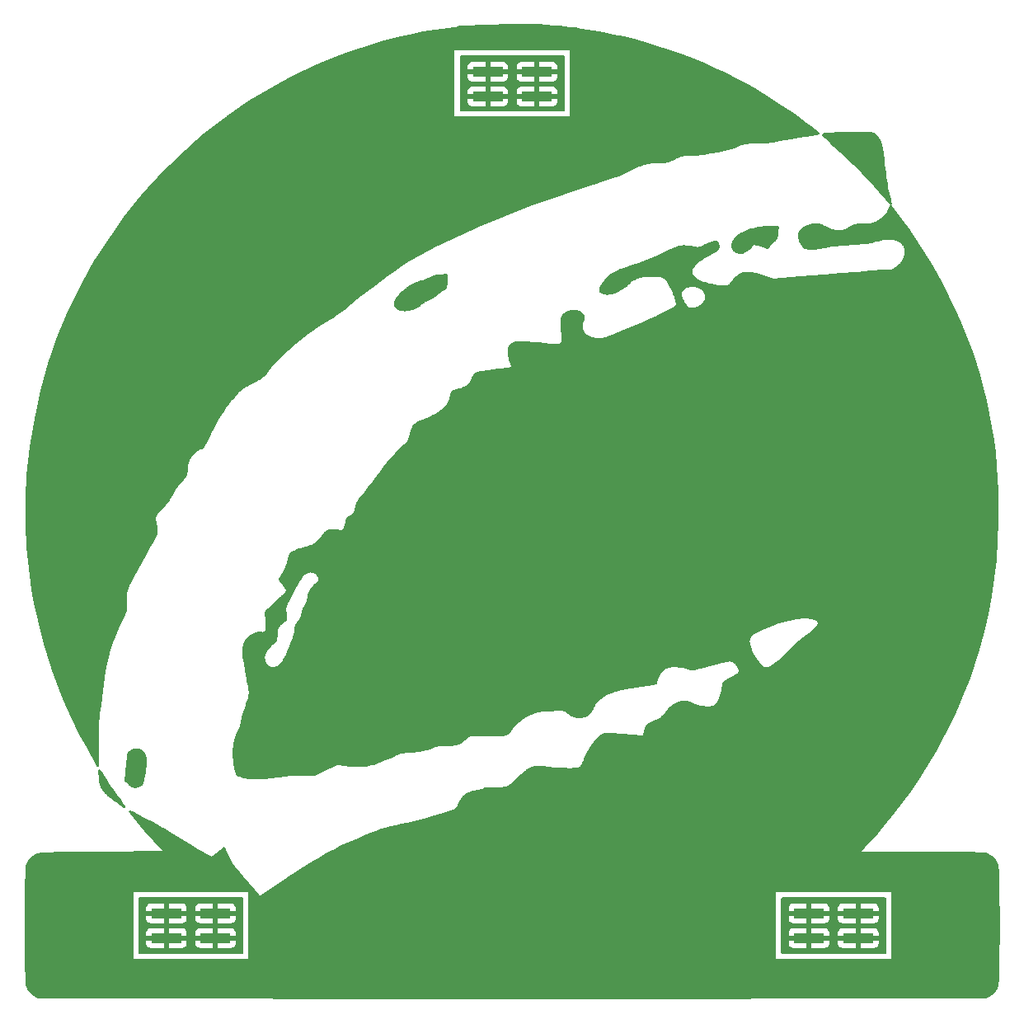
<source format=gbr>
%TF.GenerationSoftware,KiCad,Pcbnew,(6.0.9)*%
%TF.CreationDate,2023-02-14T14:54:29-08:00*%
%TF.ProjectId,DC31_Cnet_Badge_Front,44433331-5f43-46e6-9574-5f4261646765,rev?*%
%TF.SameCoordinates,Original*%
%TF.FileFunction,Copper,L2,Bot*%
%TF.FilePolarity,Positive*%
%FSLAX46Y46*%
G04 Gerber Fmt 4.6, Leading zero omitted, Abs format (unit mm)*
G04 Created by KiCad (PCBNEW (6.0.9)) date 2023-02-14 14:54:29*
%MOMM*%
%LPD*%
G01*
G04 APERTURE LIST*
%TA.AperFunction,NonConductor*%
%ADD10C,0.200000*%
%TD*%
%TA.AperFunction,SMDPad,CuDef*%
%ADD11R,3.150000X1.000000*%
%TD*%
G04 APERTURE END LIST*
D10*
G36*
X57543799Y-126518908D02*
G01*
X57548835Y-126520600D01*
X57560466Y-126527074D01*
X57574262Y-126537763D01*
X57590327Y-126552781D01*
X57608765Y-126572242D01*
X57629677Y-126596260D01*
X57653168Y-126624949D01*
X57708299Y-126696796D01*
X57774982Y-126788696D01*
X57854043Y-126901561D01*
X57946308Y-127036304D01*
X58052602Y-127193836D01*
X58310581Y-127580917D01*
X58606344Y-128019605D01*
X58945283Y-128511168D01*
X59285570Y-128995506D01*
X59585376Y-129412521D01*
X59713906Y-129590271D01*
X59832225Y-129757686D01*
X59937857Y-129910989D01*
X60028326Y-130046402D01*
X60101155Y-130160147D01*
X60153869Y-130248446D01*
X60183991Y-130307521D01*
X60189807Y-130324919D01*
X60190268Y-130330377D01*
X60189046Y-130333595D01*
X60185876Y-130334840D01*
X60180555Y-130334442D01*
X60173139Y-130332439D01*
X60163687Y-130328869D01*
X60138897Y-130317177D01*
X60106639Y-130299668D01*
X60067369Y-130276644D01*
X60021539Y-130248406D01*
X59912024Y-130177495D01*
X59781728Y-130089346D01*
X59634289Y-129986373D01*
X59473342Y-129870986D01*
X59302525Y-129745598D01*
X59302524Y-129745583D01*
X59073623Y-129573832D01*
X58867110Y-129414681D01*
X58681798Y-129266626D01*
X58516502Y-129128166D01*
X58370034Y-128997797D01*
X58241209Y-128874018D01*
X58128841Y-128755327D01*
X58031743Y-128640220D01*
X57948730Y-128527195D01*
X57878615Y-128414750D01*
X57820211Y-128301383D01*
X57772334Y-128185592D01*
X57733797Y-128065873D01*
X57703413Y-127940724D01*
X57679996Y-127808644D01*
X57662361Y-127668129D01*
X57632188Y-127396829D01*
X57599177Y-127129553D01*
X57567322Y-126897075D01*
X57540617Y-126730171D01*
X57528931Y-126662596D01*
X57521366Y-126606863D01*
X57519388Y-126583723D01*
X57518749Y-126563885D01*
X57519553Y-126547464D01*
X57521904Y-126534574D01*
X57525904Y-126525328D01*
X57528555Y-126522108D01*
X57531657Y-126519841D01*
X57535223Y-126518543D01*
X57539266Y-126518227D01*
X57543799Y-126518908D01*
G37*
X57543799Y-126518908D02*
X57548835Y-126520600D01*
X57560466Y-126527074D01*
X57574262Y-126537763D01*
X57590327Y-126552781D01*
X57608765Y-126572242D01*
X57629677Y-126596260D01*
X57653168Y-126624949D01*
X57708299Y-126696796D01*
X57774982Y-126788696D01*
X57854043Y-126901561D01*
X57946308Y-127036304D01*
X58052602Y-127193836D01*
X58310581Y-127580917D01*
X58606344Y-128019605D01*
X58945283Y-128511168D01*
X59285570Y-128995506D01*
X59585376Y-129412521D01*
X59713906Y-129590271D01*
X59832225Y-129757686D01*
X59937857Y-129910989D01*
X60028326Y-130046402D01*
X60101155Y-130160147D01*
X60153869Y-130248446D01*
X60183991Y-130307521D01*
X60189807Y-130324919D01*
X60190268Y-130330377D01*
X60189046Y-130333595D01*
X60185876Y-130334840D01*
X60180555Y-130334442D01*
X60173139Y-130332439D01*
X60163687Y-130328869D01*
X60138897Y-130317177D01*
X60106639Y-130299668D01*
X60067369Y-130276644D01*
X60021539Y-130248406D01*
X59912024Y-130177495D01*
X59781728Y-130089346D01*
X59634289Y-129986373D01*
X59473342Y-129870986D01*
X59302525Y-129745598D01*
X59302524Y-129745583D01*
X59073623Y-129573832D01*
X58867110Y-129414681D01*
X58681798Y-129266626D01*
X58516502Y-129128166D01*
X58370034Y-128997797D01*
X58241209Y-128874018D01*
X58128841Y-128755327D01*
X58031743Y-128640220D01*
X57948730Y-128527195D01*
X57878615Y-128414750D01*
X57820211Y-128301383D01*
X57772334Y-128185592D01*
X57733797Y-128065873D01*
X57703413Y-127940724D01*
X57679996Y-127808644D01*
X57662361Y-127668129D01*
X57632188Y-127396829D01*
X57599177Y-127129553D01*
X57567322Y-126897075D01*
X57540617Y-126730171D01*
X57528931Y-126662596D01*
X57521366Y-126606863D01*
X57519388Y-126583723D01*
X57518749Y-126563885D01*
X57519553Y-126547464D01*
X57521904Y-126534574D01*
X57525904Y-126525328D01*
X57528555Y-126522108D01*
X57531657Y-126519841D01*
X57535223Y-126518543D01*
X57539266Y-126518227D01*
X57543799Y-126518908D01*
G36*
X93250511Y-76321491D02*
G01*
X93249100Y-76520135D01*
X93246811Y-76603063D01*
X93242996Y-76676381D01*
X93237307Y-76741079D01*
X93229391Y-76798144D01*
X93218897Y-76848568D01*
X93205476Y-76893339D01*
X93188775Y-76933446D01*
X93168443Y-76969879D01*
X93144131Y-77003627D01*
X93115486Y-77035680D01*
X93082157Y-77067026D01*
X93043794Y-77098656D01*
X93000046Y-77131558D01*
X92950562Y-77166721D01*
X92882848Y-77215047D01*
X92805258Y-77272253D01*
X92720521Y-77336221D01*
X92631365Y-77404833D01*
X92540519Y-77475968D01*
X92450714Y-77547510D01*
X92364677Y-77617338D01*
X92285137Y-77683334D01*
X92245914Y-77715353D01*
X92203877Y-77747882D01*
X92159412Y-77780694D01*
X92112902Y-77813560D01*
X92015287Y-77878540D01*
X91914107Y-77940993D01*
X91812440Y-77999093D01*
X91762384Y-78025939D01*
X91713360Y-78051012D01*
X91665752Y-78074081D01*
X91619944Y-78094920D01*
X91576321Y-78113300D01*
X91535267Y-78128992D01*
X91494108Y-78144797D01*
X91450180Y-78163508D01*
X91403876Y-78184888D01*
X91355593Y-78208696D01*
X91305723Y-78234691D01*
X91254663Y-78262636D01*
X91150549Y-78323411D01*
X91046408Y-78389104D01*
X90945398Y-78457797D01*
X90897054Y-78492669D01*
X90850676Y-78527571D01*
X90806660Y-78562265D01*
X90765400Y-78596510D01*
X90610645Y-78721438D01*
X90452448Y-78835201D01*
X90291566Y-78937627D01*
X90128760Y-79028540D01*
X89964789Y-79107769D01*
X89800412Y-79175141D01*
X89636387Y-79230482D01*
X89473475Y-79273618D01*
X89312435Y-79304377D01*
X89154025Y-79322586D01*
X88999006Y-79328071D01*
X88848135Y-79320659D01*
X88702173Y-79300177D01*
X88561879Y-79266452D01*
X88494095Y-79244569D01*
X88428012Y-79219310D01*
X88363725Y-79190654D01*
X88301331Y-79158579D01*
X88301331Y-79158562D01*
X88263962Y-79137026D01*
X88227687Y-79114191D01*
X88192656Y-79090218D01*
X88159020Y-79065270D01*
X88126930Y-79039506D01*
X88096535Y-79013089D01*
X88067987Y-78986181D01*
X88041435Y-78958942D01*
X88017031Y-78931533D01*
X87994925Y-78904117D01*
X87975267Y-78876855D01*
X87958208Y-78849908D01*
X87943899Y-78823438D01*
X87932489Y-78797606D01*
X87924130Y-78772573D01*
X87921142Y-78760407D01*
X87918972Y-78748501D01*
X87915762Y-78715232D01*
X87915657Y-78679812D01*
X87918569Y-78642368D01*
X87924415Y-78603026D01*
X87933107Y-78561916D01*
X87944560Y-78519162D01*
X87975405Y-78429238D01*
X88016265Y-78334272D01*
X88066454Y-78235282D01*
X88125283Y-78133287D01*
X88192069Y-78029304D01*
X88266123Y-77924352D01*
X88346760Y-77819449D01*
X88433293Y-77715614D01*
X88525036Y-77613864D01*
X88621303Y-77515217D01*
X88721407Y-77420693D01*
X88824662Y-77331309D01*
X88930382Y-77248083D01*
X89038041Y-77169787D01*
X89152864Y-77090334D01*
X89397644Y-76931381D01*
X89652009Y-76778076D01*
X89903245Y-76637271D01*
X90138637Y-76515818D01*
X90246420Y-76464489D01*
X90345474Y-76420568D01*
X90434211Y-76384910D01*
X90511041Y-76358373D01*
X90574375Y-76341813D01*
X90622623Y-76336086D01*
X90639066Y-76334477D01*
X90661663Y-76329769D01*
X90690015Y-76322121D01*
X90723724Y-76311692D01*
X90805615Y-76283123D01*
X90904145Y-76245329D01*
X91016122Y-76199576D01*
X91138354Y-76147132D01*
X91267650Y-76089262D01*
X91400818Y-76027235D01*
X91488366Y-75986498D01*
X91572997Y-75948914D01*
X91655066Y-75914391D01*
X91734929Y-75882837D01*
X91812940Y-75854158D01*
X91889457Y-75828262D01*
X91964833Y-75805057D01*
X92039426Y-75784451D01*
X92113590Y-75766350D01*
X92187681Y-75750662D01*
X92262055Y-75737295D01*
X92337067Y-75726156D01*
X92413072Y-75717153D01*
X92490427Y-75710193D01*
X92569487Y-75705183D01*
X92650608Y-75702032D01*
X93250511Y-75685612D01*
X93250511Y-76321491D01*
G37*
X93250511Y-76321491D02*
X93249100Y-76520135D01*
X93246811Y-76603063D01*
X93242996Y-76676381D01*
X93237307Y-76741079D01*
X93229391Y-76798144D01*
X93218897Y-76848568D01*
X93205476Y-76893339D01*
X93188775Y-76933446D01*
X93168443Y-76969879D01*
X93144131Y-77003627D01*
X93115486Y-77035680D01*
X93082157Y-77067026D01*
X93043794Y-77098656D01*
X93000046Y-77131558D01*
X92950562Y-77166721D01*
X92882848Y-77215047D01*
X92805258Y-77272253D01*
X92720521Y-77336221D01*
X92631365Y-77404833D01*
X92540519Y-77475968D01*
X92450714Y-77547510D01*
X92364677Y-77617338D01*
X92285137Y-77683334D01*
X92245914Y-77715353D01*
X92203877Y-77747882D01*
X92159412Y-77780694D01*
X92112902Y-77813560D01*
X92015287Y-77878540D01*
X91914107Y-77940993D01*
X91812440Y-77999093D01*
X91762384Y-78025939D01*
X91713360Y-78051012D01*
X91665752Y-78074081D01*
X91619944Y-78094920D01*
X91576321Y-78113300D01*
X91535267Y-78128992D01*
X91494108Y-78144797D01*
X91450180Y-78163508D01*
X91403876Y-78184888D01*
X91355593Y-78208696D01*
X91305723Y-78234691D01*
X91254663Y-78262636D01*
X91150549Y-78323411D01*
X91046408Y-78389104D01*
X90945398Y-78457797D01*
X90897054Y-78492669D01*
X90850676Y-78527571D01*
X90806660Y-78562265D01*
X90765400Y-78596510D01*
X90610645Y-78721438D01*
X90452448Y-78835201D01*
X90291566Y-78937627D01*
X90128760Y-79028540D01*
X89964789Y-79107769D01*
X89800412Y-79175141D01*
X89636387Y-79230482D01*
X89473475Y-79273618D01*
X89312435Y-79304377D01*
X89154025Y-79322586D01*
X88999006Y-79328071D01*
X88848135Y-79320659D01*
X88702173Y-79300177D01*
X88561879Y-79266452D01*
X88494095Y-79244569D01*
X88428012Y-79219310D01*
X88363725Y-79190654D01*
X88301331Y-79158579D01*
X88301331Y-79158562D01*
X88263962Y-79137026D01*
X88227687Y-79114191D01*
X88192656Y-79090218D01*
X88159020Y-79065270D01*
X88126930Y-79039506D01*
X88096535Y-79013089D01*
X88067987Y-78986181D01*
X88041435Y-78958942D01*
X88017031Y-78931533D01*
X87994925Y-78904117D01*
X87975267Y-78876855D01*
X87958208Y-78849908D01*
X87943899Y-78823438D01*
X87932489Y-78797606D01*
X87924130Y-78772573D01*
X87921142Y-78760407D01*
X87918972Y-78748501D01*
X87915762Y-78715232D01*
X87915657Y-78679812D01*
X87918569Y-78642368D01*
X87924415Y-78603026D01*
X87933107Y-78561916D01*
X87944560Y-78519162D01*
X87975405Y-78429238D01*
X88016265Y-78334272D01*
X88066454Y-78235282D01*
X88125283Y-78133287D01*
X88192069Y-78029304D01*
X88266123Y-77924352D01*
X88346760Y-77819449D01*
X88433293Y-77715614D01*
X88525036Y-77613864D01*
X88621303Y-77515217D01*
X88721407Y-77420693D01*
X88824662Y-77331309D01*
X88930382Y-77248083D01*
X89038041Y-77169787D01*
X89152864Y-77090334D01*
X89397644Y-76931381D01*
X89652009Y-76778076D01*
X89903245Y-76637271D01*
X90138637Y-76515818D01*
X90246420Y-76464489D01*
X90345474Y-76420568D01*
X90434211Y-76384910D01*
X90511041Y-76358373D01*
X90574375Y-76341813D01*
X90622623Y-76336086D01*
X90639066Y-76334477D01*
X90661663Y-76329769D01*
X90690015Y-76322121D01*
X90723724Y-76311692D01*
X90805615Y-76283123D01*
X90904145Y-76245329D01*
X91016122Y-76199576D01*
X91138354Y-76147132D01*
X91267650Y-76089262D01*
X91400818Y-76027235D01*
X91488366Y-75986498D01*
X91572997Y-75948914D01*
X91655066Y-75914391D01*
X91734929Y-75882837D01*
X91812940Y-75854158D01*
X91889457Y-75828262D01*
X91964833Y-75805057D01*
X92039426Y-75784451D01*
X92113590Y-75766350D01*
X92187681Y-75750662D01*
X92262055Y-75737295D01*
X92337067Y-75726156D01*
X92413072Y-75717153D01*
X92490427Y-75710193D01*
X92569487Y-75705183D01*
X92650608Y-75702032D01*
X93250511Y-75685612D01*
X93250511Y-76321491D01*
G36*
X74158137Y-57175068D02*
G01*
X75342469Y-56479869D01*
X76553903Y-55814740D01*
X77789485Y-55180765D01*
X79046264Y-54579027D01*
X80321287Y-54010612D01*
X81611602Y-53476604D01*
X82914257Y-52978087D01*
X84226300Y-52516146D01*
X85544779Y-52091865D01*
X86866742Y-51706328D01*
X88189236Y-51360620D01*
X89509309Y-51055825D01*
X90824009Y-50793028D01*
X92130385Y-50573314D01*
X93425484Y-50397765D01*
X93641393Y-50370701D01*
X93842817Y-50342729D01*
X94025348Y-50314657D01*
X94184577Y-50287291D01*
X94316095Y-50261439D01*
X94415495Y-50237907D01*
X94478368Y-50217501D01*
X94494729Y-50208723D01*
X94500305Y-50201030D01*
X94500534Y-50197549D01*
X94501213Y-50194223D01*
X94502331Y-50191056D01*
X94503877Y-50188047D01*
X94505839Y-50185200D01*
X94508206Y-50182515D01*
X94510968Y-50179994D01*
X94514112Y-50177640D01*
X94517628Y-50175453D01*
X94521505Y-50173435D01*
X94525731Y-50171588D01*
X94530295Y-50169914D01*
X94535185Y-50168414D01*
X94540391Y-50167090D01*
X94545902Y-50165943D01*
X94551705Y-50164975D01*
X94557791Y-50164188D01*
X94564147Y-50163584D01*
X94570763Y-50163164D01*
X94577627Y-50162930D01*
X94584728Y-50162883D01*
X94592055Y-50163025D01*
X94599596Y-50163358D01*
X94607341Y-50163883D01*
X94615279Y-50164602D01*
X94623397Y-50165517D01*
X94631685Y-50166630D01*
X94640131Y-50167941D01*
X94648725Y-50169453D01*
X94657455Y-50171168D01*
X94666309Y-50173086D01*
X94675278Y-50175211D01*
X94698290Y-50179092D01*
X94730834Y-50181845D01*
X94772309Y-50183499D01*
X94822112Y-50184084D01*
X94944292Y-50182163D01*
X95092556Y-50176314D01*
X95262085Y-50166772D01*
X95448062Y-50153769D01*
X95645669Y-50137541D01*
X95850086Y-50118321D01*
X96470946Y-50079684D01*
X97424079Y-50047426D01*
X99839896Y-50006504D01*
X102122999Y-50004464D01*
X102910240Y-50020809D01*
X103298851Y-50050217D01*
X103329374Y-50056670D01*
X103368967Y-50063403D01*
X103472853Y-50077494D01*
X103605485Y-50092053D01*
X103761838Y-50106644D01*
X103936887Y-50120829D01*
X104125609Y-50134174D01*
X104322977Y-50146242D01*
X104523968Y-50156595D01*
X104721940Y-50166993D01*
X104910661Y-50179188D01*
X105085714Y-50192733D01*
X105242679Y-50207184D01*
X105377137Y-50222096D01*
X105484670Y-50237023D01*
X105560858Y-50251521D01*
X105585818Y-50258469D01*
X105601284Y-50265143D01*
X105613365Y-50271472D01*
X105628389Y-50277406D01*
X105646139Y-50282924D01*
X105666398Y-50288004D01*
X105688947Y-50292626D01*
X105713568Y-50296768D01*
X105740045Y-50300407D01*
X105768159Y-50303524D01*
X105797693Y-50306096D01*
X105828429Y-50308101D01*
X105860150Y-50309519D01*
X105892637Y-50310327D01*
X105925673Y-50310505D01*
X105959040Y-50310031D01*
X105992521Y-50308883D01*
X106025898Y-50307039D01*
X106093732Y-50303832D01*
X106162932Y-50302915D01*
X106231561Y-50304159D01*
X106297682Y-50307436D01*
X106359355Y-50312617D01*
X106414644Y-50319574D01*
X106439289Y-50323678D01*
X106461611Y-50328177D01*
X106481368Y-50333057D01*
X106498318Y-50338300D01*
X106563138Y-50354440D01*
X106690671Y-50380286D01*
X107103533Y-50455740D01*
X107676211Y-50553968D01*
X108348015Y-50664272D01*
X109381988Y-50844212D01*
X110424565Y-51052519D01*
X111473728Y-51288474D01*
X112527463Y-51551357D01*
X113583755Y-51840446D01*
X114640588Y-52155021D01*
X115695947Y-52494362D01*
X116747816Y-52857749D01*
X117794180Y-53244461D01*
X118833023Y-53653777D01*
X119862331Y-54084977D01*
X120880088Y-54537340D01*
X121884278Y-55010147D01*
X122872886Y-55502676D01*
X123843897Y-56014207D01*
X124795296Y-56544020D01*
X125692680Y-57083289D01*
X126747222Y-57756288D01*
X127871246Y-58502000D01*
X128977072Y-59259406D01*
X129977024Y-59967488D01*
X130783424Y-60565229D01*
X131308595Y-60991609D01*
X131438320Y-61121472D01*
X131465173Y-61162234D01*
X131464859Y-61185613D01*
X131453303Y-61191026D01*
X131427943Y-61198358D01*
X131338746Y-61218275D01*
X131203137Y-61244353D01*
X131026982Y-61275581D01*
X130816150Y-61310952D01*
X130576506Y-61349453D01*
X130313919Y-61390075D01*
X130034256Y-61431809D01*
X129400653Y-61530063D01*
X128701437Y-61647220D01*
X128021541Y-61768591D01*
X127445900Y-61879487D01*
X127126598Y-61941289D01*
X126823722Y-61993043D01*
X126531793Y-62035306D01*
X126245334Y-62068635D01*
X125958865Y-62093587D01*
X125666910Y-62110720D01*
X125363989Y-62120591D01*
X125044624Y-62123757D01*
X124678103Y-62125208D01*
X124384752Y-62130954D01*
X124261136Y-62136092D01*
X124150558Y-62143088D01*
X124051267Y-62152204D01*
X123961512Y-62163701D01*
X123879540Y-62177841D01*
X123803601Y-62194885D01*
X123731943Y-62215094D01*
X123662815Y-62238730D01*
X123594465Y-62266055D01*
X123525142Y-62297330D01*
X123376572Y-62372775D01*
X123210599Y-62450472D01*
X123001059Y-62531053D01*
X122753226Y-62613455D01*
X122472375Y-62696615D01*
X121832710Y-62860956D01*
X121124254Y-63015572D01*
X120389199Y-63151955D01*
X119669735Y-63261602D01*
X119329034Y-63303741D01*
X119008053Y-63336007D01*
X118712064Y-63357335D01*
X118446342Y-63366664D01*
X118091758Y-63372126D01*
X117811701Y-63381701D01*
X117693637Y-63389299D01*
X117587024Y-63399445D01*
X117489469Y-63412648D01*
X117398579Y-63429414D01*
X117311959Y-63450250D01*
X117227216Y-63475663D01*
X117141957Y-63506161D01*
X117053789Y-63542249D01*
X116960317Y-63584436D01*
X116859148Y-63633229D01*
X116624146Y-63752658D01*
X116395478Y-63868531D01*
X116296340Y-63916212D01*
X116204828Y-63957638D01*
X116119061Y-63993243D01*
X116037163Y-64023465D01*
X115957253Y-64048739D01*
X115877454Y-64069502D01*
X115795886Y-64086189D01*
X115710670Y-64099236D01*
X115619928Y-64109080D01*
X115521780Y-64116156D01*
X115414349Y-64120901D01*
X115295755Y-64123750D01*
X115017563Y-64125506D01*
X114826317Y-64127573D01*
X114643197Y-64133956D01*
X114467158Y-64144933D01*
X114297154Y-64160779D01*
X114132140Y-64181771D01*
X113971071Y-64208186D01*
X113812901Y-64240299D01*
X113656585Y-64278387D01*
X113501078Y-64322727D01*
X113345334Y-64373594D01*
X113188307Y-64431265D01*
X113028953Y-64496016D01*
X112866226Y-64568124D01*
X112699081Y-64647865D01*
X112526473Y-64735515D01*
X112347355Y-64831350D01*
X112185264Y-64918698D01*
X112025891Y-65001226D01*
X111864624Y-65080599D01*
X111696855Y-65158484D01*
X111517971Y-65236546D01*
X111323364Y-65316451D01*
X111108422Y-65399865D01*
X110868534Y-65488453D01*
X110599091Y-65583882D01*
X110295482Y-65687816D01*
X109567324Y-65927865D01*
X108647175Y-66221927D01*
X107498154Y-66583326D01*
X104773243Y-67481456D01*
X102000950Y-68477975D01*
X99259271Y-69539360D01*
X96626201Y-70632086D01*
X94179736Y-71722629D01*
X91997872Y-72777465D01*
X90158605Y-73763071D01*
X89391818Y-74219436D01*
X88739929Y-74645922D01*
X88054470Y-75128837D01*
X87305407Y-75669435D01*
X85732674Y-76836046D01*
X84254133Y-77970494D01*
X83622809Y-78470888D01*
X83102184Y-78897518D01*
X82875000Y-79083586D01*
X82631555Y-79274645D01*
X82379430Y-79465262D01*
X82126205Y-79650008D01*
X81879461Y-79823450D01*
X81646779Y-79980159D01*
X81435740Y-80114702D01*
X81253923Y-80221649D01*
X80828582Y-80465367D01*
X80400338Y-80725977D01*
X79970940Y-81002029D01*
X79542139Y-81292074D01*
X79115684Y-81594663D01*
X78693326Y-81908345D01*
X78276813Y-82231671D01*
X77867897Y-82563191D01*
X77468326Y-82901457D01*
X77079850Y-83245017D01*
X76704220Y-83592423D01*
X76343184Y-83942225D01*
X75998493Y-84292973D01*
X75671897Y-84643218D01*
X75365146Y-84991510D01*
X75079988Y-85336399D01*
X74833857Y-85641123D01*
X74727390Y-85768531D01*
X74628838Y-85881783D01*
X74535840Y-85982740D01*
X74446034Y-86073262D01*
X74357057Y-86155207D01*
X74266547Y-86230437D01*
X74172142Y-86300812D01*
X74071479Y-86368191D01*
X73962198Y-86434434D01*
X73841934Y-86501402D01*
X73708327Y-86570954D01*
X73559014Y-86644950D01*
X73203821Y-86813717D01*
X72963090Y-86930276D01*
X72854729Y-86986112D01*
X72753106Y-87041242D01*
X72657273Y-87096356D01*
X72566282Y-87152146D01*
X72479183Y-87209301D01*
X72395029Y-87268514D01*
X72312871Y-87330475D01*
X72231761Y-87395876D01*
X72150749Y-87465407D01*
X72068888Y-87539759D01*
X71985230Y-87619624D01*
X71898825Y-87705693D01*
X71713982Y-87899204D01*
X71513708Y-88117768D01*
X71321846Y-88334519D01*
X71137640Y-88550583D01*
X70960338Y-88767085D01*
X70789186Y-88985151D01*
X70623431Y-89205906D01*
X70462320Y-89430476D01*
X70305100Y-89659985D01*
X70151017Y-89895560D01*
X69999317Y-90138326D01*
X69849248Y-90389408D01*
X69700057Y-90649931D01*
X69550989Y-90921022D01*
X69401292Y-91203806D01*
X69096996Y-91808952D01*
X68881896Y-92245589D01*
X68700456Y-92603108D01*
X68548323Y-92888659D01*
X68421140Y-93109392D01*
X68365544Y-93197687D01*
X68314553Y-93272458D01*
X68267622Y-93334600D01*
X68224207Y-93385007D01*
X68183764Y-93424571D01*
X68145747Y-93454188D01*
X68109613Y-93474750D01*
X68074818Y-93487152D01*
X67992279Y-93512235D01*
X67906339Y-93546519D01*
X67817831Y-93589279D01*
X67727588Y-93639788D01*
X67636441Y-93697323D01*
X67545225Y-93761157D01*
X67454773Y-93830565D01*
X67365917Y-93904823D01*
X67279489Y-93983204D01*
X67196324Y-94064984D01*
X67117253Y-94149437D01*
X67043110Y-94235838D01*
X66974728Y-94323461D01*
X66912939Y-94411582D01*
X66858576Y-94499475D01*
X66812473Y-94586414D01*
X66787242Y-94640840D01*
X66763353Y-94696940D01*
X66740840Y-94754559D01*
X66719739Y-94813542D01*
X66700085Y-94873732D01*
X66681912Y-94934975D01*
X66665257Y-94997116D01*
X66650155Y-95059999D01*
X66636640Y-95123468D01*
X66624749Y-95187369D01*
X66614515Y-95251546D01*
X66605974Y-95315843D01*
X66599162Y-95380105D01*
X66594114Y-95444177D01*
X66590864Y-95507903D01*
X66589449Y-95571129D01*
X66587642Y-95685430D01*
X66583636Y-95789635D01*
X66576741Y-95885202D01*
X66566264Y-95973587D01*
X66551515Y-96056247D01*
X66531803Y-96134638D01*
X66519869Y-96172688D01*
X66506436Y-96210216D01*
X66491416Y-96247406D01*
X66474723Y-96284440D01*
X66435972Y-96358764D01*
X66389493Y-96434646D01*
X66334595Y-96513542D01*
X66270585Y-96596909D01*
X66196773Y-96686204D01*
X66112468Y-96782883D01*
X66016978Y-96888402D01*
X65909613Y-97004219D01*
X65859931Y-97059092D01*
X65807666Y-97120068D01*
X65753259Y-97186505D01*
X65697150Y-97257761D01*
X65581583Y-97412168D01*
X65464487Y-97578158D01*
X65349382Y-97750599D01*
X65239789Y-97924359D01*
X65139230Y-98094308D01*
X65093438Y-98176249D01*
X65051224Y-98255314D01*
X65002743Y-98345877D01*
X64951157Y-98437231D01*
X64896591Y-98529206D01*
X64839170Y-98621635D01*
X64779019Y-98714349D01*
X64716264Y-98807180D01*
X64651029Y-98899959D01*
X64583441Y-98992518D01*
X64513624Y-99084689D01*
X64441703Y-99176304D01*
X64292051Y-99357189D01*
X64214571Y-99446123D01*
X64135487Y-99533827D01*
X64054927Y-99620133D01*
X63973014Y-99704872D01*
X63751518Y-99931417D01*
X63661600Y-100025522D01*
X63584446Y-100108826D01*
X63519211Y-100182811D01*
X63465053Y-100248962D01*
X63421130Y-100308761D01*
X63386597Y-100363691D01*
X63372589Y-100389794D01*
X63360613Y-100415236D01*
X63350562Y-100440202D01*
X63342333Y-100464878D01*
X63335820Y-100489449D01*
X63330916Y-100514101D01*
X63327517Y-100539019D01*
X63325518Y-100564388D01*
X63325296Y-100617221D01*
X63329408Y-100674085D01*
X63337010Y-100736462D01*
X63347259Y-100805836D01*
X63409796Y-101223936D01*
X63453649Y-101556669D01*
X63468448Y-101696069D01*
X63478432Y-101820183D01*
X63483551Y-101931030D01*
X63483758Y-102030627D01*
X63479003Y-102120994D01*
X63469240Y-102204149D01*
X63454419Y-102282111D01*
X63434492Y-102356898D01*
X63409410Y-102430529D01*
X63379127Y-102505022D01*
X63302758Y-102664669D01*
X63131534Y-102983512D01*
X62832853Y-103522779D01*
X62448762Y-104207117D01*
X62021308Y-104961170D01*
X61585403Y-105739348D01*
X61178303Y-106489377D01*
X60845568Y-107125871D01*
X60721325Y-107374858D01*
X60632760Y-107563442D01*
X60527183Y-107804696D01*
X60484299Y-107907746D01*
X60447559Y-108001781D01*
X60416617Y-108088827D01*
X60391129Y-108170913D01*
X60370750Y-108250064D01*
X60355135Y-108328309D01*
X60343939Y-108407673D01*
X60336818Y-108490183D01*
X60333427Y-108577868D01*
X60333420Y-108672753D01*
X60336454Y-108776866D01*
X60342183Y-108892233D01*
X60360348Y-109164841D01*
X60379459Y-109445579D01*
X60385496Y-109563092D01*
X60388510Y-109668698D01*
X60387991Y-109764895D01*
X60383433Y-109854180D01*
X60374325Y-109939052D01*
X60360161Y-110022007D01*
X60340431Y-110105543D01*
X60314626Y-110192158D01*
X60282239Y-110284350D01*
X60242761Y-110384616D01*
X60195684Y-110495453D01*
X60140499Y-110619361D01*
X60003771Y-110916374D01*
X59601586Y-111809927D01*
X59250918Y-112647584D01*
X58948778Y-113438745D01*
X58692178Y-114192814D01*
X58478128Y-114919192D01*
X58303639Y-115627281D01*
X58165723Y-116326483D01*
X58061391Y-117026199D01*
X57883118Y-118382963D01*
X57683786Y-119824150D01*
X57626110Y-120253127D01*
X57578886Y-120665377D01*
X57541184Y-121077238D01*
X57512073Y-121505047D01*
X57490624Y-121965141D01*
X57475906Y-122473857D01*
X57466988Y-123047533D01*
X57462941Y-123702507D01*
X57452404Y-125381310D01*
X57444578Y-125892011D01*
X57436217Y-126079582D01*
X57434700Y-126078766D01*
X57432250Y-126076340D01*
X57424649Y-126066820D01*
X57399342Y-126030234D01*
X57361887Y-125972389D01*
X57313877Y-125895849D01*
X57256902Y-125803182D01*
X57192556Y-125696951D01*
X57122429Y-125579723D01*
X57048113Y-125454063D01*
X57048119Y-125454056D01*
X56327306Y-124188504D01*
X55645337Y-122909195D01*
X55002271Y-121616325D01*
X54398172Y-120310093D01*
X53833101Y-118990697D01*
X53307121Y-117658334D01*
X52820294Y-116313202D01*
X52372681Y-114955499D01*
X51964345Y-113585422D01*
X51595348Y-112203170D01*
X51265752Y-110808939D01*
X50975618Y-109402928D01*
X50725010Y-107985335D01*
X50513989Y-106556358D01*
X50342616Y-105116193D01*
X50210956Y-103665039D01*
X50167379Y-102920508D01*
X50136253Y-102019522D01*
X50117578Y-101014231D01*
X50111352Y-99956789D01*
X50117578Y-98899347D01*
X50136253Y-97894056D01*
X50167379Y-96993070D01*
X50210956Y-96248539D01*
X50520382Y-93316273D01*
X50993181Y-90430685D01*
X51626205Y-87597072D01*
X52416306Y-84820727D01*
X53360337Y-82106948D01*
X54455150Y-79461029D01*
X55697598Y-76888267D01*
X57084533Y-74393958D01*
X58612809Y-71983396D01*
X60279276Y-69661879D01*
X62080788Y-67434700D01*
X64014197Y-65307157D01*
X66076356Y-63284545D01*
X68264118Y-61372159D01*
X70574333Y-59575296D01*
X70683479Y-59500000D01*
X93999996Y-59500000D01*
X105999996Y-59500000D01*
X105999996Y-52500000D01*
X93999996Y-52500000D01*
X93999996Y-59500000D01*
X70683479Y-59500000D01*
X73003857Y-57899251D01*
X74158137Y-57175068D01*
G37*
X74158137Y-57175068D02*
X75342469Y-56479869D01*
X76553903Y-55814740D01*
X77789485Y-55180765D01*
X79046264Y-54579027D01*
X80321287Y-54010612D01*
X81611602Y-53476604D01*
X82914257Y-52978087D01*
X84226300Y-52516146D01*
X85544779Y-52091865D01*
X86866742Y-51706328D01*
X88189236Y-51360620D01*
X89509309Y-51055825D01*
X90824009Y-50793028D01*
X92130385Y-50573314D01*
X93425484Y-50397765D01*
X93641393Y-50370701D01*
X93842817Y-50342729D01*
X94025348Y-50314657D01*
X94184577Y-50287291D01*
X94316095Y-50261439D01*
X94415495Y-50237907D01*
X94478368Y-50217501D01*
X94494729Y-50208723D01*
X94500305Y-50201030D01*
X94500534Y-50197549D01*
X94501213Y-50194223D01*
X94502331Y-50191056D01*
X94503877Y-50188047D01*
X94505839Y-50185200D01*
X94508206Y-50182515D01*
X94510968Y-50179994D01*
X94514112Y-50177640D01*
X94517628Y-50175453D01*
X94521505Y-50173435D01*
X94525731Y-50171588D01*
X94530295Y-50169914D01*
X94535185Y-50168414D01*
X94540391Y-50167090D01*
X94545902Y-50165943D01*
X94551705Y-50164975D01*
X94557791Y-50164188D01*
X94564147Y-50163584D01*
X94570763Y-50163164D01*
X94577627Y-50162930D01*
X94584728Y-50162883D01*
X94592055Y-50163025D01*
X94599596Y-50163358D01*
X94607341Y-50163883D01*
X94615279Y-50164602D01*
X94623397Y-50165517D01*
X94631685Y-50166630D01*
X94640131Y-50167941D01*
X94648725Y-50169453D01*
X94657455Y-50171168D01*
X94666309Y-50173086D01*
X94675278Y-50175211D01*
X94698290Y-50179092D01*
X94730834Y-50181845D01*
X94772309Y-50183499D01*
X94822112Y-50184084D01*
X94944292Y-50182163D01*
X95092556Y-50176314D01*
X95262085Y-50166772D01*
X95448062Y-50153769D01*
X95645669Y-50137541D01*
X95850086Y-50118321D01*
X96470946Y-50079684D01*
X97424079Y-50047426D01*
X99839896Y-50006504D01*
X102122999Y-50004464D01*
X102910240Y-50020809D01*
X103298851Y-50050217D01*
X103329374Y-50056670D01*
X103368967Y-50063403D01*
X103472853Y-50077494D01*
X103605485Y-50092053D01*
X103761838Y-50106644D01*
X103936887Y-50120829D01*
X104125609Y-50134174D01*
X104322977Y-50146242D01*
X104523968Y-50156595D01*
X104721940Y-50166993D01*
X104910661Y-50179188D01*
X105085714Y-50192733D01*
X105242679Y-50207184D01*
X105377137Y-50222096D01*
X105484670Y-50237023D01*
X105560858Y-50251521D01*
X105585818Y-50258469D01*
X105601284Y-50265143D01*
X105613365Y-50271472D01*
X105628389Y-50277406D01*
X105646139Y-50282924D01*
X105666398Y-50288004D01*
X105688947Y-50292626D01*
X105713568Y-50296768D01*
X105740045Y-50300407D01*
X105768159Y-50303524D01*
X105797693Y-50306096D01*
X105828429Y-50308101D01*
X105860150Y-50309519D01*
X105892637Y-50310327D01*
X105925673Y-50310505D01*
X105959040Y-50310031D01*
X105992521Y-50308883D01*
X106025898Y-50307039D01*
X106093732Y-50303832D01*
X106162932Y-50302915D01*
X106231561Y-50304159D01*
X106297682Y-50307436D01*
X106359355Y-50312617D01*
X106414644Y-50319574D01*
X106439289Y-50323678D01*
X106461611Y-50328177D01*
X106481368Y-50333057D01*
X106498318Y-50338300D01*
X106563138Y-50354440D01*
X106690671Y-50380286D01*
X107103533Y-50455740D01*
X107676211Y-50553968D01*
X108348015Y-50664272D01*
X109381988Y-50844212D01*
X110424565Y-51052519D01*
X111473728Y-51288474D01*
X112527463Y-51551357D01*
X113583755Y-51840446D01*
X114640588Y-52155021D01*
X115695947Y-52494362D01*
X116747816Y-52857749D01*
X117794180Y-53244461D01*
X118833023Y-53653777D01*
X119862331Y-54084977D01*
X120880088Y-54537340D01*
X121884278Y-55010147D01*
X122872886Y-55502676D01*
X123843897Y-56014207D01*
X124795296Y-56544020D01*
X125692680Y-57083289D01*
X126747222Y-57756288D01*
X127871246Y-58502000D01*
X128977072Y-59259406D01*
X129977024Y-59967488D01*
X130783424Y-60565229D01*
X131308595Y-60991609D01*
X131438320Y-61121472D01*
X131465173Y-61162234D01*
X131464859Y-61185613D01*
X131453303Y-61191026D01*
X131427943Y-61198358D01*
X131338746Y-61218275D01*
X131203137Y-61244353D01*
X131026982Y-61275581D01*
X130816150Y-61310952D01*
X130576506Y-61349453D01*
X130313919Y-61390075D01*
X130034256Y-61431809D01*
X129400653Y-61530063D01*
X128701437Y-61647220D01*
X128021541Y-61768591D01*
X127445900Y-61879487D01*
X127126598Y-61941289D01*
X126823722Y-61993043D01*
X126531793Y-62035306D01*
X126245334Y-62068635D01*
X125958865Y-62093587D01*
X125666910Y-62110720D01*
X125363989Y-62120591D01*
X125044624Y-62123757D01*
X124678103Y-62125208D01*
X124384752Y-62130954D01*
X124261136Y-62136092D01*
X124150558Y-62143088D01*
X124051267Y-62152204D01*
X123961512Y-62163701D01*
X123879540Y-62177841D01*
X123803601Y-62194885D01*
X123731943Y-62215094D01*
X123662815Y-62238730D01*
X123594465Y-62266055D01*
X123525142Y-62297330D01*
X123376572Y-62372775D01*
X123210599Y-62450472D01*
X123001059Y-62531053D01*
X122753226Y-62613455D01*
X122472375Y-62696615D01*
X121832710Y-62860956D01*
X121124254Y-63015572D01*
X120389199Y-63151955D01*
X119669735Y-63261602D01*
X119329034Y-63303741D01*
X119008053Y-63336007D01*
X118712064Y-63357335D01*
X118446342Y-63366664D01*
X118091758Y-63372126D01*
X117811701Y-63381701D01*
X117693637Y-63389299D01*
X117587024Y-63399445D01*
X117489469Y-63412648D01*
X117398579Y-63429414D01*
X117311959Y-63450250D01*
X117227216Y-63475663D01*
X117141957Y-63506161D01*
X117053789Y-63542249D01*
X116960317Y-63584436D01*
X116859148Y-63633229D01*
X116624146Y-63752658D01*
X116395478Y-63868531D01*
X116296340Y-63916212D01*
X116204828Y-63957638D01*
X116119061Y-63993243D01*
X116037163Y-64023465D01*
X115957253Y-64048739D01*
X115877454Y-64069502D01*
X115795886Y-64086189D01*
X115710670Y-64099236D01*
X115619928Y-64109080D01*
X115521780Y-64116156D01*
X115414349Y-64120901D01*
X115295755Y-64123750D01*
X115017563Y-64125506D01*
X114826317Y-64127573D01*
X114643197Y-64133956D01*
X114467158Y-64144933D01*
X114297154Y-64160779D01*
X114132140Y-64181771D01*
X113971071Y-64208186D01*
X113812901Y-64240299D01*
X113656585Y-64278387D01*
X113501078Y-64322727D01*
X113345334Y-64373594D01*
X113188307Y-64431265D01*
X113028953Y-64496016D01*
X112866226Y-64568124D01*
X112699081Y-64647865D01*
X112526473Y-64735515D01*
X112347355Y-64831350D01*
X112185264Y-64918698D01*
X112025891Y-65001226D01*
X111864624Y-65080599D01*
X111696855Y-65158484D01*
X111517971Y-65236546D01*
X111323364Y-65316451D01*
X111108422Y-65399865D01*
X110868534Y-65488453D01*
X110599091Y-65583882D01*
X110295482Y-65687816D01*
X109567324Y-65927865D01*
X108647175Y-66221927D01*
X107498154Y-66583326D01*
X104773243Y-67481456D01*
X102000950Y-68477975D01*
X99259271Y-69539360D01*
X96626201Y-70632086D01*
X94179736Y-71722629D01*
X91997872Y-72777465D01*
X90158605Y-73763071D01*
X89391818Y-74219436D01*
X88739929Y-74645922D01*
X88054470Y-75128837D01*
X87305407Y-75669435D01*
X85732674Y-76836046D01*
X84254133Y-77970494D01*
X83622809Y-78470888D01*
X83102184Y-78897518D01*
X82875000Y-79083586D01*
X82631555Y-79274645D01*
X82379430Y-79465262D01*
X82126205Y-79650008D01*
X81879461Y-79823450D01*
X81646779Y-79980159D01*
X81435740Y-80114702D01*
X81253923Y-80221649D01*
X80828582Y-80465367D01*
X80400338Y-80725977D01*
X79970940Y-81002029D01*
X79542139Y-81292074D01*
X79115684Y-81594663D01*
X78693326Y-81908345D01*
X78276813Y-82231671D01*
X77867897Y-82563191D01*
X77468326Y-82901457D01*
X77079850Y-83245017D01*
X76704220Y-83592423D01*
X76343184Y-83942225D01*
X75998493Y-84292973D01*
X75671897Y-84643218D01*
X75365146Y-84991510D01*
X75079988Y-85336399D01*
X74833857Y-85641123D01*
X74727390Y-85768531D01*
X74628838Y-85881783D01*
X74535840Y-85982740D01*
X74446034Y-86073262D01*
X74357057Y-86155207D01*
X74266547Y-86230437D01*
X74172142Y-86300812D01*
X74071479Y-86368191D01*
X73962198Y-86434434D01*
X73841934Y-86501402D01*
X73708327Y-86570954D01*
X73559014Y-86644950D01*
X73203821Y-86813717D01*
X72963090Y-86930276D01*
X72854729Y-86986112D01*
X72753106Y-87041242D01*
X72657273Y-87096356D01*
X72566282Y-87152146D01*
X72479183Y-87209301D01*
X72395029Y-87268514D01*
X72312871Y-87330475D01*
X72231761Y-87395876D01*
X72150749Y-87465407D01*
X72068888Y-87539759D01*
X71985230Y-87619624D01*
X71898825Y-87705693D01*
X71713982Y-87899204D01*
X71513708Y-88117768D01*
X71321846Y-88334519D01*
X71137640Y-88550583D01*
X70960338Y-88767085D01*
X70789186Y-88985151D01*
X70623431Y-89205906D01*
X70462320Y-89430476D01*
X70305100Y-89659985D01*
X70151017Y-89895560D01*
X69999317Y-90138326D01*
X69849248Y-90389408D01*
X69700057Y-90649931D01*
X69550989Y-90921022D01*
X69401292Y-91203806D01*
X69096996Y-91808952D01*
X68881896Y-92245589D01*
X68700456Y-92603108D01*
X68548323Y-92888659D01*
X68421140Y-93109392D01*
X68365544Y-93197687D01*
X68314553Y-93272458D01*
X68267622Y-93334600D01*
X68224207Y-93385007D01*
X68183764Y-93424571D01*
X68145747Y-93454188D01*
X68109613Y-93474750D01*
X68074818Y-93487152D01*
X67992279Y-93512235D01*
X67906339Y-93546519D01*
X67817831Y-93589279D01*
X67727588Y-93639788D01*
X67636441Y-93697323D01*
X67545225Y-93761157D01*
X67454773Y-93830565D01*
X67365917Y-93904823D01*
X67279489Y-93983204D01*
X67196324Y-94064984D01*
X67117253Y-94149437D01*
X67043110Y-94235838D01*
X66974728Y-94323461D01*
X66912939Y-94411582D01*
X66858576Y-94499475D01*
X66812473Y-94586414D01*
X66787242Y-94640840D01*
X66763353Y-94696940D01*
X66740840Y-94754559D01*
X66719739Y-94813542D01*
X66700085Y-94873732D01*
X66681912Y-94934975D01*
X66665257Y-94997116D01*
X66650155Y-95059999D01*
X66636640Y-95123468D01*
X66624749Y-95187369D01*
X66614515Y-95251546D01*
X66605974Y-95315843D01*
X66599162Y-95380105D01*
X66594114Y-95444177D01*
X66590864Y-95507903D01*
X66589449Y-95571129D01*
X66587642Y-95685430D01*
X66583636Y-95789635D01*
X66576741Y-95885202D01*
X66566264Y-95973587D01*
X66551515Y-96056247D01*
X66531803Y-96134638D01*
X66519869Y-96172688D01*
X66506436Y-96210216D01*
X66491416Y-96247406D01*
X66474723Y-96284440D01*
X66435972Y-96358764D01*
X66389493Y-96434646D01*
X66334595Y-96513542D01*
X66270585Y-96596909D01*
X66196773Y-96686204D01*
X66112468Y-96782883D01*
X66016978Y-96888402D01*
X65909613Y-97004219D01*
X65859931Y-97059092D01*
X65807666Y-97120068D01*
X65753259Y-97186505D01*
X65697150Y-97257761D01*
X65581583Y-97412168D01*
X65464487Y-97578158D01*
X65349382Y-97750599D01*
X65239789Y-97924359D01*
X65139230Y-98094308D01*
X65093438Y-98176249D01*
X65051224Y-98255314D01*
X65002743Y-98345877D01*
X64951157Y-98437231D01*
X64896591Y-98529206D01*
X64839170Y-98621635D01*
X64779019Y-98714349D01*
X64716264Y-98807180D01*
X64651029Y-98899959D01*
X64583441Y-98992518D01*
X64513624Y-99084689D01*
X64441703Y-99176304D01*
X64292051Y-99357189D01*
X64214571Y-99446123D01*
X64135487Y-99533827D01*
X64054927Y-99620133D01*
X63973014Y-99704872D01*
X63751518Y-99931417D01*
X63661600Y-100025522D01*
X63584446Y-100108826D01*
X63519211Y-100182811D01*
X63465053Y-100248962D01*
X63421130Y-100308761D01*
X63386597Y-100363691D01*
X63372589Y-100389794D01*
X63360613Y-100415236D01*
X63350562Y-100440202D01*
X63342333Y-100464878D01*
X63335820Y-100489449D01*
X63330916Y-100514101D01*
X63327517Y-100539019D01*
X63325518Y-100564388D01*
X63325296Y-100617221D01*
X63329408Y-100674085D01*
X63337010Y-100736462D01*
X63347259Y-100805836D01*
X63409796Y-101223936D01*
X63453649Y-101556669D01*
X63468448Y-101696069D01*
X63478432Y-101820183D01*
X63483551Y-101931030D01*
X63483758Y-102030627D01*
X63479003Y-102120994D01*
X63469240Y-102204149D01*
X63454419Y-102282111D01*
X63434492Y-102356898D01*
X63409410Y-102430529D01*
X63379127Y-102505022D01*
X63302758Y-102664669D01*
X63131534Y-102983512D01*
X62832853Y-103522779D01*
X62448762Y-104207117D01*
X62021308Y-104961170D01*
X61585403Y-105739348D01*
X61178303Y-106489377D01*
X60845568Y-107125871D01*
X60721325Y-107374858D01*
X60632760Y-107563442D01*
X60527183Y-107804696D01*
X60484299Y-107907746D01*
X60447559Y-108001781D01*
X60416617Y-108088827D01*
X60391129Y-108170913D01*
X60370750Y-108250064D01*
X60355135Y-108328309D01*
X60343939Y-108407673D01*
X60336818Y-108490183D01*
X60333427Y-108577868D01*
X60333420Y-108672753D01*
X60336454Y-108776866D01*
X60342183Y-108892233D01*
X60360348Y-109164841D01*
X60379459Y-109445579D01*
X60385496Y-109563092D01*
X60388510Y-109668698D01*
X60387991Y-109764895D01*
X60383433Y-109854180D01*
X60374325Y-109939052D01*
X60360161Y-110022007D01*
X60340431Y-110105543D01*
X60314626Y-110192158D01*
X60282239Y-110284350D01*
X60242761Y-110384616D01*
X60195684Y-110495453D01*
X60140499Y-110619361D01*
X60003771Y-110916374D01*
X59601586Y-111809927D01*
X59250918Y-112647584D01*
X58948778Y-113438745D01*
X58692178Y-114192814D01*
X58478128Y-114919192D01*
X58303639Y-115627281D01*
X58165723Y-116326483D01*
X58061391Y-117026199D01*
X57883118Y-118382963D01*
X57683786Y-119824150D01*
X57626110Y-120253127D01*
X57578886Y-120665377D01*
X57541184Y-121077238D01*
X57512073Y-121505047D01*
X57490624Y-121965141D01*
X57475906Y-122473857D01*
X57466988Y-123047533D01*
X57462941Y-123702507D01*
X57452404Y-125381310D01*
X57444578Y-125892011D01*
X57436217Y-126079582D01*
X57434700Y-126078766D01*
X57432250Y-126076340D01*
X57424649Y-126066820D01*
X57399342Y-126030234D01*
X57361887Y-125972389D01*
X57313877Y-125895849D01*
X57256902Y-125803182D01*
X57192556Y-125696951D01*
X57122429Y-125579723D01*
X57048113Y-125454063D01*
X57048119Y-125454056D01*
X56327306Y-124188504D01*
X55645337Y-122909195D01*
X55002271Y-121616325D01*
X54398172Y-120310093D01*
X53833101Y-118990697D01*
X53307121Y-117658334D01*
X52820294Y-116313202D01*
X52372681Y-114955499D01*
X51964345Y-113585422D01*
X51595348Y-112203170D01*
X51265752Y-110808939D01*
X50975618Y-109402928D01*
X50725010Y-107985335D01*
X50513989Y-106556358D01*
X50342616Y-105116193D01*
X50210956Y-103665039D01*
X50167379Y-102920508D01*
X50136253Y-102019522D01*
X50117578Y-101014231D01*
X50111352Y-99956789D01*
X50117578Y-98899347D01*
X50136253Y-97894056D01*
X50167379Y-96993070D01*
X50210956Y-96248539D01*
X50520382Y-93316273D01*
X50993181Y-90430685D01*
X51626205Y-87597072D01*
X52416306Y-84820727D01*
X53360337Y-82106948D01*
X54455150Y-79461029D01*
X55697598Y-76888267D01*
X57084533Y-74393958D01*
X58612809Y-71983396D01*
X60279276Y-69661879D01*
X62080788Y-67434700D01*
X64014197Y-65307157D01*
X66076356Y-63284545D01*
X68264118Y-61372159D01*
X70574333Y-59575296D01*
X70683479Y-59500000D01*
X93999996Y-59500000D01*
X105999996Y-59500000D01*
X105999996Y-52500000D01*
X93999996Y-52500000D01*
X93999996Y-59500000D01*
X70683479Y-59500000D01*
X73003857Y-57899251D01*
X74158137Y-57175068D01*
G36*
X136495065Y-61090858D02*
G01*
X136802423Y-61105183D01*
X136915978Y-61116713D01*
X137007988Y-61131569D01*
X137082356Y-61150060D01*
X137142988Y-61172496D01*
X137193786Y-61199186D01*
X137238655Y-61230442D01*
X137326218Y-61307885D01*
X137412612Y-61394610D01*
X137453336Y-61440210D01*
X137492491Y-61487585D01*
X137530137Y-61536948D01*
X137566334Y-61588514D01*
X137601141Y-61642495D01*
X137634620Y-61699104D01*
X137666829Y-61758556D01*
X137697828Y-61821063D01*
X137727679Y-61886839D01*
X137756439Y-61956096D01*
X137784170Y-62029049D01*
X137810932Y-62105911D01*
X137861785Y-62272213D01*
X137909478Y-62456708D01*
X137954492Y-62661104D01*
X137997304Y-62887108D01*
X138038395Y-63136424D01*
X138078243Y-63410760D01*
X138117329Y-63711823D01*
X138156131Y-64041319D01*
X138195129Y-64400953D01*
X138240310Y-64803283D01*
X138292437Y-65216561D01*
X138349771Y-65629758D01*
X138410572Y-66031843D01*
X138473102Y-66411788D01*
X138535620Y-66758562D01*
X138596387Y-67061135D01*
X138653664Y-67308477D01*
X138752354Y-67711972D01*
X138793213Y-67890757D01*
X138827198Y-68048378D01*
X138853397Y-68180441D01*
X138870897Y-68282556D01*
X138878786Y-68350329D01*
X138878841Y-68369964D01*
X138876152Y-68379368D01*
X138872940Y-68380017D01*
X138867448Y-68377904D01*
X138859736Y-68373095D01*
X138849863Y-68365655D01*
X138823875Y-68343144D01*
X138789965Y-68310896D01*
X138748613Y-68269438D01*
X138700299Y-68219293D01*
X138584704Y-68095042D01*
X138447021Y-67942345D01*
X138291088Y-67765400D01*
X138120746Y-67568407D01*
X137939835Y-67355564D01*
X137455374Y-66800922D01*
X136868854Y-66161891D01*
X136209806Y-65468294D01*
X135507762Y-64749958D01*
X134792255Y-64036706D01*
X134092818Y-63358364D01*
X133438983Y-62744755D01*
X132860283Y-62225705D01*
X132530206Y-61937278D01*
X132278763Y-61712575D01*
X132180181Y-61621322D01*
X132098439Y-61542640D01*
X132032599Y-61475411D01*
X131981720Y-61418515D01*
X131944864Y-61370833D01*
X131921091Y-61331244D01*
X131913818Y-61314134D01*
X131909463Y-61298629D01*
X131907909Y-61284587D01*
X131909039Y-61271868D01*
X131912735Y-61260334D01*
X131918880Y-61249843D01*
X131938047Y-61231433D01*
X131965601Y-61215518D01*
X132000603Y-61200979D01*
X132035986Y-61192418D01*
X132095068Y-61183866D01*
X132278894Y-61167009D01*
X132541215Y-61150840D01*
X132871164Y-61135793D01*
X133257876Y-61122299D01*
X133690482Y-61110791D01*
X134158118Y-61101703D01*
X134649918Y-61095468D01*
X136054681Y-61086116D01*
X136495065Y-61090858D01*
G37*
X136495065Y-61090858D02*
X136802423Y-61105183D01*
X136915978Y-61116713D01*
X137007988Y-61131569D01*
X137082356Y-61150060D01*
X137142988Y-61172496D01*
X137193786Y-61199186D01*
X137238655Y-61230442D01*
X137326218Y-61307885D01*
X137412612Y-61394610D01*
X137453336Y-61440210D01*
X137492491Y-61487585D01*
X137530137Y-61536948D01*
X137566334Y-61588514D01*
X137601141Y-61642495D01*
X137634620Y-61699104D01*
X137666829Y-61758556D01*
X137697828Y-61821063D01*
X137727679Y-61886839D01*
X137756439Y-61956096D01*
X137784170Y-62029049D01*
X137810932Y-62105911D01*
X137861785Y-62272213D01*
X137909478Y-62456708D01*
X137954492Y-62661104D01*
X137997304Y-62887108D01*
X138038395Y-63136424D01*
X138078243Y-63410760D01*
X138117329Y-63711823D01*
X138156131Y-64041319D01*
X138195129Y-64400953D01*
X138240310Y-64803283D01*
X138292437Y-65216561D01*
X138349771Y-65629758D01*
X138410572Y-66031843D01*
X138473102Y-66411788D01*
X138535620Y-66758562D01*
X138596387Y-67061135D01*
X138653664Y-67308477D01*
X138752354Y-67711972D01*
X138793213Y-67890757D01*
X138827198Y-68048378D01*
X138853397Y-68180441D01*
X138870897Y-68282556D01*
X138878786Y-68350329D01*
X138878841Y-68369964D01*
X138876152Y-68379368D01*
X138872940Y-68380017D01*
X138867448Y-68377904D01*
X138859736Y-68373095D01*
X138849863Y-68365655D01*
X138823875Y-68343144D01*
X138789965Y-68310896D01*
X138748613Y-68269438D01*
X138700299Y-68219293D01*
X138584704Y-68095042D01*
X138447021Y-67942345D01*
X138291088Y-67765400D01*
X138120746Y-67568407D01*
X137939835Y-67355564D01*
X137455374Y-66800922D01*
X136868854Y-66161891D01*
X136209806Y-65468294D01*
X135507762Y-64749958D01*
X134792255Y-64036706D01*
X134092818Y-63358364D01*
X133438983Y-62744755D01*
X132860283Y-62225705D01*
X132530206Y-61937278D01*
X132278763Y-61712575D01*
X132180181Y-61621322D01*
X132098439Y-61542640D01*
X132032599Y-61475411D01*
X131981720Y-61418515D01*
X131944864Y-61370833D01*
X131921091Y-61331244D01*
X131913818Y-61314134D01*
X131909463Y-61298629D01*
X131907909Y-61284587D01*
X131909039Y-61271868D01*
X131912735Y-61260334D01*
X131918880Y-61249843D01*
X131938047Y-61231433D01*
X131965601Y-61215518D01*
X132000603Y-61200979D01*
X132035986Y-61192418D01*
X132095068Y-61183866D01*
X132278894Y-61167009D01*
X132541215Y-61150840D01*
X132871164Y-61135793D01*
X133257876Y-61122299D01*
X133690482Y-61110791D01*
X134158118Y-61101703D01*
X134649918Y-61095468D01*
X136054681Y-61086116D01*
X136495065Y-61090858D01*
G36*
X50028608Y-138425701D02*
G01*
X50066903Y-137025758D01*
X50121456Y-136378510D01*
X50155451Y-136284310D01*
X50193694Y-136192084D01*
X50236009Y-136102044D01*
X50282221Y-136014401D01*
X50332154Y-135929366D01*
X50385633Y-135847151D01*
X50442482Y-135767969D01*
X50502526Y-135692029D01*
X50565589Y-135619544D01*
X50631497Y-135550726D01*
X50700073Y-135485785D01*
X50771142Y-135424934D01*
X50844529Y-135368384D01*
X50920059Y-135316346D01*
X50997555Y-135269032D01*
X51076843Y-135226654D01*
X51145869Y-135195151D01*
X51183349Y-135180750D01*
X51224171Y-135167199D01*
X51269359Y-135154465D01*
X51319936Y-135142510D01*
X51376926Y-135131299D01*
X51441353Y-135120795D01*
X51514240Y-135110963D01*
X51596610Y-135101767D01*
X51689487Y-135093170D01*
X51793895Y-135085137D01*
X52041397Y-135070617D01*
X52347304Y-135057919D01*
X52719804Y-135046756D01*
X53167084Y-135036840D01*
X53697334Y-135027881D01*
X54318742Y-135019593D01*
X55867783Y-135003875D01*
X57879714Y-134987381D01*
X64302001Y-134937340D01*
X63388317Y-133936462D01*
X62956529Y-133457280D01*
X62504323Y-132944764D01*
X61634708Y-131933456D01*
X61265327Y-131491529D01*
X60971581Y-131129996D01*
X60777484Y-130877289D01*
X60725308Y-130800631D01*
X60707049Y-130761841D01*
X60707775Y-130758613D01*
X60710040Y-130756335D01*
X60713806Y-130754988D01*
X60719035Y-130754556D01*
X60725689Y-130755019D01*
X60733729Y-130756361D01*
X60753816Y-130761607D01*
X60778990Y-130770151D01*
X60808944Y-130781849D01*
X60843374Y-130796560D01*
X60881972Y-130814139D01*
X60924433Y-130834444D01*
X60970451Y-130857332D01*
X61019720Y-130882660D01*
X61071933Y-130910284D01*
X61126786Y-130940062D01*
X61183971Y-130971850D01*
X61243183Y-131005506D01*
X61304116Y-131040886D01*
X61441758Y-131119430D01*
X61603942Y-131208251D01*
X61784702Y-131304295D01*
X61978074Y-131404504D01*
X62178094Y-131505824D01*
X62378795Y-131605198D01*
X62574215Y-131699572D01*
X62758387Y-131785889D01*
X62968520Y-131889368D01*
X63238344Y-132032936D01*
X63556677Y-132210086D01*
X63912337Y-132414312D01*
X64294143Y-132639111D01*
X64690913Y-132877975D01*
X65091465Y-133124400D01*
X65484616Y-133371880D01*
X66761543Y-134177751D01*
X67258212Y-134483401D01*
X67676858Y-134733887D01*
X68029860Y-134936476D01*
X68329599Y-135098437D01*
X68588452Y-135227039D01*
X68818802Y-135329552D01*
X69182991Y-135481506D01*
X69824198Y-134995590D01*
X70465408Y-134509682D01*
X70630327Y-134973724D01*
X70685556Y-135119609D01*
X70748560Y-135268135D01*
X70819563Y-135419628D01*
X70898789Y-135574416D01*
X70986461Y-135732825D01*
X71082805Y-135895183D01*
X71188043Y-136061815D01*
X71302400Y-136233049D01*
X71426100Y-136409212D01*
X71559366Y-136590631D01*
X71702423Y-136777631D01*
X71855494Y-136970541D01*
X72018804Y-137169687D01*
X72192577Y-137375395D01*
X72377036Y-137587993D01*
X72572405Y-137807808D01*
X73363060Y-138694662D01*
X73659205Y-139031891D01*
X73834034Y-139235847D01*
X74077354Y-139530861D01*
X77230482Y-137453659D01*
X78371888Y-136707798D01*
X79352759Y-136082514D01*
X80213498Y-135555230D01*
X80994506Y-135103369D01*
X81736186Y-134704355D01*
X82478942Y-134335610D01*
X83263175Y-133974560D01*
X84129288Y-133598625D01*
X84839183Y-133301787D01*
X85464181Y-133051740D01*
X86026124Y-132841440D01*
X86546855Y-132663846D01*
X87048217Y-132511916D01*
X87552050Y-132378607D01*
X88080198Y-132256878D01*
X88654503Y-132139687D01*
X89234084Y-132018201D01*
X89884575Y-131866339D01*
X90577659Y-131691893D01*
X91285021Y-131502657D01*
X91978346Y-131306422D01*
X92629318Y-131110980D01*
X93209622Y-130924124D01*
X93690941Y-130753647D01*
X93882821Y-130678934D01*
X93963772Y-130645129D01*
X94035759Y-130612871D01*
X94099551Y-130581543D01*
X94155919Y-130550530D01*
X94205633Y-130519215D01*
X94249464Y-130486982D01*
X94288183Y-130453216D01*
X94322560Y-130417300D01*
X94353365Y-130378618D01*
X94381369Y-130336555D01*
X94407342Y-130290493D01*
X94432055Y-130239818D01*
X94456278Y-130183913D01*
X94480782Y-130122162D01*
X94520590Y-130024004D01*
X94564028Y-129927246D01*
X94610795Y-129832279D01*
X94660590Y-129739499D01*
X94713111Y-129649301D01*
X94768056Y-129562077D01*
X94825125Y-129478222D01*
X94884016Y-129398129D01*
X94944428Y-129322195D01*
X95006059Y-129250811D01*
X95068609Y-129184373D01*
X95131775Y-129123274D01*
X95195257Y-129067909D01*
X95258753Y-129018671D01*
X95321962Y-128975955D01*
X95384583Y-128940155D01*
X95415847Y-128925096D01*
X95452807Y-128909269D01*
X95494991Y-128892806D01*
X95541928Y-128875839D01*
X95648174Y-128840925D01*
X95767773Y-128805590D01*
X95896953Y-128770895D01*
X96031941Y-128737901D01*
X96168967Y-128707672D01*
X96304256Y-128681267D01*
X96436677Y-128655499D01*
X96565479Y-128627097D01*
X96687467Y-128596992D01*
X96799445Y-128566120D01*
X96898218Y-128535414D01*
X96980589Y-128505807D01*
X97014626Y-128491708D01*
X97043364Y-128478234D01*
X97066405Y-128465502D01*
X97083347Y-128453628D01*
X97092019Y-128447346D01*
X97102593Y-128441277D01*
X97129329Y-128429794D01*
X97163320Y-128419196D01*
X97204326Y-128409502D01*
X97252111Y-128400732D01*
X97306436Y-128392902D01*
X97367064Y-128386032D01*
X97433758Y-128380140D01*
X97506278Y-128375245D01*
X97584389Y-128371365D01*
X97667851Y-128368518D01*
X97756427Y-128366723D01*
X97849880Y-128365998D01*
X97947972Y-128366362D01*
X98050464Y-128367833D01*
X98157120Y-128370430D01*
X98352750Y-128373712D01*
X98548277Y-128372470D01*
X98738491Y-128367038D01*
X98918181Y-128357753D01*
X99082137Y-128344950D01*
X99225149Y-128328964D01*
X99342006Y-128310132D01*
X99388998Y-128299753D01*
X99427498Y-128288788D01*
X99463910Y-128274807D01*
X99504775Y-128255580D01*
X99549649Y-128231447D01*
X99598086Y-128202746D01*
X99649642Y-128169819D01*
X99703872Y-128133004D01*
X99760331Y-128092643D01*
X99818573Y-128049074D01*
X99878155Y-128002638D01*
X99938631Y-127953675D01*
X99999556Y-127902524D01*
X100060485Y-127849526D01*
X100120973Y-127795020D01*
X100180576Y-127739346D01*
X100238848Y-127682844D01*
X100295345Y-127625855D01*
X100415478Y-127505483D01*
X100550942Y-127375584D01*
X100697101Y-127240260D01*
X100849318Y-127103612D01*
X101002955Y-126969743D01*
X101153374Y-126842753D01*
X101295938Y-126726747D01*
X101426010Y-126625824D01*
X101652620Y-126456522D01*
X101750294Y-126389115D01*
X101797276Y-126359510D01*
X101843803Y-126332556D01*
X101890462Y-126308193D01*
X101937838Y-126286359D01*
X101986519Y-126266994D01*
X102037091Y-126250038D01*
X102090139Y-126235429D01*
X102146252Y-126223107D01*
X102206014Y-126213011D01*
X102270013Y-126205080D01*
X102338835Y-126199254D01*
X102413066Y-126195472D01*
X102493293Y-126193673D01*
X102580103Y-126193796D01*
X102674080Y-126195781D01*
X102775813Y-126199567D01*
X103004890Y-126212298D01*
X103272024Y-126231504D01*
X103581906Y-126256699D01*
X104348682Y-126323112D01*
X104928373Y-126368058D01*
X105432377Y-126395035D01*
X105863837Y-126403864D01*
X106053344Y-126401417D01*
X106225894Y-126394366D01*
X106381879Y-126382689D01*
X106521692Y-126366363D01*
X106645726Y-126345366D01*
X106754373Y-126319676D01*
X106848026Y-126289270D01*
X106927079Y-126254125D01*
X106991924Y-126214221D01*
X107042954Y-126169533D01*
X107057824Y-126151898D01*
X107075162Y-126128136D01*
X107094755Y-126098651D01*
X107116390Y-126063848D01*
X107164934Y-125979912D01*
X107219094Y-125879570D01*
X107277167Y-125766064D01*
X107337451Y-125642638D01*
X107398245Y-125512532D01*
X107457848Y-125378990D01*
X107576461Y-125115438D01*
X107697667Y-124863253D01*
X107821058Y-124622959D01*
X107946230Y-124395081D01*
X108072775Y-124180144D01*
X108200288Y-123978673D01*
X108328362Y-123791191D01*
X108456591Y-123618224D01*
X108584568Y-123460296D01*
X108711888Y-123317932D01*
X108838145Y-123191657D01*
X108962932Y-123081995D01*
X109085842Y-122989470D01*
X109206470Y-122914608D01*
X109324410Y-122857933D01*
X109439255Y-122819969D01*
X109505675Y-122811688D01*
X109617625Y-122807708D01*
X109957354Y-122811434D01*
X110416924Y-122828707D01*
X110954820Y-122857084D01*
X111529523Y-122894126D01*
X112099518Y-122937390D01*
X112623287Y-122984436D01*
X113059315Y-123032822D01*
X113471321Y-123085358D01*
X113588005Y-122621483D01*
X113621705Y-122493974D01*
X113656186Y-122377475D01*
X113692073Y-122271274D01*
X113729992Y-122174662D01*
X113770566Y-122086930D01*
X113814420Y-122007368D01*
X113837773Y-121970429D01*
X113862180Y-121935266D01*
X113887719Y-121901791D01*
X113914469Y-121869914D01*
X113942507Y-121839548D01*
X113971912Y-121810603D01*
X114002762Y-121782991D01*
X114035134Y-121756622D01*
X114104761Y-121707263D01*
X114181415Y-121661815D01*
X114265722Y-121619569D01*
X114358307Y-121579815D01*
X114459794Y-121541843D01*
X114570808Y-121504944D01*
X114673190Y-121471249D01*
X114768797Y-121436556D01*
X114858747Y-121399976D01*
X114944152Y-121360618D01*
X115026128Y-121317592D01*
X115105790Y-121270008D01*
X115184253Y-121216976D01*
X115262631Y-121157607D01*
X115342040Y-121091010D01*
X115423594Y-121016295D01*
X115508409Y-120932573D01*
X115597598Y-120838952D01*
X115692277Y-120734544D01*
X115793560Y-120618459D01*
X115902563Y-120489805D01*
X116020401Y-120347694D01*
X116088470Y-120267546D01*
X116157619Y-120191344D01*
X116227822Y-120119094D01*
X116299053Y-120050801D01*
X116371288Y-119986472D01*
X116444500Y-119926111D01*
X116518665Y-119869725D01*
X116593757Y-119817319D01*
X116669751Y-119768899D01*
X116746621Y-119724470D01*
X116824341Y-119684039D01*
X116902887Y-119647611D01*
X116982232Y-119615192D01*
X117062352Y-119586787D01*
X117143221Y-119562402D01*
X117224813Y-119542043D01*
X117307104Y-119525715D01*
X117390067Y-119513425D01*
X117473678Y-119505177D01*
X117557910Y-119500978D01*
X117642739Y-119500833D01*
X117728139Y-119504748D01*
X117814085Y-119512729D01*
X117900550Y-119524781D01*
X117987510Y-119540910D01*
X118074940Y-119561122D01*
X118162813Y-119585422D01*
X118251105Y-119613816D01*
X118339790Y-119646310D01*
X118428842Y-119682910D01*
X118518237Y-119723620D01*
X118607948Y-119768448D01*
X118713460Y-119818087D01*
X118831042Y-119863725D01*
X118958810Y-119905176D01*
X119094881Y-119942248D01*
X119237369Y-119974755D01*
X119384391Y-120002507D01*
X119534062Y-120025315D01*
X119684499Y-120042991D01*
X119833816Y-120055345D01*
X119980131Y-120062189D01*
X120121558Y-120063335D01*
X120256214Y-120058593D01*
X120382214Y-120047775D01*
X120497674Y-120030692D01*
X120600710Y-120007154D01*
X120689438Y-119976975D01*
X120725038Y-119960446D01*
X120760652Y-119940437D01*
X120796224Y-119917057D01*
X120831696Y-119890418D01*
X120867012Y-119860632D01*
X120902117Y-119827810D01*
X120936952Y-119792061D01*
X120971463Y-119753499D01*
X121005591Y-119712234D01*
X121039282Y-119668377D01*
X121105123Y-119573331D01*
X121168534Y-119469253D01*
X121229062Y-119357030D01*
X121286256Y-119237552D01*
X121339665Y-119111709D01*
X121388835Y-118980390D01*
X121433316Y-118844485D01*
X121472656Y-118704882D01*
X121506402Y-118562470D01*
X121534102Y-118418141D01*
X121555305Y-118272781D01*
X121570675Y-118158612D01*
X121588583Y-118045164D01*
X121608383Y-117935415D01*
X121629428Y-117832346D01*
X121651070Y-117738935D01*
X121672663Y-117658161D01*
X121693559Y-117593003D01*
X121703544Y-117567211D01*
X121713112Y-117546440D01*
X121718634Y-117536980D01*
X121725839Y-117526757D01*
X121745098Y-117504152D01*
X121770496Y-117478892D01*
X121801640Y-117451240D01*
X121838136Y-117421463D01*
X121879591Y-117389826D01*
X121925611Y-117356592D01*
X121975803Y-117322028D01*
X122029774Y-117286399D01*
X122087131Y-117249969D01*
X122147479Y-117213004D01*
X122210426Y-117175768D01*
X122275578Y-117138528D01*
X122342542Y-117101548D01*
X122410924Y-117065092D01*
X122480331Y-117029427D01*
X122643136Y-116946419D01*
X122787109Y-116870616D01*
X122912997Y-116801016D01*
X123021547Y-116736616D01*
X123113505Y-116676411D01*
X123189620Y-116619400D01*
X123221968Y-116591779D01*
X123250636Y-116564579D01*
X123275716Y-116537677D01*
X123297302Y-116510945D01*
X123315487Y-116484260D01*
X123330364Y-116457495D01*
X123342028Y-116430526D01*
X123350570Y-116403226D01*
X123356084Y-116375471D01*
X123358665Y-116347134D01*
X123358405Y-116318092D01*
X123355397Y-116288217D01*
X123349735Y-116257386D01*
X123341512Y-116225472D01*
X123317758Y-116157895D01*
X123284882Y-116084484D01*
X123243629Y-116004234D01*
X123193531Y-115915981D01*
X123141001Y-115832749D01*
X123086302Y-115754731D01*
X123029696Y-115682123D01*
X122971445Y-115615118D01*
X122911812Y-115553912D01*
X122851059Y-115498698D01*
X122789449Y-115449670D01*
X122727243Y-115407023D01*
X122664706Y-115370951D01*
X122633394Y-115355442D01*
X122602097Y-115341649D01*
X122570849Y-115329597D01*
X122539682Y-115319311D01*
X122508628Y-115310814D01*
X122477720Y-115304131D01*
X122446992Y-115299286D01*
X122416476Y-115296303D01*
X122386205Y-115295207D01*
X122356211Y-115296022D01*
X122326528Y-115298772D01*
X122297188Y-115303482D01*
X122059335Y-115358372D01*
X121597586Y-115471514D01*
X120978500Y-115626401D01*
X120268639Y-115806526D01*
X119695030Y-115952234D01*
X119253973Y-116060613D01*
X118921858Y-116134904D01*
X118789275Y-116160279D01*
X118675073Y-116178348D01*
X118576300Y-116189514D01*
X118490006Y-116194185D01*
X118413238Y-116192764D01*
X118343045Y-116185656D01*
X118276477Y-116173268D01*
X118210581Y-116156004D01*
X118069000Y-116108467D01*
X118022250Y-116092691D01*
X117969532Y-116076780D01*
X117848525Y-116044987D01*
X117710645Y-116013942D01*
X117560558Y-115984501D01*
X117402930Y-115957519D01*
X117242425Y-115933851D01*
X117083710Y-115914353D01*
X116931450Y-115899879D01*
X116750396Y-115888998D01*
X116579962Y-115886026D01*
X116419691Y-115891180D01*
X116269124Y-115904680D01*
X116127805Y-115926745D01*
X115995277Y-115957592D01*
X115871081Y-115997441D01*
X115754761Y-116046509D01*
X115645859Y-116105015D01*
X115543918Y-116173178D01*
X115448481Y-116251216D01*
X115359090Y-116339348D01*
X115275288Y-116437791D01*
X115196617Y-116546766D01*
X115122621Y-116666489D01*
X115052841Y-116797180D01*
X115001438Y-116903901D01*
X114953484Y-117010156D01*
X114910028Y-117113143D01*
X114872119Y-117210056D01*
X114840807Y-117298092D01*
X114817143Y-117374445D01*
X114808506Y-117407365D01*
X114802174Y-117436312D01*
X114798279Y-117460937D01*
X114796951Y-117480888D01*
X114796728Y-117499577D01*
X114795840Y-117517230D01*
X114793962Y-117533929D01*
X114790770Y-117549754D01*
X114788580Y-117557365D01*
X114785939Y-117564787D01*
X114782806Y-117572033D01*
X114779142Y-117579111D01*
X114774905Y-117586031D01*
X114770055Y-117592805D01*
X114764551Y-117599441D01*
X114758352Y-117605951D01*
X114751418Y-117612344D01*
X114743709Y-117618631D01*
X114735182Y-117624822D01*
X114725799Y-117630926D01*
X114715518Y-117636955D01*
X114704299Y-117642918D01*
X114692100Y-117648826D01*
X114678882Y-117654688D01*
X114649224Y-117666317D01*
X114614998Y-117677886D01*
X114575881Y-117689477D01*
X114531547Y-117701172D01*
X114481670Y-117713051D01*
X114425925Y-117725197D01*
X114363988Y-117737690D01*
X114295532Y-117750611D01*
X114220233Y-117764043D01*
X114137766Y-117778067D01*
X114047805Y-117792764D01*
X113950024Y-117808214D01*
X113729706Y-117841705D01*
X113474210Y-117879189D01*
X113180933Y-117921318D01*
X112847275Y-117968742D01*
X112192752Y-118063432D01*
X111664459Y-118145495D01*
X111239218Y-118220433D01*
X110893853Y-118293748D01*
X110605187Y-118370941D01*
X110474873Y-118412712D01*
X110350043Y-118457515D01*
X110105246Y-118558970D01*
X109847618Y-118680809D01*
X109707074Y-118752745D01*
X109571747Y-118827489D01*
X109441767Y-118904921D01*
X109317263Y-118984923D01*
X109198365Y-119067376D01*
X109085203Y-119152162D01*
X108977906Y-119239161D01*
X108876604Y-119328255D01*
X108781426Y-119419324D01*
X108692503Y-119512251D01*
X108609962Y-119606916D01*
X108533935Y-119703201D01*
X108464551Y-119800986D01*
X108401939Y-119900153D01*
X108346229Y-120000583D01*
X108297550Y-120102158D01*
X108236384Y-120232489D01*
X108172401Y-120352648D01*
X108105258Y-120462859D01*
X108070394Y-120514305D01*
X108034611Y-120563349D01*
X107997866Y-120610019D01*
X107960115Y-120654343D01*
X107921317Y-120696350D01*
X107881427Y-120736067D01*
X107840404Y-120773524D01*
X107798203Y-120808748D01*
X107754783Y-120841767D01*
X107710099Y-120872610D01*
X107664109Y-120901305D01*
X107616770Y-120927880D01*
X107568039Y-120952364D01*
X107517873Y-120974784D01*
X107466229Y-120995169D01*
X107413065Y-121013547D01*
X107358335Y-121029947D01*
X107301999Y-121044396D01*
X107244014Y-121056923D01*
X107184334Y-121067556D01*
X107122919Y-121076323D01*
X107059726Y-121083253D01*
X106927829Y-121091714D01*
X106788300Y-121093163D01*
X106708423Y-121090561D01*
X106631574Y-121084905D01*
X106557401Y-121076040D01*
X106485554Y-121063808D01*
X106415683Y-121048055D01*
X106347437Y-121028622D01*
X106280467Y-121005355D01*
X106214422Y-120978097D01*
X106148952Y-120946691D01*
X106083707Y-120910982D01*
X106018336Y-120870813D01*
X105952489Y-120826028D01*
X105885816Y-120776471D01*
X105817966Y-120721985D01*
X105748591Y-120662415D01*
X105677338Y-120597603D01*
X105629397Y-120553253D01*
X105606982Y-120533197D01*
X105585201Y-120514505D01*
X105563750Y-120497142D01*
X105542327Y-120481073D01*
X105520628Y-120466261D01*
X105498350Y-120452671D01*
X105475192Y-120440267D01*
X105450849Y-120429013D01*
X105425019Y-120418874D01*
X105397399Y-120409815D01*
X105367685Y-120401798D01*
X105335576Y-120394789D01*
X105300769Y-120388752D01*
X105262959Y-120383652D01*
X105221845Y-120379451D01*
X105177123Y-120376116D01*
X105128491Y-120373610D01*
X105075645Y-120371897D01*
X105018283Y-120370942D01*
X104956102Y-120370708D01*
X104888799Y-120371161D01*
X104816070Y-120372265D01*
X104653126Y-120376281D01*
X104464847Y-120382471D01*
X104002590Y-120400230D01*
X103564196Y-120418995D01*
X103215364Y-120438772D01*
X102936864Y-120462993D01*
X102817979Y-120477843D01*
X102709466Y-120495092D01*
X102608922Y-120515170D01*
X102513941Y-120538504D01*
X102422121Y-120565524D01*
X102331058Y-120596660D01*
X102238349Y-120632341D01*
X102141588Y-120672996D01*
X101926300Y-120770943D01*
X101760194Y-120851619D01*
X101597473Y-120936358D01*
X101438513Y-121024864D01*
X101283691Y-121116838D01*
X101133382Y-121211985D01*
X100987962Y-121310007D01*
X100847808Y-121410607D01*
X100713295Y-121513488D01*
X100584801Y-121618352D01*
X100462700Y-121724903D01*
X100347370Y-121832843D01*
X100239186Y-121941876D01*
X100138524Y-122051704D01*
X100045760Y-122162030D01*
X99961271Y-122272557D01*
X99885433Y-122382988D01*
X99816496Y-122486091D01*
X99782886Y-122533141D01*
X99749418Y-122577301D01*
X99715768Y-122618651D01*
X99681613Y-122657273D01*
X99646631Y-122693248D01*
X99610498Y-122726659D01*
X99572892Y-122757587D01*
X99533489Y-122786115D01*
X99491965Y-122812322D01*
X99447999Y-122836293D01*
X99401267Y-122858107D01*
X99351446Y-122877847D01*
X99298212Y-122895595D01*
X99241243Y-122911431D01*
X99180216Y-122925439D01*
X99114808Y-122937699D01*
X99044695Y-122948294D01*
X98969555Y-122957305D01*
X98889064Y-122964813D01*
X98802899Y-122970902D01*
X98710737Y-122975651D01*
X98612256Y-122979143D01*
X98395042Y-122982684D01*
X98148672Y-122982176D01*
X97870561Y-122978275D01*
X97558125Y-122971634D01*
X96903518Y-122957221D01*
X96404525Y-122951557D01*
X96205095Y-122953227D01*
X96034619Y-122958550D01*
X95889783Y-122968015D01*
X95767271Y-122982111D01*
X95663765Y-123001326D01*
X95575951Y-123026149D01*
X95500513Y-123057069D01*
X95434133Y-123094574D01*
X95373497Y-123139152D01*
X95315288Y-123191294D01*
X95192886Y-123320221D01*
X95105860Y-123411167D01*
X95016694Y-123494553D01*
X94924730Y-123570598D01*
X94877493Y-123605936D01*
X94829309Y-123639521D01*
X94780096Y-123671381D01*
X94729771Y-123701542D01*
X94678253Y-123730032D01*
X94625459Y-123756878D01*
X94571306Y-123782108D01*
X94515711Y-123805749D01*
X94458594Y-123827828D01*
X94399871Y-123848373D01*
X94277279Y-123884971D01*
X94147276Y-123915759D01*
X94009203Y-123940958D01*
X93862401Y-123960786D01*
X93706211Y-123975462D01*
X93539974Y-123985205D01*
X93363032Y-123990235D01*
X93174725Y-123990768D01*
X92917124Y-123991156D01*
X92801971Y-123993769D01*
X92694109Y-123998312D01*
X92592182Y-124005026D01*
X92494835Y-124014148D01*
X92400711Y-124025918D01*
X92308456Y-124040574D01*
X92216714Y-124058355D01*
X92124128Y-124079500D01*
X92029345Y-124104248D01*
X91931007Y-124132836D01*
X91827760Y-124165506D01*
X91718248Y-124202494D01*
X91475006Y-124290382D01*
X91241506Y-124373866D01*
X91131390Y-124410236D01*
X91024340Y-124443287D01*
X90919336Y-124473219D01*
X90815360Y-124500229D01*
X90711393Y-124524514D01*
X90606416Y-124546274D01*
X90499410Y-124565706D01*
X90389358Y-124583008D01*
X90275240Y-124598378D01*
X90156037Y-124612014D01*
X89898304Y-124634875D01*
X89608009Y-124653175D01*
X89283417Y-124672524D01*
X89143800Y-124683095D01*
X89016429Y-124694969D01*
X88899146Y-124708675D01*
X88789796Y-124724742D01*
X88686224Y-124743700D01*
X88586273Y-124766078D01*
X88487787Y-124792405D01*
X88388611Y-124823209D01*
X88286589Y-124859021D01*
X88179565Y-124900369D01*
X88065383Y-124947782D01*
X87941887Y-125001790D01*
X87658329Y-125131706D01*
X86931770Y-125460021D01*
X86608018Y-125596312D01*
X86305373Y-125715025D01*
X86019902Y-125816911D01*
X85747670Y-125902721D01*
X85484744Y-125973204D01*
X85227190Y-126029112D01*
X84971075Y-126071194D01*
X84712465Y-126100201D01*
X84447425Y-126116884D01*
X84172024Y-126121993D01*
X83882326Y-126116278D01*
X83574398Y-126100489D01*
X83244307Y-126075378D01*
X82888119Y-126041695D01*
X82024155Y-125953751D01*
X80888445Y-126485588D01*
X79752737Y-127017426D01*
X78542662Y-126998093D01*
X78232786Y-126996368D01*
X77930212Y-127001364D01*
X77632761Y-127013248D01*
X77338255Y-127032186D01*
X77044514Y-127058343D01*
X76749360Y-127091887D01*
X76450614Y-127132984D01*
X76146097Y-127181801D01*
X75777581Y-127240286D01*
X75412981Y-127289205D01*
X75054208Y-127328632D01*
X74703171Y-127358643D01*
X74361780Y-127379312D01*
X74031943Y-127390713D01*
X73715570Y-127392921D01*
X73414572Y-127386011D01*
X73130857Y-127370058D01*
X72866334Y-127345135D01*
X72622914Y-127311319D01*
X72402506Y-127268683D01*
X72207019Y-127217302D01*
X72038363Y-127157251D01*
X71898447Y-127088604D01*
X71789181Y-127011436D01*
X71767678Y-126989928D01*
X71746386Y-126963212D01*
X71725337Y-126931477D01*
X71704565Y-126894912D01*
X71663989Y-126808051D01*
X71624928Y-126704142D01*
X71587651Y-126584697D01*
X71552430Y-126451232D01*
X71519534Y-126305259D01*
X71489234Y-126148292D01*
X71461799Y-125981843D01*
X71437500Y-125807428D01*
X71416607Y-125626559D01*
X71399390Y-125440749D01*
X71386120Y-125251512D01*
X71377066Y-125060362D01*
X71372499Y-124868812D01*
X71372688Y-124678375D01*
X71377443Y-124519366D01*
X71387147Y-124359667D01*
X71401633Y-124199936D01*
X71420731Y-124040835D01*
X71444273Y-123883022D01*
X71472092Y-123727159D01*
X71504018Y-123573904D01*
X71539884Y-123423919D01*
X71579521Y-123277862D01*
X71622761Y-123136394D01*
X71669436Y-123000174D01*
X71719376Y-122869864D01*
X71772415Y-122746121D01*
X71828383Y-122629608D01*
X71887113Y-122520983D01*
X71948435Y-122420906D01*
X71963446Y-122395642D01*
X71979182Y-122364767D01*
X71995511Y-122328709D01*
X72012304Y-122287897D01*
X72029430Y-122242761D01*
X72046759Y-122193730D01*
X72081503Y-122085701D01*
X72115496Y-121967243D01*
X72147695Y-121841791D01*
X72177057Y-121712779D01*
X72190349Y-121648011D01*
X72202541Y-121583641D01*
X72232409Y-121438107D01*
X72274335Y-121262105D01*
X72326396Y-121062362D01*
X72386670Y-120845609D01*
X72453232Y-120618573D01*
X72524160Y-120387984D01*
X72597532Y-120160571D01*
X72671423Y-119943062D01*
X72743021Y-119731075D01*
X72809821Y-119519488D01*
X72870360Y-119313921D01*
X72923177Y-119119991D01*
X72966808Y-118943320D01*
X72999791Y-118789525D01*
X73020665Y-118664227D01*
X73026103Y-118614020D01*
X73027966Y-118573044D01*
X73026324Y-118529832D01*
X73021480Y-118473060D01*
X73002839Y-118322528D01*
X72973350Y-118128837D01*
X72934324Y-117899376D01*
X72887066Y-117641533D01*
X72832887Y-117362698D01*
X72773094Y-117070260D01*
X72708996Y-116771606D01*
X72592922Y-116208937D01*
X72502269Y-115692171D01*
X72437028Y-115221187D01*
X72412969Y-114964325D01*
X74507151Y-114964325D01*
X74510344Y-115049805D01*
X74518090Y-115132340D01*
X74530224Y-115211842D01*
X74546580Y-115288221D01*
X74566994Y-115361389D01*
X74591300Y-115431256D01*
X74619335Y-115497733D01*
X74650932Y-115560731D01*
X74685926Y-115620161D01*
X74724154Y-115675934D01*
X74765449Y-115727961D01*
X74809647Y-115776152D01*
X74856584Y-115820419D01*
X74906093Y-115860673D01*
X74958010Y-115896823D01*
X75012171Y-115928782D01*
X75068410Y-115956461D01*
X75126562Y-115979769D01*
X75186462Y-115998618D01*
X75247945Y-116012919D01*
X75310847Y-116022583D01*
X75375002Y-116027521D01*
X75440246Y-116027643D01*
X75506413Y-116022861D01*
X75573338Y-116013085D01*
X75640857Y-115998226D01*
X75708805Y-115978196D01*
X75777017Y-115952905D01*
X75845327Y-115922263D01*
X75913571Y-115886183D01*
X75981583Y-115844574D01*
X76049200Y-115797348D01*
X76049204Y-115797340D01*
X76108407Y-115749642D01*
X76169254Y-115693541D01*
X76231341Y-115629664D01*
X76294262Y-115558638D01*
X76357613Y-115481090D01*
X76420989Y-115397645D01*
X76483985Y-115308930D01*
X76546197Y-115215571D01*
X76607220Y-115118196D01*
X76666648Y-115017430D01*
X76724078Y-114913900D01*
X76779105Y-114808233D01*
X76831323Y-114701054D01*
X76880328Y-114592991D01*
X76925716Y-114484670D01*
X76967081Y-114376717D01*
X77054340Y-114146329D01*
X77168543Y-113857410D01*
X77294877Y-113546877D01*
X77394141Y-113309877D01*
X124304632Y-113309877D01*
X124306180Y-113362944D01*
X124309963Y-113417450D01*
X124315983Y-113473400D01*
X124334737Y-113589651D01*
X124362447Y-113711731D01*
X124399120Y-113839675D01*
X124444763Y-113973517D01*
X124499383Y-114113294D01*
X124562987Y-114259039D01*
X124635582Y-114410788D01*
X124717174Y-114568576D01*
X124807770Y-114732437D01*
X124969149Y-115010770D01*
X125117809Y-115254695D01*
X125256114Y-115464939D01*
X125322122Y-115557658D01*
X125386428Y-115642229D01*
X125449328Y-115718743D01*
X125511117Y-115787292D01*
X125572090Y-115847964D01*
X125632543Y-115900853D01*
X125692772Y-115946048D01*
X125753073Y-115983640D01*
X125813740Y-116013720D01*
X125875070Y-116036379D01*
X125937357Y-116051707D01*
X126000898Y-116059796D01*
X126065988Y-116060737D01*
X126132923Y-116054619D01*
X126201998Y-116041535D01*
X126273508Y-116021574D01*
X126347750Y-115994828D01*
X126425018Y-115961387D01*
X126505609Y-115921342D01*
X126589818Y-115874784D01*
X126770272Y-115762494D01*
X126968744Y-115625241D01*
X127187599Y-115463753D01*
X127187599Y-115463745D01*
X127362914Y-115326090D01*
X127552826Y-115167326D01*
X127751293Y-114993098D01*
X127952275Y-114809049D01*
X128149730Y-114620824D01*
X128337616Y-114434070D01*
X128509891Y-114254429D01*
X128660515Y-114087547D01*
X128731980Y-114006931D01*
X128808138Y-113924118D01*
X128971816Y-113754379D01*
X129146108Y-113583280D01*
X129325577Y-113415771D01*
X129504784Y-113256802D01*
X129678291Y-113111324D01*
X129761207Y-113045191D01*
X129840659Y-112984287D01*
X129915967Y-112929231D01*
X129986450Y-112880642D01*
X130136493Y-112778545D01*
X130283143Y-112674380D01*
X130425533Y-112568966D01*
X130562796Y-112463122D01*
X130694063Y-112357667D01*
X130818468Y-112253420D01*
X130935142Y-112151199D01*
X131043218Y-112051823D01*
X131141828Y-111956112D01*
X131230105Y-111864884D01*
X131307182Y-111778958D01*
X131372190Y-111699153D01*
X131424262Y-111626288D01*
X131462531Y-111561181D01*
X131486128Y-111504652D01*
X131492154Y-111479860D01*
X131494186Y-111457519D01*
X131490984Y-111414399D01*
X131481491Y-111372698D01*
X131465882Y-111332452D01*
X131444330Y-111293697D01*
X131417009Y-111256470D01*
X131384092Y-111220807D01*
X131345753Y-111186745D01*
X131302165Y-111154320D01*
X131253501Y-111123569D01*
X131199936Y-111094527D01*
X131141642Y-111067232D01*
X131078794Y-111041719D01*
X131011564Y-111018026D01*
X130940126Y-110996188D01*
X130864654Y-110976242D01*
X130785320Y-110958225D01*
X130702300Y-110942172D01*
X130615765Y-110928120D01*
X130525890Y-110916106D01*
X130432848Y-110906166D01*
X130336813Y-110898336D01*
X130237958Y-110892653D01*
X130136456Y-110889154D01*
X130032481Y-110887874D01*
X129926207Y-110888849D01*
X129817807Y-110892118D01*
X129707454Y-110897715D01*
X129595323Y-110905677D01*
X129481586Y-110916041D01*
X129366417Y-110928843D01*
X129249989Y-110944119D01*
X129132477Y-110961906D01*
X128802517Y-111022244D01*
X128455390Y-111098729D01*
X128095813Y-111189493D01*
X127728504Y-111292672D01*
X127358181Y-111406399D01*
X126989562Y-111528808D01*
X126276302Y-111792211D01*
X125941098Y-111929471D01*
X125626468Y-112067950D01*
X125337129Y-112205782D01*
X125077799Y-112341100D01*
X124853195Y-112472039D01*
X124668036Y-112596733D01*
X124527039Y-112713315D01*
X124434921Y-112819920D01*
X124411932Y-112857437D01*
X124391170Y-112896346D01*
X124372634Y-112936652D01*
X124356327Y-112978357D01*
X124342248Y-113021468D01*
X124330399Y-113065988D01*
X124320781Y-113111921D01*
X124313395Y-113159272D01*
X124308240Y-113208046D01*
X124305319Y-113258246D01*
X124304632Y-113309877D01*
X77394141Y-113309877D01*
X77418531Y-113251644D01*
X77475691Y-113110135D01*
X77529015Y-112963714D01*
X77577339Y-112816615D01*
X77619493Y-112673072D01*
X77654311Y-112537322D01*
X77680626Y-112413598D01*
X77690231Y-112357570D01*
X77697272Y-112306136D01*
X77701603Y-112259826D01*
X77703079Y-112219170D01*
X77704485Y-112145499D01*
X77708770Y-112074267D01*
X77716035Y-112005232D01*
X77726379Y-111938151D01*
X77739904Y-111872783D01*
X77756710Y-111808886D01*
X77776896Y-111746218D01*
X77800565Y-111684538D01*
X77827815Y-111623603D01*
X77858747Y-111563172D01*
X77893463Y-111503002D01*
X77932061Y-111442853D01*
X77974644Y-111382481D01*
X78021310Y-111321646D01*
X78072161Y-111260105D01*
X78127296Y-111197617D01*
X78148057Y-111172809D01*
X78169144Y-111143831D01*
X78190409Y-111111040D01*
X78211705Y-111074792D01*
X78232882Y-111035446D01*
X78253795Y-110993360D01*
X78274293Y-110948890D01*
X78294231Y-110902394D01*
X78313459Y-110854229D01*
X78331830Y-110804754D01*
X78349196Y-110754325D01*
X78365409Y-110703300D01*
X78380321Y-110652036D01*
X78393784Y-110600892D01*
X78405651Y-110550223D01*
X78415773Y-110500389D01*
X78426069Y-110449856D01*
X78438445Y-110397140D01*
X78452736Y-110342667D01*
X78468777Y-110286864D01*
X78505449Y-110172971D01*
X78547140Y-110058873D01*
X78592531Y-109947981D01*
X78640301Y-109843707D01*
X78664665Y-109795117D01*
X78689129Y-109749461D01*
X78713528Y-109707165D01*
X78737696Y-109668655D01*
X78761744Y-109630092D01*
X78785791Y-109587639D01*
X78809683Y-109541727D01*
X78833267Y-109492787D01*
X78856390Y-109441253D01*
X78878899Y-109387554D01*
X78900640Y-109332124D01*
X78921460Y-109275394D01*
X78941207Y-109217795D01*
X78959726Y-109159760D01*
X78976865Y-109101720D01*
X78992470Y-109044107D01*
X79006389Y-108987352D01*
X79018468Y-108931888D01*
X79028554Y-108878146D01*
X79036493Y-108826557D01*
X79053602Y-108717956D01*
X79075154Y-108612259D01*
X79101170Y-108509434D01*
X79131668Y-108409446D01*
X79166667Y-108312264D01*
X79206188Y-108217853D01*
X79250249Y-108126181D01*
X79298869Y-108037214D01*
X79352067Y-107950920D01*
X79409864Y-107867265D01*
X79472278Y-107786216D01*
X79539328Y-107707740D01*
X79611034Y-107631804D01*
X79687415Y-107558375D01*
X79768490Y-107487419D01*
X79854279Y-107418903D01*
X79893277Y-107388199D01*
X79929928Y-107357430D01*
X79964233Y-107326597D01*
X79996191Y-107295701D01*
X80025803Y-107264743D01*
X80053068Y-107233722D01*
X80077987Y-107202640D01*
X80100559Y-107171497D01*
X80120784Y-107140294D01*
X80138662Y-107109032D01*
X80154193Y-107077712D01*
X80167377Y-107046334D01*
X80178214Y-107014898D01*
X80186704Y-106983406D01*
X80192847Y-106951858D01*
X80196643Y-106920255D01*
X80198091Y-106888597D01*
X80197192Y-106856885D01*
X80193946Y-106825121D01*
X80188352Y-106793304D01*
X80180411Y-106761434D01*
X80170123Y-106729514D01*
X80157486Y-106697544D01*
X80142503Y-106665523D01*
X80125171Y-106633454D01*
X80105492Y-106601336D01*
X80083465Y-106569170D01*
X80059090Y-106536958D01*
X80032367Y-106504699D01*
X80003296Y-106472394D01*
X79971877Y-106440044D01*
X79938110Y-106407650D01*
X79903655Y-106377192D01*
X79868132Y-106348715D01*
X79831603Y-106322220D01*
X79794131Y-106297705D01*
X79755781Y-106275172D01*
X79716615Y-106254619D01*
X79676696Y-106236047D01*
X79636087Y-106219454D01*
X79594852Y-106204840D01*
X79553054Y-106192206D01*
X79510756Y-106181551D01*
X79468021Y-106172874D01*
X79424913Y-106166176D01*
X79381494Y-106161455D01*
X79337827Y-106158712D01*
X79293977Y-106157947D01*
X79250006Y-106159158D01*
X79205977Y-106162346D01*
X79161953Y-106167510D01*
X79117999Y-106174650D01*
X79074176Y-106183766D01*
X79030548Y-106194857D01*
X78987178Y-106207923D01*
X78944130Y-106222964D01*
X78901466Y-106239979D01*
X78859250Y-106258968D01*
X78817545Y-106279931D01*
X78776414Y-106302868D01*
X78735920Y-106327777D01*
X78696127Y-106354659D01*
X78657097Y-106383514D01*
X78618895Y-106414341D01*
X78585737Y-106445078D01*
X78548278Y-106484868D01*
X78506936Y-106533082D01*
X78462126Y-106589091D01*
X78414267Y-106652266D01*
X78363774Y-106721980D01*
X78311065Y-106797602D01*
X78256557Y-106878506D01*
X78143811Y-107053642D01*
X78028870Y-107242358D01*
X77915070Y-107439625D01*
X77859640Y-107539894D01*
X77805746Y-107640415D01*
X77353425Y-108489961D01*
X76987453Y-109164833D01*
X76937835Y-109255430D01*
X76894048Y-109337869D01*
X76855810Y-109413567D01*
X76822836Y-109483944D01*
X76794843Y-109550418D01*
X76771548Y-109614408D01*
X76752666Y-109677332D01*
X76737914Y-109740608D01*
X76727008Y-109805655D01*
X76719665Y-109873891D01*
X76715602Y-109946735D01*
X76714534Y-110025606D01*
X76716178Y-110111921D01*
X76720250Y-110207100D01*
X76734545Y-110429722D01*
X76786114Y-111144127D01*
X76422270Y-111380547D01*
X76338150Y-111437716D01*
X76298834Y-111466467D01*
X76261305Y-111495418D01*
X76225530Y-111524636D01*
X76191478Y-111554187D01*
X76159115Y-111584138D01*
X76128409Y-111614557D01*
X76099329Y-111645509D01*
X76071841Y-111677061D01*
X76045915Y-111709281D01*
X76021517Y-111742235D01*
X75998615Y-111775989D01*
X75977177Y-111810611D01*
X75957171Y-111846168D01*
X75938564Y-111882725D01*
X75921325Y-111920350D01*
X75905420Y-111959109D01*
X75890819Y-111999070D01*
X75877487Y-112040298D01*
X75865394Y-112082862D01*
X75854507Y-112126827D01*
X75844793Y-112172260D01*
X75836221Y-112219228D01*
X75828758Y-112267798D01*
X75822372Y-112318037D01*
X75812702Y-112423786D01*
X75806952Y-112537011D01*
X75804865Y-112658245D01*
X75804211Y-112747740D01*
X75802454Y-112827964D01*
X75799117Y-112899989D01*
X75793720Y-112964886D01*
X75785785Y-113023724D01*
X75774833Y-113077576D01*
X75760386Y-113127511D01*
X75751701Y-113151345D01*
X75741963Y-113174601D01*
X75731112Y-113197413D01*
X75719088Y-113219916D01*
X75691280Y-113264527D01*
X75658061Y-113309504D01*
X75618953Y-113355920D01*
X75573477Y-113404844D01*
X75521153Y-113457347D01*
X75461504Y-113514500D01*
X75394051Y-113577373D01*
X75279297Y-113685355D01*
X75173281Y-113789202D01*
X75075825Y-113889192D01*
X74986752Y-113985602D01*
X74905885Y-114078711D01*
X74833045Y-114168794D01*
X74768057Y-114256130D01*
X74710741Y-114340997D01*
X74660921Y-114423672D01*
X74618419Y-114504432D01*
X74583058Y-114583555D01*
X74554660Y-114661318D01*
X74533047Y-114737999D01*
X74518044Y-114813876D01*
X74509470Y-114889225D01*
X74507151Y-114964325D01*
X72412969Y-114964325D01*
X72397190Y-114795859D01*
X72386796Y-114600279D01*
X72382749Y-114416066D01*
X72385049Y-114243207D01*
X72393694Y-114081684D01*
X72408685Y-113931484D01*
X72430019Y-113792590D01*
X72457696Y-113664987D01*
X72491715Y-113548660D01*
X72514790Y-113486423D01*
X72541928Y-113424679D01*
X72572930Y-113363554D01*
X72607596Y-113303174D01*
X72645728Y-113243665D01*
X72687126Y-113185154D01*
X72731593Y-113127768D01*
X72778928Y-113071631D01*
X72828932Y-113016871D01*
X72881407Y-112963614D01*
X72936154Y-112911986D01*
X72992974Y-112862114D01*
X73051667Y-112814123D01*
X73112035Y-112768140D01*
X73173879Y-112724291D01*
X73236999Y-112682703D01*
X73301197Y-112643501D01*
X73366274Y-112606813D01*
X73432031Y-112572763D01*
X73498268Y-112541480D01*
X73564787Y-112513088D01*
X73631389Y-112487714D01*
X73697874Y-112465485D01*
X73764044Y-112446526D01*
X73829700Y-112430964D01*
X73894643Y-112418926D01*
X73958673Y-112410537D01*
X74021592Y-112405924D01*
X74083201Y-112405212D01*
X74143301Y-112408529D01*
X74201693Y-112416001D01*
X74258177Y-112427753D01*
X74282830Y-112432986D01*
X74307900Y-112436441D01*
X74333276Y-112438151D01*
X74358847Y-112438149D01*
X74384503Y-112436466D01*
X74410133Y-112433134D01*
X74435625Y-112428187D01*
X74460870Y-112421656D01*
X74485757Y-112413573D01*
X74510174Y-112403971D01*
X74534012Y-112392881D01*
X74557159Y-112380337D01*
X74579504Y-112366371D01*
X74600937Y-112351014D01*
X74621347Y-112334299D01*
X74640623Y-112316257D01*
X74653510Y-112302901D01*
X74665664Y-112289298D01*
X74677094Y-112275332D01*
X74687812Y-112260890D01*
X74697826Y-112245858D01*
X74707148Y-112230120D01*
X74715788Y-112213562D01*
X74723755Y-112196070D01*
X74731059Y-112177529D01*
X74737711Y-112157825D01*
X74743721Y-112136844D01*
X74749100Y-112114471D01*
X74753856Y-112090591D01*
X74758001Y-112065090D01*
X74761544Y-112037854D01*
X74764495Y-112008768D01*
X74766865Y-111977718D01*
X74768664Y-111944589D01*
X74769902Y-111909267D01*
X74770589Y-111871637D01*
X74770351Y-111788997D01*
X74768030Y-111695753D01*
X74763708Y-111590989D01*
X74757465Y-111473791D01*
X74749384Y-111343241D01*
X74739544Y-111198425D01*
X74672703Y-110246525D01*
X75304625Y-109680656D01*
X75682290Y-109340009D01*
X76008409Y-109040578D01*
X76283349Y-108781998D01*
X76507477Y-108563903D01*
X76681160Y-108385928D01*
X76804764Y-108247707D01*
X76847902Y-108193390D01*
X76878658Y-108148874D01*
X76897078Y-108114115D01*
X76903208Y-108089066D01*
X76902685Y-108083127D01*
X76901133Y-108076010D01*
X76895045Y-108058389D01*
X76885149Y-108036503D01*
X76871651Y-108010654D01*
X76854754Y-107981145D01*
X76834665Y-107948275D01*
X76811588Y-107912347D01*
X76785728Y-107873661D01*
X76757291Y-107832521D01*
X76726480Y-107789226D01*
X76693503Y-107744078D01*
X76658562Y-107697379D01*
X76621864Y-107649430D01*
X76583614Y-107600533D01*
X76544015Y-107550988D01*
X76503275Y-107501099D01*
X76422936Y-107402311D01*
X76347988Y-107307314D01*
X76280069Y-107218390D01*
X76220822Y-107137821D01*
X76171885Y-107067890D01*
X76134899Y-107010878D01*
X76121400Y-106987930D01*
X76111505Y-106969067D01*
X76105417Y-106954576D01*
X76103342Y-106944740D01*
X76103713Y-106940493D01*
X76104815Y-106935184D01*
X76109139Y-106921515D01*
X76116166Y-106903990D01*
X76125752Y-106882867D01*
X76137750Y-106858404D01*
X76152017Y-106830857D01*
X76186768Y-106767544D01*
X76228841Y-106694989D01*
X76277072Y-106615252D01*
X76330295Y-106530392D01*
X76387344Y-106442471D01*
X76449722Y-106345346D01*
X76509431Y-106247094D01*
X76566443Y-106147788D01*
X76620728Y-106047504D01*
X76672255Y-105946315D01*
X76720995Y-105844297D01*
X76766917Y-105741524D01*
X76809992Y-105638072D01*
X76850190Y-105534013D01*
X76887480Y-105429424D01*
X76921833Y-105324379D01*
X76953219Y-105218952D01*
X76981608Y-105113219D01*
X77006969Y-105007254D01*
X77029273Y-104901131D01*
X77048491Y-104794926D01*
X77056497Y-104751639D01*
X77066148Y-104707874D01*
X77077312Y-104663930D01*
X77089861Y-104620104D01*
X77103665Y-104576696D01*
X77118594Y-104534004D01*
X77134518Y-104492328D01*
X77151309Y-104451965D01*
X77168835Y-104413216D01*
X77186969Y-104376377D01*
X77205580Y-104341749D01*
X77224538Y-104309630D01*
X77243715Y-104280319D01*
X77262980Y-104254114D01*
X77282203Y-104231315D01*
X77301256Y-104212219D01*
X77325265Y-104193742D01*
X77359028Y-104172757D01*
X77401928Y-104149502D01*
X77453343Y-104124215D01*
X77512656Y-104097133D01*
X77579247Y-104068494D01*
X77731784Y-104007496D01*
X77906001Y-103943121D01*
X78096943Y-103877270D01*
X78299655Y-103811845D01*
X78509184Y-103748745D01*
X78904787Y-103628910D01*
X79076433Y-103572159D01*
X79232484Y-103516424D01*
X79374317Y-103460881D01*
X79503313Y-103404709D01*
X79620851Y-103347085D01*
X79728312Y-103287188D01*
X79827074Y-103224194D01*
X79918518Y-103157282D01*
X80004024Y-103085630D01*
X80084970Y-103008416D01*
X80162737Y-102924816D01*
X80238705Y-102834010D01*
X80314253Y-102735174D01*
X80390760Y-102627487D01*
X80483752Y-102493702D01*
X80568115Y-102375883D01*
X80645623Y-102273150D01*
X80718049Y-102184625D01*
X80752910Y-102145415D01*
X80787165Y-102109426D01*
X80821035Y-102076550D01*
X80854743Y-102046675D01*
X80888510Y-102019692D01*
X80922558Y-101995490D01*
X80957107Y-101973961D01*
X80992381Y-101954993D01*
X81028599Y-101938478D01*
X81065985Y-101924304D01*
X81104758Y-101912362D01*
X81145142Y-101902542D01*
X81187358Y-101894734D01*
X81231627Y-101888828D01*
X81278171Y-101884714D01*
X81327211Y-101882282D01*
X81433667Y-101882023D01*
X81552768Y-101887174D01*
X81686286Y-101896852D01*
X81835995Y-101910179D01*
X82073444Y-101931496D01*
X82171369Y-101939010D01*
X82256936Y-101944150D01*
X82331278Y-101946705D01*
X82395528Y-101946464D01*
X82450817Y-101943220D01*
X82498277Y-101936761D01*
X82539040Y-101926879D01*
X82574239Y-101913363D01*
X82605007Y-101896004D01*
X82632473Y-101874592D01*
X82657773Y-101848918D01*
X82682036Y-101818771D01*
X82706395Y-101783942D01*
X82731983Y-101744221D01*
X82747448Y-101717815D01*
X82763130Y-101687521D01*
X82778918Y-101653694D01*
X82794705Y-101616688D01*
X82810381Y-101576858D01*
X82825838Y-101534556D01*
X82840967Y-101490137D01*
X82855658Y-101443956D01*
X82869803Y-101396366D01*
X82883294Y-101347722D01*
X82896021Y-101298377D01*
X82907874Y-101248686D01*
X82918747Y-101199003D01*
X82928529Y-101149683D01*
X82937111Y-101101078D01*
X82944386Y-101053543D01*
X82954508Y-100985333D01*
X82964958Y-100923521D01*
X82976002Y-100867681D01*
X82987905Y-100817384D01*
X83000934Y-100772205D01*
X83015354Y-100731715D01*
X83031430Y-100695488D01*
X83049429Y-100663095D01*
X83069617Y-100634110D01*
X83092259Y-100608106D01*
X83117622Y-100584655D01*
X83145970Y-100563330D01*
X83177570Y-100543704D01*
X83212688Y-100525349D01*
X83251590Y-100507839D01*
X83294540Y-100490746D01*
X83328598Y-100477048D01*
X83361921Y-100461977D01*
X83394501Y-100445546D01*
X83426330Y-100427768D01*
X83457398Y-100408657D01*
X83487697Y-100388225D01*
X83517219Y-100366487D01*
X83545955Y-100343456D01*
X83573895Y-100319144D01*
X83601033Y-100293565D01*
X83627358Y-100266733D01*
X83652862Y-100238661D01*
X83677537Y-100209362D01*
X83701374Y-100178850D01*
X83724364Y-100147138D01*
X83746499Y-100114239D01*
X83767770Y-100080166D01*
X83788168Y-100044934D01*
X83807685Y-100008555D01*
X83826312Y-99971042D01*
X83844040Y-99932410D01*
X83860861Y-99892671D01*
X83876766Y-99851838D01*
X83891747Y-99809926D01*
X83918900Y-99722914D01*
X83942252Y-99631743D01*
X83961732Y-99536518D01*
X83977272Y-99437347D01*
X83986925Y-99375146D01*
X83999166Y-99314690D01*
X84014359Y-99255365D01*
X84032868Y-99196556D01*
X84055057Y-99137650D01*
X84081288Y-99078031D01*
X84111926Y-99017087D01*
X84147334Y-98954202D01*
X84187876Y-98888762D01*
X84233915Y-98820153D01*
X84285815Y-98747760D01*
X84343939Y-98670971D01*
X84408651Y-98589169D01*
X84480314Y-98501740D01*
X84559293Y-98408072D01*
X84645950Y-98307549D01*
X84788474Y-98138584D01*
X84959506Y-97927242D01*
X85152579Y-97681990D01*
X85361229Y-97411293D01*
X85578990Y-97123618D01*
X85799397Y-96827432D01*
X86015984Y-96531200D01*
X86222286Y-96243389D01*
X86573039Y-95765951D01*
X86954770Y-95277040D01*
X87353442Y-94792481D01*
X87755019Y-94328095D01*
X88145464Y-93899706D01*
X88510738Y-93523136D01*
X88679551Y-93359227D01*
X88836806Y-93214207D01*
X88980751Y-93090053D01*
X89109631Y-92988743D01*
X89145103Y-92960712D01*
X89162145Y-92945802D01*
X89178753Y-92930235D01*
X89194946Y-92913969D01*
X89210745Y-92896959D01*
X89226172Y-92879161D01*
X89241246Y-92860531D01*
X89255989Y-92841025D01*
X89270422Y-92820598D01*
X89284564Y-92799207D01*
X89298438Y-92776807D01*
X89325461Y-92728805D01*
X89351656Y-92676240D01*
X89377188Y-92618757D01*
X89402226Y-92556006D01*
X89426933Y-92487631D01*
X89451475Y-92413282D01*
X89476020Y-92332604D01*
X89500732Y-92245245D01*
X89525778Y-92150852D01*
X89551323Y-92049072D01*
X89593064Y-91887702D01*
X89636369Y-91739592D01*
X89681946Y-91603925D01*
X89730499Y-91479883D01*
X89782735Y-91366650D01*
X89839361Y-91263406D01*
X89901082Y-91169335D01*
X89934073Y-91125484D01*
X89968604Y-91083620D01*
X90004761Y-91043639D01*
X90042633Y-91005441D01*
X90082309Y-90968923D01*
X90123876Y-90933983D01*
X90213039Y-90868427D01*
X90310827Y-90807956D01*
X90417948Y-90751752D01*
X90535106Y-90698997D01*
X90663008Y-90648875D01*
X90802361Y-90600567D01*
X91034534Y-90520155D01*
X91261794Y-90433057D01*
X91483313Y-90339829D01*
X91698261Y-90241023D01*
X91905810Y-90137194D01*
X92105131Y-90028895D01*
X92295394Y-89916681D01*
X92475773Y-89801106D01*
X92645437Y-89682722D01*
X92803558Y-89562085D01*
X92949307Y-89439747D01*
X93081855Y-89316264D01*
X93200374Y-89192189D01*
X93304035Y-89068075D01*
X93392009Y-88944477D01*
X93463467Y-88821949D01*
X93479113Y-88790198D01*
X93495037Y-88755086D01*
X93527265Y-88676227D01*
X93559247Y-88588278D01*
X93590079Y-88494141D01*
X93618856Y-88396723D01*
X93644676Y-88298926D01*
X93666634Y-88203657D01*
X93675882Y-88157878D01*
X93683826Y-88113819D01*
X93754166Y-87696095D01*
X94537235Y-87428833D01*
X94699809Y-87371763D01*
X94848504Y-87316028D01*
X94984064Y-87261032D01*
X95107232Y-87206175D01*
X95218752Y-87150858D01*
X95319369Y-87094485D01*
X95409825Y-87036455D01*
X95490865Y-86976171D01*
X95563232Y-86913034D01*
X95627670Y-86846447D01*
X95684924Y-86775810D01*
X95735736Y-86700525D01*
X95780851Y-86619994D01*
X95821013Y-86533618D01*
X95856964Y-86440799D01*
X95889450Y-86340939D01*
X95902705Y-86299739D01*
X95917836Y-86258242D01*
X95934670Y-86216725D01*
X95953031Y-86175464D01*
X95972746Y-86134737D01*
X95993641Y-86094819D01*
X96015541Y-86055989D01*
X96038273Y-86018522D01*
X96061662Y-85982696D01*
X96085533Y-85948787D01*
X96109714Y-85917072D01*
X96134029Y-85887828D01*
X96158305Y-85861331D01*
X96182367Y-85837859D01*
X96206041Y-85817687D01*
X96229153Y-85801094D01*
X96257095Y-85785983D01*
X96294940Y-85770161D01*
X96342037Y-85753757D01*
X96397735Y-85736902D01*
X96461381Y-85719726D01*
X96532325Y-85702359D01*
X96693500Y-85667576D01*
X96876047Y-85633595D01*
X97074755Y-85601459D01*
X97284412Y-85572210D01*
X97499805Y-85546890D01*
X98075356Y-85483040D01*
X98570534Y-85422241D01*
X98987235Y-85364152D01*
X99327357Y-85308429D01*
X99592794Y-85254729D01*
X99785444Y-85202711D01*
X99855066Y-85177226D01*
X99907202Y-85152032D01*
X99942089Y-85127087D01*
X99959965Y-85102348D01*
X99962081Y-85095559D01*
X99963650Y-85087706D01*
X99965182Y-85068953D01*
X99964643Y-85046378D01*
X99962109Y-85020273D01*
X99957662Y-84990926D01*
X99951381Y-84958629D01*
X99943344Y-84923669D01*
X99933632Y-84886338D01*
X99922323Y-84846925D01*
X99909497Y-84805719D01*
X99895233Y-84763012D01*
X99879611Y-84719092D01*
X99862710Y-84674250D01*
X99844609Y-84628775D01*
X99825388Y-84582957D01*
X99805126Y-84537086D01*
X99755286Y-84418020D01*
X99712303Y-84296553D01*
X99676165Y-84173627D01*
X99646863Y-84050182D01*
X99624385Y-83927159D01*
X99608720Y-83805499D01*
X99599858Y-83686142D01*
X99597787Y-83570029D01*
X99602497Y-83458102D01*
X99613977Y-83351299D01*
X99632216Y-83250563D01*
X99657202Y-83156835D01*
X99688926Y-83071054D01*
X99727377Y-82994161D01*
X99749121Y-82959342D01*
X99772543Y-82927097D01*
X99797641Y-82897546D01*
X99824413Y-82870804D01*
X99848368Y-82849494D01*
X99873687Y-82828167D01*
X99900151Y-82806960D01*
X99927545Y-82786010D01*
X99955648Y-82765452D01*
X99984244Y-82745425D01*
X100013115Y-82726063D01*
X100042043Y-82707504D01*
X100070810Y-82689885D01*
X100099198Y-82673342D01*
X100126989Y-82658012D01*
X100153966Y-82644031D01*
X100179910Y-82631535D01*
X100204605Y-82620663D01*
X100227831Y-82611550D01*
X100249371Y-82604332D01*
X100303516Y-82595729D01*
X100394807Y-82590689D01*
X100676981Y-82590654D01*
X101072207Y-82602938D01*
X101556800Y-82626249D01*
X102107075Y-82659299D01*
X102699347Y-82700797D01*
X103309930Y-82749453D01*
X103915138Y-82803978D01*
X104054153Y-82816109D01*
X104184037Y-82824933D01*
X104304960Y-82830419D01*
X104417088Y-82832538D01*
X104520588Y-82831259D01*
X104615627Y-82826552D01*
X104702373Y-82818388D01*
X104780993Y-82806736D01*
X104851654Y-82791567D01*
X104914524Y-82772850D01*
X104969769Y-82750556D01*
X105017558Y-82724654D01*
X105058056Y-82695114D01*
X105091432Y-82661907D01*
X105117853Y-82625002D01*
X105137485Y-82584370D01*
X105143116Y-82563210D01*
X105147445Y-82532932D01*
X105150499Y-82494107D01*
X105152302Y-82447304D01*
X105152883Y-82393095D01*
X105152268Y-82332051D01*
X105147552Y-82191739D01*
X105138365Y-82030933D01*
X105124918Y-81854200D01*
X105107421Y-81666104D01*
X105086086Y-81471212D01*
X105062900Y-81257997D01*
X105045650Y-81060771D01*
X105034517Y-80878742D01*
X105029682Y-80711117D01*
X105031326Y-80557104D01*
X105039631Y-80415909D01*
X105054779Y-80286740D01*
X105076950Y-80168803D01*
X105106325Y-80061307D01*
X105143087Y-79963458D01*
X105187416Y-79874464D01*
X105239493Y-79793531D01*
X105299501Y-79719867D01*
X105367619Y-79652679D01*
X105444030Y-79591174D01*
X105528915Y-79534559D01*
X105608566Y-79490326D01*
X105692430Y-79452044D01*
X105779913Y-79419714D01*
X105870422Y-79393331D01*
X105963364Y-79372894D01*
X106058145Y-79358401D01*
X106154171Y-79349848D01*
X106250851Y-79347235D01*
X106347590Y-79350558D01*
X106443795Y-79359815D01*
X106538873Y-79375005D01*
X106632231Y-79396124D01*
X106723274Y-79423170D01*
X106811411Y-79456141D01*
X106896047Y-79495036D01*
X106976589Y-79539850D01*
X107053138Y-79588251D01*
X107120928Y-79634983D01*
X107151593Y-79657904D01*
X107180135Y-79680625D01*
X107206574Y-79703219D01*
X107230934Y-79725758D01*
X107253236Y-79748315D01*
X107273502Y-79770962D01*
X107291754Y-79793771D01*
X107308013Y-79816816D01*
X107322302Y-79840168D01*
X107334643Y-79863900D01*
X107345058Y-79888085D01*
X107353568Y-79912795D01*
X107360195Y-79938102D01*
X107364962Y-79964080D01*
X107367891Y-79990800D01*
X107369002Y-80018335D01*
X107368319Y-80046757D01*
X107365863Y-80076139D01*
X107361657Y-80106554D01*
X107355721Y-80138074D01*
X107348078Y-80170772D01*
X107338751Y-80204719D01*
X107327760Y-80239989D01*
X107315128Y-80276653D01*
X107285028Y-80354457D01*
X107248627Y-80438711D01*
X107210358Y-80531413D01*
X107179211Y-80623639D01*
X107155157Y-80715214D01*
X107138166Y-80805964D01*
X107128209Y-80895713D01*
X107125255Y-80984287D01*
X107129276Y-81071512D01*
X107140241Y-81157212D01*
X107158120Y-81241214D01*
X107182885Y-81323341D01*
X107214504Y-81403421D01*
X107252949Y-81481276D01*
X107298190Y-81556734D01*
X107350198Y-81629620D01*
X107408941Y-81699758D01*
X107474392Y-81766973D01*
X107544087Y-81830873D01*
X107613945Y-81889400D01*
X107684483Y-81942727D01*
X107756218Y-81991027D01*
X107829670Y-82034472D01*
X107905356Y-82073235D01*
X107983794Y-82107488D01*
X108065502Y-82137403D01*
X108150998Y-82163153D01*
X108240799Y-82184910D01*
X108335424Y-82202846D01*
X108435391Y-82217135D01*
X108541217Y-82227949D01*
X108653421Y-82235459D01*
X108772520Y-82239839D01*
X108899033Y-82241261D01*
X108993839Y-82239779D01*
X109087331Y-82234786D01*
X109182026Y-82225456D01*
X109280439Y-82210967D01*
X109385086Y-82190494D01*
X109498481Y-82163214D01*
X109623141Y-82128302D01*
X109761581Y-82084936D01*
X109916318Y-82032290D01*
X110089865Y-81969542D01*
X110284740Y-81895867D01*
X110503457Y-81810443D01*
X111022482Y-81601046D01*
X111667065Y-81334763D01*
X113323531Y-80630244D01*
X114052220Y-80307979D01*
X114707326Y-80009065D01*
X115283436Y-79736015D01*
X115775135Y-79491347D01*
X116177009Y-79277575D01*
X116483643Y-79097214D01*
X116556245Y-79050898D01*
X116620209Y-79009014D01*
X116675999Y-78970788D01*
X116724078Y-78935445D01*
X116764909Y-78902209D01*
X116782751Y-78886140D01*
X116798955Y-78870307D01*
X116813579Y-78854614D01*
X116826680Y-78838963D01*
X116838317Y-78823259D01*
X116848548Y-78807403D01*
X116857430Y-78791299D01*
X116865021Y-78774851D01*
X116871380Y-78757961D01*
X116876564Y-78740532D01*
X116880631Y-78722469D01*
X116883640Y-78703673D01*
X116885647Y-78684048D01*
X116886711Y-78663497D01*
X116886242Y-78619230D01*
X116882696Y-78570098D01*
X116876536Y-78515325D01*
X116868225Y-78454136D01*
X116860543Y-78411772D01*
X116848462Y-78360728D01*
X116832240Y-78301687D01*
X116812138Y-78235336D01*
X116761328Y-78083440D01*
X116698105Y-77910520D01*
X116624544Y-77722055D01*
X116601588Y-77666357D01*
X117296532Y-77666357D01*
X117298138Y-77701445D01*
X117302850Y-77739958D01*
X117320948Y-77826117D01*
X117349538Y-77922552D01*
X117387332Y-78026982D01*
X117433044Y-78137125D01*
X117485386Y-78250699D01*
X117543071Y-78365424D01*
X117604813Y-78479018D01*
X117669323Y-78589199D01*
X117735314Y-78693685D01*
X117801500Y-78790196D01*
X117866593Y-78876449D01*
X117929307Y-78950164D01*
X117988352Y-79009058D01*
X118016098Y-79032234D01*
X118042444Y-79050850D01*
X118067230Y-79064620D01*
X118090294Y-79073259D01*
X118165306Y-79091574D01*
X118239599Y-79105801D01*
X118313261Y-79115924D01*
X118386384Y-79121927D01*
X118459057Y-79123795D01*
X118531370Y-79121511D01*
X118603413Y-79115059D01*
X118675276Y-79104423D01*
X118747049Y-79089587D01*
X118818822Y-79070536D01*
X118890685Y-79047253D01*
X118962729Y-79019722D01*
X119035042Y-78987928D01*
X119107715Y-78951854D01*
X119180838Y-78911484D01*
X119254501Y-78866802D01*
X119254509Y-78866802D01*
X119312861Y-78828807D01*
X119368369Y-78790523D01*
X119421040Y-78751934D01*
X119470879Y-78713021D01*
X119517891Y-78673769D01*
X119562083Y-78634161D01*
X119603460Y-78594180D01*
X119642027Y-78553809D01*
X119677790Y-78513032D01*
X119710756Y-78471831D01*
X119740928Y-78430189D01*
X119768314Y-78388091D01*
X119792919Y-78345519D01*
X119814748Y-78302456D01*
X119833807Y-78258886D01*
X119850102Y-78214791D01*
X119863639Y-78170155D01*
X119874422Y-78124962D01*
X119882458Y-78079194D01*
X119887752Y-78032834D01*
X119890311Y-77985867D01*
X119890139Y-77938274D01*
X119887242Y-77890039D01*
X119881626Y-77841146D01*
X119873296Y-77791577D01*
X119862259Y-77741316D01*
X119848519Y-77690345D01*
X119832083Y-77638649D01*
X119812956Y-77586211D01*
X119791144Y-77533013D01*
X119766652Y-77479038D01*
X119739487Y-77424271D01*
X119706978Y-77367767D01*
X119669316Y-77313794D01*
X119626796Y-77262396D01*
X119579713Y-77213618D01*
X119528361Y-77167507D01*
X119473034Y-77124106D01*
X119414027Y-77083461D01*
X119351635Y-77045619D01*
X119286151Y-77010623D01*
X119217871Y-76978520D01*
X119147088Y-76949354D01*
X119074098Y-76923172D01*
X118999195Y-76900017D01*
X118922672Y-76879936D01*
X118844826Y-76862975D01*
X118765949Y-76849177D01*
X118686337Y-76838589D01*
X118606285Y-76831255D01*
X118526085Y-76827222D01*
X118446034Y-76826534D01*
X118366426Y-76829238D01*
X118287554Y-76835377D01*
X118209714Y-76844997D01*
X118133200Y-76858144D01*
X118058306Y-76874864D01*
X117985327Y-76895200D01*
X117914557Y-76919199D01*
X117846292Y-76946906D01*
X117780824Y-76978367D01*
X117718450Y-77013625D01*
X117659462Y-77052728D01*
X117604156Y-77095720D01*
X117564088Y-77130497D01*
X117527150Y-77164741D01*
X117493265Y-77198593D01*
X117462360Y-77232192D01*
X117434359Y-77265677D01*
X117409186Y-77299188D01*
X117386768Y-77332864D01*
X117367028Y-77366844D01*
X117349892Y-77401267D01*
X117335285Y-77436274D01*
X117323131Y-77472002D01*
X117313355Y-77508593D01*
X117305882Y-77546184D01*
X117300637Y-77584916D01*
X117297546Y-77624927D01*
X117296532Y-77666357D01*
X116601588Y-77666357D01*
X116542719Y-77523524D01*
X116454703Y-77320408D01*
X116362572Y-77118185D01*
X116258270Y-76897829D01*
X116162403Y-76703056D01*
X116072732Y-76532311D01*
X115987014Y-76384040D01*
X115903012Y-76256687D01*
X115860953Y-76200368D01*
X115818482Y-76148696D01*
X115775320Y-76101477D01*
X115731186Y-76058515D01*
X115685800Y-76019616D01*
X115638882Y-75984586D01*
X115590152Y-75953230D01*
X115539330Y-75925355D01*
X115486135Y-75900765D01*
X115430289Y-75879267D01*
X115371510Y-75860665D01*
X115309519Y-75844767D01*
X115244036Y-75831376D01*
X115174780Y-75820300D01*
X115023831Y-75804311D01*
X114854431Y-75795244D01*
X114664340Y-75791546D01*
X114451317Y-75791660D01*
X114208870Y-75795139D01*
X113984705Y-75802492D01*
X113777406Y-75814157D01*
X113585559Y-75830571D01*
X113407748Y-75852171D01*
X113242557Y-75879395D01*
X113088571Y-75912681D01*
X112944375Y-75952465D01*
X112808554Y-75999185D01*
X112679691Y-76053279D01*
X112556373Y-76115184D01*
X112437183Y-76185337D01*
X112320706Y-76264175D01*
X112205527Y-76352137D01*
X112090230Y-76449660D01*
X111973400Y-76557180D01*
X111845340Y-76674586D01*
X111712701Y-76787000D01*
X111576205Y-76894065D01*
X111436576Y-76995426D01*
X111294537Y-77090726D01*
X111150811Y-77179609D01*
X111006122Y-77261719D01*
X110861193Y-77336700D01*
X110716747Y-77404196D01*
X110573507Y-77463850D01*
X110432197Y-77515307D01*
X110293540Y-77558211D01*
X110158259Y-77592205D01*
X110027078Y-77616933D01*
X109900720Y-77632039D01*
X109779907Y-77637167D01*
X109696702Y-77635142D01*
X109616645Y-77629146D01*
X109540040Y-77619343D01*
X109467196Y-77605896D01*
X109398418Y-77588969D01*
X109334013Y-77568725D01*
X109274288Y-77545329D01*
X109219548Y-77518943D01*
X109170101Y-77489730D01*
X109126252Y-77457856D01*
X109088309Y-77423482D01*
X109071647Y-77405410D01*
X109056577Y-77386773D01*
X109043136Y-77367594D01*
X109031363Y-77347893D01*
X109021296Y-77327689D01*
X109012974Y-77307003D01*
X109006434Y-77285857D01*
X109001715Y-77264270D01*
X108998856Y-77242262D01*
X108997894Y-77219854D01*
X108999001Y-77192875D01*
X109002293Y-77164330D01*
X109007724Y-77134286D01*
X109015251Y-77102806D01*
X109036414Y-77035802D01*
X109065426Y-76963838D01*
X109101933Y-76887436D01*
X109145580Y-76807114D01*
X109196010Y-76723395D01*
X109252870Y-76636797D01*
X109315804Y-76547843D01*
X109384456Y-76457051D01*
X109458472Y-76364943D01*
X109537496Y-76272039D01*
X109621174Y-76178859D01*
X109709150Y-76085924D01*
X109801069Y-75993754D01*
X109896576Y-75902870D01*
X109994796Y-75812689D01*
X110085966Y-75731634D01*
X110173101Y-75658262D01*
X110259213Y-75591128D01*
X110302829Y-75559450D01*
X110347319Y-75528789D01*
X110393060Y-75498965D01*
X110440430Y-75469799D01*
X110489805Y-75441109D01*
X110541562Y-75412715D01*
X110596077Y-75384436D01*
X110653728Y-75356092D01*
X110779942Y-75298486D01*
X110923219Y-75238453D01*
X111086572Y-75174549D01*
X111273015Y-75105328D01*
X111485563Y-75029348D01*
X111727229Y-74945164D01*
X112309971Y-74746407D01*
X112721165Y-74602888D01*
X113150737Y-74445155D01*
X113588658Y-74277283D01*
X114024900Y-74103350D01*
X114449434Y-73927431D01*
X114852230Y-73753601D01*
X115223261Y-73585938D01*
X115552498Y-73428516D01*
X116076543Y-73175601D01*
X116304880Y-73071913D01*
X116514512Y-72982683D01*
X116708254Y-72907368D01*
X116888918Y-72845425D01*
X117059321Y-72796314D01*
X117222275Y-72759491D01*
X117380595Y-72734414D01*
X117537095Y-72720541D01*
X117694589Y-72717330D01*
X117855891Y-72724239D01*
X118023816Y-72740725D01*
X118201177Y-72766246D01*
X118390790Y-72800261D01*
X118595467Y-72842226D01*
X118681658Y-72860331D01*
X118759480Y-72875405D01*
X118830522Y-72887133D01*
X118896374Y-72895200D01*
X118958627Y-72899291D01*
X118988901Y-72899748D01*
X119018870Y-72899094D01*
X119048735Y-72897288D01*
X119078694Y-72894292D01*
X119108945Y-72890066D01*
X119139688Y-72884571D01*
X119171120Y-72877768D01*
X119203442Y-72869618D01*
X119271546Y-72849117D01*
X119345590Y-72822755D01*
X119427165Y-72790216D01*
X119517860Y-72751186D01*
X119619265Y-72705351D01*
X119860565Y-72592007D01*
X120024598Y-72515411D01*
X120174719Y-72448356D01*
X120311533Y-72390791D01*
X120435647Y-72342665D01*
X120547666Y-72303926D01*
X120648195Y-72274523D01*
X120737841Y-72254406D01*
X120817208Y-72243523D01*
X120886904Y-72241822D01*
X120918314Y-72244400D01*
X120947532Y-72249254D01*
X120974636Y-72256378D01*
X120999700Y-72265766D01*
X121022800Y-72277412D01*
X121044013Y-72291309D01*
X121063412Y-72307450D01*
X121081076Y-72325829D01*
X121097078Y-72346440D01*
X121111494Y-72369277D01*
X121135875Y-72421601D01*
X121154823Y-72482750D01*
X121175543Y-72574449D01*
X121183351Y-72617612D01*
X121189341Y-72659134D01*
X121193423Y-72699123D01*
X121195511Y-72737690D01*
X121195514Y-72774946D01*
X121193346Y-72811002D01*
X121188917Y-72845968D01*
X121182140Y-72879954D01*
X121172926Y-72913072D01*
X121161186Y-72945432D01*
X121146834Y-72977144D01*
X121129780Y-73008319D01*
X121109935Y-73039068D01*
X121087213Y-73069501D01*
X121061523Y-73099729D01*
X121032779Y-73129862D01*
X121000892Y-73160011D01*
X120965773Y-73190286D01*
X120927335Y-73220799D01*
X120885488Y-73251659D01*
X120840145Y-73282978D01*
X120791218Y-73314865D01*
X120682255Y-73380789D01*
X120557895Y-73450315D01*
X120417430Y-73524328D01*
X120260155Y-73603712D01*
X120029526Y-73722157D01*
X119814328Y-73840726D01*
X119614551Y-73959267D01*
X119430183Y-74077625D01*
X119261213Y-74195646D01*
X119107632Y-74313178D01*
X118969427Y-74430067D01*
X118846587Y-74546159D01*
X118739103Y-74661300D01*
X118646963Y-74775337D01*
X118570155Y-74888117D01*
X118508670Y-74999486D01*
X118462496Y-75109290D01*
X118431622Y-75217376D01*
X118416037Y-75323590D01*
X118415731Y-75427778D01*
X118430693Y-75529788D01*
X118460911Y-75629465D01*
X118506375Y-75726656D01*
X118567074Y-75821208D01*
X118642996Y-75912966D01*
X118734132Y-76001777D01*
X118840469Y-76087488D01*
X118961998Y-76169945D01*
X119098707Y-76248995D01*
X119250585Y-76324483D01*
X119417621Y-76396257D01*
X119599805Y-76464163D01*
X119797126Y-76528047D01*
X120009572Y-76587756D01*
X120237133Y-76643135D01*
X120479797Y-76694033D01*
X120678859Y-76731098D01*
X120866231Y-76762657D01*
X121042111Y-76788701D01*
X121206693Y-76809224D01*
X121360174Y-76824217D01*
X121502748Y-76833674D01*
X121634611Y-76837587D01*
X121755959Y-76835948D01*
X121866987Y-76828751D01*
X121967891Y-76815987D01*
X122058866Y-76797649D01*
X122140108Y-76773730D01*
X122211813Y-76744223D01*
X122274176Y-76709119D01*
X122327393Y-76668411D01*
X122371658Y-76622093D01*
X122520290Y-76440945D01*
X122657420Y-76278720D01*
X122784635Y-76134418D01*
X122903523Y-76007043D01*
X123015670Y-75895594D01*
X123122665Y-75799074D01*
X123226094Y-75716485D01*
X123276967Y-75680103D01*
X123327544Y-75646829D01*
X123378023Y-75616538D01*
X123428603Y-75589106D01*
X123479482Y-75564407D01*
X123530858Y-75542318D01*
X123582930Y-75522713D01*
X123635896Y-75505468D01*
X123745304Y-75477557D01*
X123860670Y-75457585D01*
X123983581Y-75444557D01*
X124115623Y-75437471D01*
X124258385Y-75435331D01*
X124314404Y-75437045D01*
X124378043Y-75442105D01*
X124448798Y-75450393D01*
X124526161Y-75461788D01*
X124609627Y-75476170D01*
X124698692Y-75493421D01*
X124891592Y-75536045D01*
X125100817Y-75588703D01*
X125322320Y-75650436D01*
X125552059Y-75720286D01*
X125785988Y-75797293D01*
X126844231Y-76159258D01*
X129644134Y-75902147D01*
X130825952Y-75798009D01*
X131974001Y-75704529D01*
X132957040Y-75631936D01*
X133643829Y-75590456D01*
X134208309Y-75557468D01*
X134858318Y-75507996D01*
X135513483Y-75448737D01*
X136093430Y-75386385D01*
X136361091Y-75356338D01*
X136642895Y-75328272D01*
X137215078Y-75280552D01*
X137742278Y-75248158D01*
X137967852Y-75239251D01*
X138156792Y-75236025D01*
X138410069Y-75234114D01*
X138517381Y-75231395D01*
X138613761Y-75227008D01*
X138700675Y-75220584D01*
X138779586Y-75211753D01*
X138851961Y-75200146D01*
X138919264Y-75185395D01*
X138982959Y-75167130D01*
X139044512Y-75144982D01*
X139105388Y-75118581D01*
X139167051Y-75087559D01*
X139230966Y-75051546D01*
X139298599Y-75010174D01*
X139450874Y-74909872D01*
X139536150Y-74849483D01*
X139617669Y-74786407D01*
X139695386Y-74720815D01*
X139769255Y-74652879D01*
X139839231Y-74582770D01*
X139905268Y-74510660D01*
X139967321Y-74436721D01*
X140025344Y-74361124D01*
X140079292Y-74284041D01*
X140129120Y-74205644D01*
X140174782Y-74126104D01*
X140216232Y-74045592D01*
X140253424Y-73964282D01*
X140286315Y-73882343D01*
X140314857Y-73799948D01*
X140339005Y-73717268D01*
X140358715Y-73634476D01*
X140373940Y-73551741D01*
X140384635Y-73469238D01*
X140390755Y-73387136D01*
X140392253Y-73305607D01*
X140389086Y-73224824D01*
X140381206Y-73144957D01*
X140368569Y-73066179D01*
X140351128Y-72988660D01*
X140328840Y-72912574D01*
X140301657Y-72838090D01*
X140269535Y-72765382D01*
X140232429Y-72694620D01*
X140190291Y-72625976D01*
X140143078Y-72559622D01*
X140090744Y-72495729D01*
X140038384Y-72439169D01*
X139983357Y-72385849D01*
X139925651Y-72335767D01*
X139865253Y-72288922D01*
X139802151Y-72245315D01*
X139736335Y-72204944D01*
X139667791Y-72167808D01*
X139596508Y-72133907D01*
X139522475Y-72103239D01*
X139445678Y-72075804D01*
X139366106Y-72051601D01*
X139283747Y-72030630D01*
X139198589Y-72012889D01*
X139110620Y-71998378D01*
X139019829Y-71987095D01*
X138926203Y-71979041D01*
X138829730Y-71974214D01*
X138730399Y-71972613D01*
X138628197Y-71974238D01*
X138523112Y-71979087D01*
X138304248Y-71998458D01*
X138073710Y-72030718D01*
X137831403Y-72075861D01*
X137577232Y-72133880D01*
X137311100Y-72204770D01*
X137032913Y-72288523D01*
X136969933Y-72306345D01*
X136893705Y-72324127D01*
X136703702Y-72359336D01*
X136467311Y-72393674D01*
X136188933Y-72426665D01*
X135872975Y-72457835D01*
X135523839Y-72486707D01*
X135145930Y-72512807D01*
X134743652Y-72535660D01*
X134360620Y-72557669D01*
X133987276Y-72583836D01*
X133631537Y-72613332D01*
X133301321Y-72645328D01*
X133004545Y-72678995D01*
X132749127Y-72713503D01*
X132542985Y-72748024D01*
X132394035Y-72781727D01*
X132239575Y-72822007D01*
X132077836Y-72858513D01*
X131910686Y-72891138D01*
X131739991Y-72919776D01*
X131567616Y-72944318D01*
X131395429Y-72964658D01*
X131225295Y-72980690D01*
X131059080Y-72992307D01*
X130898651Y-72999401D01*
X130745875Y-73001865D01*
X130602617Y-72999593D01*
X130470743Y-72992478D01*
X130352121Y-72980413D01*
X130248616Y-72963291D01*
X130162094Y-72941005D01*
X130094421Y-72913448D01*
X130060795Y-72894169D01*
X130027207Y-72871714D01*
X129993738Y-72846247D01*
X129960466Y-72817935D01*
X129927473Y-72786945D01*
X129894839Y-72753442D01*
X129830965Y-72679563D01*
X129769486Y-72597626D01*
X129711042Y-72508960D01*
X129656273Y-72414894D01*
X129605822Y-72316756D01*
X129560327Y-72215876D01*
X129520429Y-72113581D01*
X129486770Y-72011202D01*
X129459989Y-71910065D01*
X129440727Y-71811501D01*
X129434116Y-71763599D01*
X129429625Y-71716837D01*
X129427335Y-71671384D01*
X129427324Y-71627403D01*
X129429674Y-71585062D01*
X129434463Y-71544527D01*
X129449037Y-71462584D01*
X129467194Y-71386059D01*
X129477760Y-71349683D01*
X129489394Y-71314491D01*
X129502154Y-71280423D01*
X129516097Y-71247423D01*
X129531281Y-71215433D01*
X129547764Y-71184397D01*
X129565602Y-71154256D01*
X129584853Y-71124953D01*
X129605574Y-71096432D01*
X129627824Y-71068635D01*
X129651659Y-71041504D01*
X129677137Y-71014983D01*
X129704316Y-70989014D01*
X129733253Y-70963540D01*
X129764005Y-70938503D01*
X129796630Y-70913846D01*
X129831185Y-70889512D01*
X129867728Y-70865443D01*
X129947008Y-70817874D01*
X130034928Y-70770680D01*
X130131950Y-70723402D01*
X130238531Y-70675582D01*
X130355133Y-70626762D01*
X130481056Y-70578480D01*
X130602688Y-70537991D01*
X130720883Y-70505390D01*
X130836497Y-70480767D01*
X130950385Y-70464217D01*
X131063402Y-70455833D01*
X131176403Y-70455706D01*
X131290244Y-70463930D01*
X131405780Y-70480598D01*
X131523865Y-70505802D01*
X131645356Y-70539636D01*
X131771107Y-70582191D01*
X131901973Y-70633562D01*
X132038810Y-70693840D01*
X132182473Y-70763118D01*
X132333817Y-70841490D01*
X132495079Y-70923444D01*
X132651432Y-70994444D01*
X132803338Y-71054490D01*
X132951255Y-71103581D01*
X133095647Y-71141716D01*
X133236973Y-71168894D01*
X133375694Y-71185114D01*
X133512272Y-71190376D01*
X133647167Y-71184680D01*
X133780841Y-71168023D01*
X133913753Y-71140406D01*
X134046366Y-71101828D01*
X134179140Y-71052288D01*
X134312536Y-70991785D01*
X134447015Y-70920319D01*
X134583038Y-70837889D01*
X134673161Y-70780530D01*
X134755087Y-70729890D01*
X134830584Y-70685536D01*
X134901417Y-70647038D01*
X134969355Y-70613967D01*
X135036164Y-70585892D01*
X135103610Y-70562382D01*
X135173462Y-70543007D01*
X135247485Y-70527337D01*
X135327447Y-70514941D01*
X135415114Y-70505389D01*
X135512254Y-70498250D01*
X135620633Y-70493095D01*
X135742019Y-70489492D01*
X136030876Y-70485224D01*
X136298647Y-70480572D01*
X136521386Y-70471168D01*
X136618833Y-70464112D01*
X136708578Y-70455180D01*
X136791807Y-70444144D01*
X136869704Y-70430775D01*
X136943456Y-70414843D01*
X137014248Y-70396120D01*
X137083264Y-70374375D01*
X137151691Y-70349381D01*
X137220713Y-70320908D01*
X137291516Y-70288726D01*
X137443207Y-70212322D01*
X137558890Y-70148332D01*
X137671365Y-70080313D01*
X137780322Y-70008584D01*
X137885451Y-69933464D01*
X137986442Y-69855272D01*
X138082984Y-69774328D01*
X138174767Y-69690949D01*
X138261482Y-69605455D01*
X138342818Y-69518165D01*
X138418464Y-69429398D01*
X138488111Y-69339472D01*
X138551448Y-69248707D01*
X138608166Y-69157422D01*
X138657953Y-69065936D01*
X138700500Y-68974567D01*
X138735497Y-68883635D01*
X138863014Y-68512308D01*
X139861122Y-69846952D01*
X140691191Y-70989146D01*
X141488574Y-72151834D01*
X142252762Y-73333886D01*
X142983245Y-74534170D01*
X143679511Y-75751556D01*
X144341050Y-76984912D01*
X144967352Y-78233107D01*
X145557905Y-79495010D01*
X146112200Y-80769490D01*
X146629726Y-82055415D01*
X147109972Y-83351655D01*
X147552427Y-84657077D01*
X147956582Y-85970553D01*
X148321925Y-87290949D01*
X148647947Y-88617134D01*
X148934135Y-89947979D01*
X149190855Y-91317512D01*
X149403641Y-92642994D01*
X149574377Y-93946690D01*
X149704951Y-95250866D01*
X149797249Y-96577787D01*
X149853156Y-97949719D01*
X149874558Y-99388926D01*
X149863342Y-100917675D01*
X149795748Y-102959000D01*
X149661907Y-104919168D01*
X149458666Y-106816688D01*
X149182869Y-108670074D01*
X148831362Y-110497834D01*
X148400991Y-112318482D01*
X147888601Y-114150527D01*
X147291039Y-116012482D01*
X146844236Y-117273607D01*
X146370501Y-118510977D01*
X145868936Y-119726090D01*
X145338644Y-120920442D01*
X144778727Y-122095531D01*
X144188288Y-123252857D01*
X143566429Y-124393916D01*
X142912254Y-125520206D01*
X142224865Y-126633226D01*
X141503365Y-127734472D01*
X140746856Y-128825444D01*
X139954442Y-129907638D01*
X139125223Y-130982552D01*
X138258305Y-132051685D01*
X137352788Y-133116534D01*
X136407776Y-134178597D01*
X135672302Y-134987312D01*
X141945251Y-134987312D01*
X144914066Y-134993657D01*
X146921132Y-135014459D01*
X148110782Y-135052364D01*
X148444180Y-135078559D01*
X148627350Y-135110024D01*
X148725863Y-135144099D01*
X148824597Y-135187001D01*
X148922906Y-135238084D01*
X149020145Y-135296700D01*
X149115668Y-135362204D01*
X149208829Y-135433949D01*
X149298984Y-135511290D01*
X149385486Y-135593579D01*
X149467690Y-135680172D01*
X149544950Y-135770420D01*
X149616621Y-135863679D01*
X149682058Y-135959302D01*
X149740614Y-136056643D01*
X149791644Y-136155055D01*
X149834503Y-136253892D01*
X149868545Y-136352509D01*
X149926054Y-137024383D01*
X149967131Y-138436369D01*
X149999992Y-142493864D01*
X149967131Y-146551362D01*
X149926054Y-147963352D01*
X149868545Y-148635231D01*
X149834503Y-148733846D01*
X149791644Y-148832682D01*
X149740614Y-148931093D01*
X149682058Y-149028432D01*
X149616621Y-149124054D01*
X149544950Y-149217312D01*
X149467690Y-149307560D01*
X149385486Y-149394152D01*
X149298984Y-149476441D01*
X149208829Y-149553782D01*
X149115668Y-149625527D01*
X149020145Y-149691032D01*
X148922906Y-149749650D01*
X148824597Y-149800734D01*
X148725863Y-149843638D01*
X148627350Y-149877716D01*
X99957200Y-149999914D01*
X51312153Y-149869804D01*
X51312161Y-149869873D01*
X51267817Y-149854537D01*
X51223022Y-149836730D01*
X51132450Y-149794094D01*
X51041189Y-149742743D01*
X50949982Y-149683452D01*
X50859571Y-149616998D01*
X50770701Y-149544157D01*
X50684114Y-149465706D01*
X50600555Y-149382421D01*
X50520765Y-149295079D01*
X50445489Y-149204456D01*
X50375470Y-149111328D01*
X50311450Y-149016471D01*
X50254174Y-148920663D01*
X50204385Y-148824680D01*
X50162825Y-148729297D01*
X50130239Y-148635292D01*
X50074745Y-147967924D01*
X50034434Y-146553610D01*
X50029760Y-146000000D01*
X60999999Y-146000000D01*
X73000000Y-146000000D01*
X126999992Y-146000000D01*
X139000000Y-146000000D01*
X139000000Y-139000000D01*
X126999992Y-139000000D01*
X126999992Y-146000000D01*
X73000000Y-146000000D01*
X73000000Y-139000000D01*
X60999999Y-139000000D01*
X60999999Y-146000000D01*
X50029760Y-146000000D01*
X50000079Y-142483907D01*
X50028608Y-138425701D01*
G37*
X50028608Y-138425701D02*
X50066903Y-137025758D01*
X50121456Y-136378510D01*
X50155451Y-136284310D01*
X50193694Y-136192084D01*
X50236009Y-136102044D01*
X50282221Y-136014401D01*
X50332154Y-135929366D01*
X50385633Y-135847151D01*
X50442482Y-135767969D01*
X50502526Y-135692029D01*
X50565589Y-135619544D01*
X50631497Y-135550726D01*
X50700073Y-135485785D01*
X50771142Y-135424934D01*
X50844529Y-135368384D01*
X50920059Y-135316346D01*
X50997555Y-135269032D01*
X51076843Y-135226654D01*
X51145869Y-135195151D01*
X51183349Y-135180750D01*
X51224171Y-135167199D01*
X51269359Y-135154465D01*
X51319936Y-135142510D01*
X51376926Y-135131299D01*
X51441353Y-135120795D01*
X51514240Y-135110963D01*
X51596610Y-135101767D01*
X51689487Y-135093170D01*
X51793895Y-135085137D01*
X52041397Y-135070617D01*
X52347304Y-135057919D01*
X52719804Y-135046756D01*
X53167084Y-135036840D01*
X53697334Y-135027881D01*
X54318742Y-135019593D01*
X55867783Y-135003875D01*
X57879714Y-134987381D01*
X64302001Y-134937340D01*
X63388317Y-133936462D01*
X62956529Y-133457280D01*
X62504323Y-132944764D01*
X61634708Y-131933456D01*
X61265327Y-131491529D01*
X60971581Y-131129996D01*
X60777484Y-130877289D01*
X60725308Y-130800631D01*
X60707049Y-130761841D01*
X60707775Y-130758613D01*
X60710040Y-130756335D01*
X60713806Y-130754988D01*
X60719035Y-130754556D01*
X60725689Y-130755019D01*
X60733729Y-130756361D01*
X60753816Y-130761607D01*
X60778990Y-130770151D01*
X60808944Y-130781849D01*
X60843374Y-130796560D01*
X60881972Y-130814139D01*
X60924433Y-130834444D01*
X60970451Y-130857332D01*
X61019720Y-130882660D01*
X61071933Y-130910284D01*
X61126786Y-130940062D01*
X61183971Y-130971850D01*
X61243183Y-131005506D01*
X61304116Y-131040886D01*
X61441758Y-131119430D01*
X61603942Y-131208251D01*
X61784702Y-131304295D01*
X61978074Y-131404504D01*
X62178094Y-131505824D01*
X62378795Y-131605198D01*
X62574215Y-131699572D01*
X62758387Y-131785889D01*
X62968520Y-131889368D01*
X63238344Y-132032936D01*
X63556677Y-132210086D01*
X63912337Y-132414312D01*
X64294143Y-132639111D01*
X64690913Y-132877975D01*
X65091465Y-133124400D01*
X65484616Y-133371880D01*
X66761543Y-134177751D01*
X67258212Y-134483401D01*
X67676858Y-134733887D01*
X68029860Y-134936476D01*
X68329599Y-135098437D01*
X68588452Y-135227039D01*
X68818802Y-135329552D01*
X69182991Y-135481506D01*
X69824198Y-134995590D01*
X70465408Y-134509682D01*
X70630327Y-134973724D01*
X70685556Y-135119609D01*
X70748560Y-135268135D01*
X70819563Y-135419628D01*
X70898789Y-135574416D01*
X70986461Y-135732825D01*
X71082805Y-135895183D01*
X71188043Y-136061815D01*
X71302400Y-136233049D01*
X71426100Y-136409212D01*
X71559366Y-136590631D01*
X71702423Y-136777631D01*
X71855494Y-136970541D01*
X72018804Y-137169687D01*
X72192577Y-137375395D01*
X72377036Y-137587993D01*
X72572405Y-137807808D01*
X73363060Y-138694662D01*
X73659205Y-139031891D01*
X73834034Y-139235847D01*
X74077354Y-139530861D01*
X77230482Y-137453659D01*
X78371888Y-136707798D01*
X79352759Y-136082514D01*
X80213498Y-135555230D01*
X80994506Y-135103369D01*
X81736186Y-134704355D01*
X82478942Y-134335610D01*
X83263175Y-133974560D01*
X84129288Y-133598625D01*
X84839183Y-133301787D01*
X85464181Y-133051740D01*
X86026124Y-132841440D01*
X86546855Y-132663846D01*
X87048217Y-132511916D01*
X87552050Y-132378607D01*
X88080198Y-132256878D01*
X88654503Y-132139687D01*
X89234084Y-132018201D01*
X89884575Y-131866339D01*
X90577659Y-131691893D01*
X91285021Y-131502657D01*
X91978346Y-131306422D01*
X92629318Y-131110980D01*
X93209622Y-130924124D01*
X93690941Y-130753647D01*
X93882821Y-130678934D01*
X93963772Y-130645129D01*
X94035759Y-130612871D01*
X94099551Y-130581543D01*
X94155919Y-130550530D01*
X94205633Y-130519215D01*
X94249464Y-130486982D01*
X94288183Y-130453216D01*
X94322560Y-130417300D01*
X94353365Y-130378618D01*
X94381369Y-130336555D01*
X94407342Y-130290493D01*
X94432055Y-130239818D01*
X94456278Y-130183913D01*
X94480782Y-130122162D01*
X94520590Y-130024004D01*
X94564028Y-129927246D01*
X94610795Y-129832279D01*
X94660590Y-129739499D01*
X94713111Y-129649301D01*
X94768056Y-129562077D01*
X94825125Y-129478222D01*
X94884016Y-129398129D01*
X94944428Y-129322195D01*
X95006059Y-129250811D01*
X95068609Y-129184373D01*
X95131775Y-129123274D01*
X95195257Y-129067909D01*
X95258753Y-129018671D01*
X95321962Y-128975955D01*
X95384583Y-128940155D01*
X95415847Y-128925096D01*
X95452807Y-128909269D01*
X95494991Y-128892806D01*
X95541928Y-128875839D01*
X95648174Y-128840925D01*
X95767773Y-128805590D01*
X95896953Y-128770895D01*
X96031941Y-128737901D01*
X96168967Y-128707672D01*
X96304256Y-128681267D01*
X96436677Y-128655499D01*
X96565479Y-128627097D01*
X96687467Y-128596992D01*
X96799445Y-128566120D01*
X96898218Y-128535414D01*
X96980589Y-128505807D01*
X97014626Y-128491708D01*
X97043364Y-128478234D01*
X97066405Y-128465502D01*
X97083347Y-128453628D01*
X97092019Y-128447346D01*
X97102593Y-128441277D01*
X97129329Y-128429794D01*
X97163320Y-128419196D01*
X97204326Y-128409502D01*
X97252111Y-128400732D01*
X97306436Y-128392902D01*
X97367064Y-128386032D01*
X97433758Y-128380140D01*
X97506278Y-128375245D01*
X97584389Y-128371365D01*
X97667851Y-128368518D01*
X97756427Y-128366723D01*
X97849880Y-128365998D01*
X97947972Y-128366362D01*
X98050464Y-128367833D01*
X98157120Y-128370430D01*
X98352750Y-128373712D01*
X98548277Y-128372470D01*
X98738491Y-128367038D01*
X98918181Y-128357753D01*
X99082137Y-128344950D01*
X99225149Y-128328964D01*
X99342006Y-128310132D01*
X99388998Y-128299753D01*
X99427498Y-128288788D01*
X99463910Y-128274807D01*
X99504775Y-128255580D01*
X99549649Y-128231447D01*
X99598086Y-128202746D01*
X99649642Y-128169819D01*
X99703872Y-128133004D01*
X99760331Y-128092643D01*
X99818573Y-128049074D01*
X99878155Y-128002638D01*
X99938631Y-127953675D01*
X99999556Y-127902524D01*
X100060485Y-127849526D01*
X100120973Y-127795020D01*
X100180576Y-127739346D01*
X100238848Y-127682844D01*
X100295345Y-127625855D01*
X100415478Y-127505483D01*
X100550942Y-127375584D01*
X100697101Y-127240260D01*
X100849318Y-127103612D01*
X101002955Y-126969743D01*
X101153374Y-126842753D01*
X101295938Y-126726747D01*
X101426010Y-126625824D01*
X101652620Y-126456522D01*
X101750294Y-126389115D01*
X101797276Y-126359510D01*
X101843803Y-126332556D01*
X101890462Y-126308193D01*
X101937838Y-126286359D01*
X101986519Y-126266994D01*
X102037091Y-126250038D01*
X102090139Y-126235429D01*
X102146252Y-126223107D01*
X102206014Y-126213011D01*
X102270013Y-126205080D01*
X102338835Y-126199254D01*
X102413066Y-126195472D01*
X102493293Y-126193673D01*
X102580103Y-126193796D01*
X102674080Y-126195781D01*
X102775813Y-126199567D01*
X103004890Y-126212298D01*
X103272024Y-126231504D01*
X103581906Y-126256699D01*
X104348682Y-126323112D01*
X104928373Y-126368058D01*
X105432377Y-126395035D01*
X105863837Y-126403864D01*
X106053344Y-126401417D01*
X106225894Y-126394366D01*
X106381879Y-126382689D01*
X106521692Y-126366363D01*
X106645726Y-126345366D01*
X106754373Y-126319676D01*
X106848026Y-126289270D01*
X106927079Y-126254125D01*
X106991924Y-126214221D01*
X107042954Y-126169533D01*
X107057824Y-126151898D01*
X107075162Y-126128136D01*
X107094755Y-126098651D01*
X107116390Y-126063848D01*
X107164934Y-125979912D01*
X107219094Y-125879570D01*
X107277167Y-125766064D01*
X107337451Y-125642638D01*
X107398245Y-125512532D01*
X107457848Y-125378990D01*
X107576461Y-125115438D01*
X107697667Y-124863253D01*
X107821058Y-124622959D01*
X107946230Y-124395081D01*
X108072775Y-124180144D01*
X108200288Y-123978673D01*
X108328362Y-123791191D01*
X108456591Y-123618224D01*
X108584568Y-123460296D01*
X108711888Y-123317932D01*
X108838145Y-123191657D01*
X108962932Y-123081995D01*
X109085842Y-122989470D01*
X109206470Y-122914608D01*
X109324410Y-122857933D01*
X109439255Y-122819969D01*
X109505675Y-122811688D01*
X109617625Y-122807708D01*
X109957354Y-122811434D01*
X110416924Y-122828707D01*
X110954820Y-122857084D01*
X111529523Y-122894126D01*
X112099518Y-122937390D01*
X112623287Y-122984436D01*
X113059315Y-123032822D01*
X113471321Y-123085358D01*
X113588005Y-122621483D01*
X113621705Y-122493974D01*
X113656186Y-122377475D01*
X113692073Y-122271274D01*
X113729992Y-122174662D01*
X113770566Y-122086930D01*
X113814420Y-122007368D01*
X113837773Y-121970429D01*
X113862180Y-121935266D01*
X113887719Y-121901791D01*
X113914469Y-121869914D01*
X113942507Y-121839548D01*
X113971912Y-121810603D01*
X114002762Y-121782991D01*
X114035134Y-121756622D01*
X114104761Y-121707263D01*
X114181415Y-121661815D01*
X114265722Y-121619569D01*
X114358307Y-121579815D01*
X114459794Y-121541843D01*
X114570808Y-121504944D01*
X114673190Y-121471249D01*
X114768797Y-121436556D01*
X114858747Y-121399976D01*
X114944152Y-121360618D01*
X115026128Y-121317592D01*
X115105790Y-121270008D01*
X115184253Y-121216976D01*
X115262631Y-121157607D01*
X115342040Y-121091010D01*
X115423594Y-121016295D01*
X115508409Y-120932573D01*
X115597598Y-120838952D01*
X115692277Y-120734544D01*
X115793560Y-120618459D01*
X115902563Y-120489805D01*
X116020401Y-120347694D01*
X116088470Y-120267546D01*
X116157619Y-120191344D01*
X116227822Y-120119094D01*
X116299053Y-120050801D01*
X116371288Y-119986472D01*
X116444500Y-119926111D01*
X116518665Y-119869725D01*
X116593757Y-119817319D01*
X116669751Y-119768899D01*
X116746621Y-119724470D01*
X116824341Y-119684039D01*
X116902887Y-119647611D01*
X116982232Y-119615192D01*
X117062352Y-119586787D01*
X117143221Y-119562402D01*
X117224813Y-119542043D01*
X117307104Y-119525715D01*
X117390067Y-119513425D01*
X117473678Y-119505177D01*
X117557910Y-119500978D01*
X117642739Y-119500833D01*
X117728139Y-119504748D01*
X117814085Y-119512729D01*
X117900550Y-119524781D01*
X117987510Y-119540910D01*
X118074940Y-119561122D01*
X118162813Y-119585422D01*
X118251105Y-119613816D01*
X118339790Y-119646310D01*
X118428842Y-119682910D01*
X118518237Y-119723620D01*
X118607948Y-119768448D01*
X118713460Y-119818087D01*
X118831042Y-119863725D01*
X118958810Y-119905176D01*
X119094881Y-119942248D01*
X119237369Y-119974755D01*
X119384391Y-120002507D01*
X119534062Y-120025315D01*
X119684499Y-120042991D01*
X119833816Y-120055345D01*
X119980131Y-120062189D01*
X120121558Y-120063335D01*
X120256214Y-120058593D01*
X120382214Y-120047775D01*
X120497674Y-120030692D01*
X120600710Y-120007154D01*
X120689438Y-119976975D01*
X120725038Y-119960446D01*
X120760652Y-119940437D01*
X120796224Y-119917057D01*
X120831696Y-119890418D01*
X120867012Y-119860632D01*
X120902117Y-119827810D01*
X120936952Y-119792061D01*
X120971463Y-119753499D01*
X121005591Y-119712234D01*
X121039282Y-119668377D01*
X121105123Y-119573331D01*
X121168534Y-119469253D01*
X121229062Y-119357030D01*
X121286256Y-119237552D01*
X121339665Y-119111709D01*
X121388835Y-118980390D01*
X121433316Y-118844485D01*
X121472656Y-118704882D01*
X121506402Y-118562470D01*
X121534102Y-118418141D01*
X121555305Y-118272781D01*
X121570675Y-118158612D01*
X121588583Y-118045164D01*
X121608383Y-117935415D01*
X121629428Y-117832346D01*
X121651070Y-117738935D01*
X121672663Y-117658161D01*
X121693559Y-117593003D01*
X121703544Y-117567211D01*
X121713112Y-117546440D01*
X121718634Y-117536980D01*
X121725839Y-117526757D01*
X121745098Y-117504152D01*
X121770496Y-117478892D01*
X121801640Y-117451240D01*
X121838136Y-117421463D01*
X121879591Y-117389826D01*
X121925611Y-117356592D01*
X121975803Y-117322028D01*
X122029774Y-117286399D01*
X122087131Y-117249969D01*
X122147479Y-117213004D01*
X122210426Y-117175768D01*
X122275578Y-117138528D01*
X122342542Y-117101548D01*
X122410924Y-117065092D01*
X122480331Y-117029427D01*
X122643136Y-116946419D01*
X122787109Y-116870616D01*
X122912997Y-116801016D01*
X123021547Y-116736616D01*
X123113505Y-116676411D01*
X123189620Y-116619400D01*
X123221968Y-116591779D01*
X123250636Y-116564579D01*
X123275716Y-116537677D01*
X123297302Y-116510945D01*
X123315487Y-116484260D01*
X123330364Y-116457495D01*
X123342028Y-116430526D01*
X123350570Y-116403226D01*
X123356084Y-116375471D01*
X123358665Y-116347134D01*
X123358405Y-116318092D01*
X123355397Y-116288217D01*
X123349735Y-116257386D01*
X123341512Y-116225472D01*
X123317758Y-116157895D01*
X123284882Y-116084484D01*
X123243629Y-116004234D01*
X123193531Y-115915981D01*
X123141001Y-115832749D01*
X123086302Y-115754731D01*
X123029696Y-115682123D01*
X122971445Y-115615118D01*
X122911812Y-115553912D01*
X122851059Y-115498698D01*
X122789449Y-115449670D01*
X122727243Y-115407023D01*
X122664706Y-115370951D01*
X122633394Y-115355442D01*
X122602097Y-115341649D01*
X122570849Y-115329597D01*
X122539682Y-115319311D01*
X122508628Y-115310814D01*
X122477720Y-115304131D01*
X122446992Y-115299286D01*
X122416476Y-115296303D01*
X122386205Y-115295207D01*
X122356211Y-115296022D01*
X122326528Y-115298772D01*
X122297188Y-115303482D01*
X122059335Y-115358372D01*
X121597586Y-115471514D01*
X120978500Y-115626401D01*
X120268639Y-115806526D01*
X119695030Y-115952234D01*
X119253973Y-116060613D01*
X118921858Y-116134904D01*
X118789275Y-116160279D01*
X118675073Y-116178348D01*
X118576300Y-116189514D01*
X118490006Y-116194185D01*
X118413238Y-116192764D01*
X118343045Y-116185656D01*
X118276477Y-116173268D01*
X118210581Y-116156004D01*
X118069000Y-116108467D01*
X118022250Y-116092691D01*
X117969532Y-116076780D01*
X117848525Y-116044987D01*
X117710645Y-116013942D01*
X117560558Y-115984501D01*
X117402930Y-115957519D01*
X117242425Y-115933851D01*
X117083710Y-115914353D01*
X116931450Y-115899879D01*
X116750396Y-115888998D01*
X116579962Y-115886026D01*
X116419691Y-115891180D01*
X116269124Y-115904680D01*
X116127805Y-115926745D01*
X115995277Y-115957592D01*
X115871081Y-115997441D01*
X115754761Y-116046509D01*
X115645859Y-116105015D01*
X115543918Y-116173178D01*
X115448481Y-116251216D01*
X115359090Y-116339348D01*
X115275288Y-116437791D01*
X115196617Y-116546766D01*
X115122621Y-116666489D01*
X115052841Y-116797180D01*
X115001438Y-116903901D01*
X114953484Y-117010156D01*
X114910028Y-117113143D01*
X114872119Y-117210056D01*
X114840807Y-117298092D01*
X114817143Y-117374445D01*
X114808506Y-117407365D01*
X114802174Y-117436312D01*
X114798279Y-117460937D01*
X114796951Y-117480888D01*
X114796728Y-117499577D01*
X114795840Y-117517230D01*
X114793962Y-117533929D01*
X114790770Y-117549754D01*
X114788580Y-117557365D01*
X114785939Y-117564787D01*
X114782806Y-117572033D01*
X114779142Y-117579111D01*
X114774905Y-117586031D01*
X114770055Y-117592805D01*
X114764551Y-117599441D01*
X114758352Y-117605951D01*
X114751418Y-117612344D01*
X114743709Y-117618631D01*
X114735182Y-117624822D01*
X114725799Y-117630926D01*
X114715518Y-117636955D01*
X114704299Y-117642918D01*
X114692100Y-117648826D01*
X114678882Y-117654688D01*
X114649224Y-117666317D01*
X114614998Y-117677886D01*
X114575881Y-117689477D01*
X114531547Y-117701172D01*
X114481670Y-117713051D01*
X114425925Y-117725197D01*
X114363988Y-117737690D01*
X114295532Y-117750611D01*
X114220233Y-117764043D01*
X114137766Y-117778067D01*
X114047805Y-117792764D01*
X113950024Y-117808214D01*
X113729706Y-117841705D01*
X113474210Y-117879189D01*
X113180933Y-117921318D01*
X112847275Y-117968742D01*
X112192752Y-118063432D01*
X111664459Y-118145495D01*
X111239218Y-118220433D01*
X110893853Y-118293748D01*
X110605187Y-118370941D01*
X110474873Y-118412712D01*
X110350043Y-118457515D01*
X110105246Y-118558970D01*
X109847618Y-118680809D01*
X109707074Y-118752745D01*
X109571747Y-118827489D01*
X109441767Y-118904921D01*
X109317263Y-118984923D01*
X109198365Y-119067376D01*
X109085203Y-119152162D01*
X108977906Y-119239161D01*
X108876604Y-119328255D01*
X108781426Y-119419324D01*
X108692503Y-119512251D01*
X108609962Y-119606916D01*
X108533935Y-119703201D01*
X108464551Y-119800986D01*
X108401939Y-119900153D01*
X108346229Y-120000583D01*
X108297550Y-120102158D01*
X108236384Y-120232489D01*
X108172401Y-120352648D01*
X108105258Y-120462859D01*
X108070394Y-120514305D01*
X108034611Y-120563349D01*
X107997866Y-120610019D01*
X107960115Y-120654343D01*
X107921317Y-120696350D01*
X107881427Y-120736067D01*
X107840404Y-120773524D01*
X107798203Y-120808748D01*
X107754783Y-120841767D01*
X107710099Y-120872610D01*
X107664109Y-120901305D01*
X107616770Y-120927880D01*
X107568039Y-120952364D01*
X107517873Y-120974784D01*
X107466229Y-120995169D01*
X107413065Y-121013547D01*
X107358335Y-121029947D01*
X107301999Y-121044396D01*
X107244014Y-121056923D01*
X107184334Y-121067556D01*
X107122919Y-121076323D01*
X107059726Y-121083253D01*
X106927829Y-121091714D01*
X106788300Y-121093163D01*
X106708423Y-121090561D01*
X106631574Y-121084905D01*
X106557401Y-121076040D01*
X106485554Y-121063808D01*
X106415683Y-121048055D01*
X106347437Y-121028622D01*
X106280467Y-121005355D01*
X106214422Y-120978097D01*
X106148952Y-120946691D01*
X106083707Y-120910982D01*
X106018336Y-120870813D01*
X105952489Y-120826028D01*
X105885816Y-120776471D01*
X105817966Y-120721985D01*
X105748591Y-120662415D01*
X105677338Y-120597603D01*
X105629397Y-120553253D01*
X105606982Y-120533197D01*
X105585201Y-120514505D01*
X105563750Y-120497142D01*
X105542327Y-120481073D01*
X105520628Y-120466261D01*
X105498350Y-120452671D01*
X105475192Y-120440267D01*
X105450849Y-120429013D01*
X105425019Y-120418874D01*
X105397399Y-120409815D01*
X105367685Y-120401798D01*
X105335576Y-120394789D01*
X105300769Y-120388752D01*
X105262959Y-120383652D01*
X105221845Y-120379451D01*
X105177123Y-120376116D01*
X105128491Y-120373610D01*
X105075645Y-120371897D01*
X105018283Y-120370942D01*
X104956102Y-120370708D01*
X104888799Y-120371161D01*
X104816070Y-120372265D01*
X104653126Y-120376281D01*
X104464847Y-120382471D01*
X104002590Y-120400230D01*
X103564196Y-120418995D01*
X103215364Y-120438772D01*
X102936864Y-120462993D01*
X102817979Y-120477843D01*
X102709466Y-120495092D01*
X102608922Y-120515170D01*
X102513941Y-120538504D01*
X102422121Y-120565524D01*
X102331058Y-120596660D01*
X102238349Y-120632341D01*
X102141588Y-120672996D01*
X101926300Y-120770943D01*
X101760194Y-120851619D01*
X101597473Y-120936358D01*
X101438513Y-121024864D01*
X101283691Y-121116838D01*
X101133382Y-121211985D01*
X100987962Y-121310007D01*
X100847808Y-121410607D01*
X100713295Y-121513488D01*
X100584801Y-121618352D01*
X100462700Y-121724903D01*
X100347370Y-121832843D01*
X100239186Y-121941876D01*
X100138524Y-122051704D01*
X100045760Y-122162030D01*
X99961271Y-122272557D01*
X99885433Y-122382988D01*
X99816496Y-122486091D01*
X99782886Y-122533141D01*
X99749418Y-122577301D01*
X99715768Y-122618651D01*
X99681613Y-122657273D01*
X99646631Y-122693248D01*
X99610498Y-122726659D01*
X99572892Y-122757587D01*
X99533489Y-122786115D01*
X99491965Y-122812322D01*
X99447999Y-122836293D01*
X99401267Y-122858107D01*
X99351446Y-122877847D01*
X99298212Y-122895595D01*
X99241243Y-122911431D01*
X99180216Y-122925439D01*
X99114808Y-122937699D01*
X99044695Y-122948294D01*
X98969555Y-122957305D01*
X98889064Y-122964813D01*
X98802899Y-122970902D01*
X98710737Y-122975651D01*
X98612256Y-122979143D01*
X98395042Y-122982684D01*
X98148672Y-122982176D01*
X97870561Y-122978275D01*
X97558125Y-122971634D01*
X96903518Y-122957221D01*
X96404525Y-122951557D01*
X96205095Y-122953227D01*
X96034619Y-122958550D01*
X95889783Y-122968015D01*
X95767271Y-122982111D01*
X95663765Y-123001326D01*
X95575951Y-123026149D01*
X95500513Y-123057069D01*
X95434133Y-123094574D01*
X95373497Y-123139152D01*
X95315288Y-123191294D01*
X95192886Y-123320221D01*
X95105860Y-123411167D01*
X95016694Y-123494553D01*
X94924730Y-123570598D01*
X94877493Y-123605936D01*
X94829309Y-123639521D01*
X94780096Y-123671381D01*
X94729771Y-123701542D01*
X94678253Y-123730032D01*
X94625459Y-123756878D01*
X94571306Y-123782108D01*
X94515711Y-123805749D01*
X94458594Y-123827828D01*
X94399871Y-123848373D01*
X94277279Y-123884971D01*
X94147276Y-123915759D01*
X94009203Y-123940958D01*
X93862401Y-123960786D01*
X93706211Y-123975462D01*
X93539974Y-123985205D01*
X93363032Y-123990235D01*
X93174725Y-123990768D01*
X92917124Y-123991156D01*
X92801971Y-123993769D01*
X92694109Y-123998312D01*
X92592182Y-124005026D01*
X92494835Y-124014148D01*
X92400711Y-124025918D01*
X92308456Y-124040574D01*
X92216714Y-124058355D01*
X92124128Y-124079500D01*
X92029345Y-124104248D01*
X91931007Y-124132836D01*
X91827760Y-124165506D01*
X91718248Y-124202494D01*
X91475006Y-124290382D01*
X91241506Y-124373866D01*
X91131390Y-124410236D01*
X91024340Y-124443287D01*
X90919336Y-124473219D01*
X90815360Y-124500229D01*
X90711393Y-124524514D01*
X90606416Y-124546274D01*
X90499410Y-124565706D01*
X90389358Y-124583008D01*
X90275240Y-124598378D01*
X90156037Y-124612014D01*
X89898304Y-124634875D01*
X89608009Y-124653175D01*
X89283417Y-124672524D01*
X89143800Y-124683095D01*
X89016429Y-124694969D01*
X88899146Y-124708675D01*
X88789796Y-124724742D01*
X88686224Y-124743700D01*
X88586273Y-124766078D01*
X88487787Y-124792405D01*
X88388611Y-124823209D01*
X88286589Y-124859021D01*
X88179565Y-124900369D01*
X88065383Y-124947782D01*
X87941887Y-125001790D01*
X87658329Y-125131706D01*
X86931770Y-125460021D01*
X86608018Y-125596312D01*
X86305373Y-125715025D01*
X86019902Y-125816911D01*
X85747670Y-125902721D01*
X85484744Y-125973204D01*
X85227190Y-126029112D01*
X84971075Y-126071194D01*
X84712465Y-126100201D01*
X84447425Y-126116884D01*
X84172024Y-126121993D01*
X83882326Y-126116278D01*
X83574398Y-126100489D01*
X83244307Y-126075378D01*
X82888119Y-126041695D01*
X82024155Y-125953751D01*
X80888445Y-126485588D01*
X79752737Y-127017426D01*
X78542662Y-126998093D01*
X78232786Y-126996368D01*
X77930212Y-127001364D01*
X77632761Y-127013248D01*
X77338255Y-127032186D01*
X77044514Y-127058343D01*
X76749360Y-127091887D01*
X76450614Y-127132984D01*
X76146097Y-127181801D01*
X75777581Y-127240286D01*
X75412981Y-127289205D01*
X75054208Y-127328632D01*
X74703171Y-127358643D01*
X74361780Y-127379312D01*
X74031943Y-127390713D01*
X73715570Y-127392921D01*
X73414572Y-127386011D01*
X73130857Y-127370058D01*
X72866334Y-127345135D01*
X72622914Y-127311319D01*
X72402506Y-127268683D01*
X72207019Y-127217302D01*
X72038363Y-127157251D01*
X71898447Y-127088604D01*
X71789181Y-127011436D01*
X71767678Y-126989928D01*
X71746386Y-126963212D01*
X71725337Y-126931477D01*
X71704565Y-126894912D01*
X71663989Y-126808051D01*
X71624928Y-126704142D01*
X71587651Y-126584697D01*
X71552430Y-126451232D01*
X71519534Y-126305259D01*
X71489234Y-126148292D01*
X71461799Y-125981843D01*
X71437500Y-125807428D01*
X71416607Y-125626559D01*
X71399390Y-125440749D01*
X71386120Y-125251512D01*
X71377066Y-125060362D01*
X71372499Y-124868812D01*
X71372688Y-124678375D01*
X71377443Y-124519366D01*
X71387147Y-124359667D01*
X71401633Y-124199936D01*
X71420731Y-124040835D01*
X71444273Y-123883022D01*
X71472092Y-123727159D01*
X71504018Y-123573904D01*
X71539884Y-123423919D01*
X71579521Y-123277862D01*
X71622761Y-123136394D01*
X71669436Y-123000174D01*
X71719376Y-122869864D01*
X71772415Y-122746121D01*
X71828383Y-122629608D01*
X71887113Y-122520983D01*
X71948435Y-122420906D01*
X71963446Y-122395642D01*
X71979182Y-122364767D01*
X71995511Y-122328709D01*
X72012304Y-122287897D01*
X72029430Y-122242761D01*
X72046759Y-122193730D01*
X72081503Y-122085701D01*
X72115496Y-121967243D01*
X72147695Y-121841791D01*
X72177057Y-121712779D01*
X72190349Y-121648011D01*
X72202541Y-121583641D01*
X72232409Y-121438107D01*
X72274335Y-121262105D01*
X72326396Y-121062362D01*
X72386670Y-120845609D01*
X72453232Y-120618573D01*
X72524160Y-120387984D01*
X72597532Y-120160571D01*
X72671423Y-119943062D01*
X72743021Y-119731075D01*
X72809821Y-119519488D01*
X72870360Y-119313921D01*
X72923177Y-119119991D01*
X72966808Y-118943320D01*
X72999791Y-118789525D01*
X73020665Y-118664227D01*
X73026103Y-118614020D01*
X73027966Y-118573044D01*
X73026324Y-118529832D01*
X73021480Y-118473060D01*
X73002839Y-118322528D01*
X72973350Y-118128837D01*
X72934324Y-117899376D01*
X72887066Y-117641533D01*
X72832887Y-117362698D01*
X72773094Y-117070260D01*
X72708996Y-116771606D01*
X72592922Y-116208937D01*
X72502269Y-115692171D01*
X72437028Y-115221187D01*
X72412969Y-114964325D01*
X74507151Y-114964325D01*
X74510344Y-115049805D01*
X74518090Y-115132340D01*
X74530224Y-115211842D01*
X74546580Y-115288221D01*
X74566994Y-115361389D01*
X74591300Y-115431256D01*
X74619335Y-115497733D01*
X74650932Y-115560731D01*
X74685926Y-115620161D01*
X74724154Y-115675934D01*
X74765449Y-115727961D01*
X74809647Y-115776152D01*
X74856584Y-115820419D01*
X74906093Y-115860673D01*
X74958010Y-115896823D01*
X75012171Y-115928782D01*
X75068410Y-115956461D01*
X75126562Y-115979769D01*
X75186462Y-115998618D01*
X75247945Y-116012919D01*
X75310847Y-116022583D01*
X75375002Y-116027521D01*
X75440246Y-116027643D01*
X75506413Y-116022861D01*
X75573338Y-116013085D01*
X75640857Y-115998226D01*
X75708805Y-115978196D01*
X75777017Y-115952905D01*
X75845327Y-115922263D01*
X75913571Y-115886183D01*
X75981583Y-115844574D01*
X76049200Y-115797348D01*
X76049204Y-115797340D01*
X76108407Y-115749642D01*
X76169254Y-115693541D01*
X76231341Y-115629664D01*
X76294262Y-115558638D01*
X76357613Y-115481090D01*
X76420989Y-115397645D01*
X76483985Y-115308930D01*
X76546197Y-115215571D01*
X76607220Y-115118196D01*
X76666648Y-115017430D01*
X76724078Y-114913900D01*
X76779105Y-114808233D01*
X76831323Y-114701054D01*
X76880328Y-114592991D01*
X76925716Y-114484670D01*
X76967081Y-114376717D01*
X77054340Y-114146329D01*
X77168543Y-113857410D01*
X77294877Y-113546877D01*
X77394141Y-113309877D01*
X124304632Y-113309877D01*
X124306180Y-113362944D01*
X124309963Y-113417450D01*
X124315983Y-113473400D01*
X124334737Y-113589651D01*
X124362447Y-113711731D01*
X124399120Y-113839675D01*
X124444763Y-113973517D01*
X124499383Y-114113294D01*
X124562987Y-114259039D01*
X124635582Y-114410788D01*
X124717174Y-114568576D01*
X124807770Y-114732437D01*
X124969149Y-115010770D01*
X125117809Y-115254695D01*
X125256114Y-115464939D01*
X125322122Y-115557658D01*
X125386428Y-115642229D01*
X125449328Y-115718743D01*
X125511117Y-115787292D01*
X125572090Y-115847964D01*
X125632543Y-115900853D01*
X125692772Y-115946048D01*
X125753073Y-115983640D01*
X125813740Y-116013720D01*
X125875070Y-116036379D01*
X125937357Y-116051707D01*
X126000898Y-116059796D01*
X126065988Y-116060737D01*
X126132923Y-116054619D01*
X126201998Y-116041535D01*
X126273508Y-116021574D01*
X126347750Y-115994828D01*
X126425018Y-115961387D01*
X126505609Y-115921342D01*
X126589818Y-115874784D01*
X126770272Y-115762494D01*
X126968744Y-115625241D01*
X127187599Y-115463753D01*
X127187599Y-115463745D01*
X127362914Y-115326090D01*
X127552826Y-115167326D01*
X127751293Y-114993098D01*
X127952275Y-114809049D01*
X128149730Y-114620824D01*
X128337616Y-114434070D01*
X128509891Y-114254429D01*
X128660515Y-114087547D01*
X128731980Y-114006931D01*
X128808138Y-113924118D01*
X128971816Y-113754379D01*
X129146108Y-113583280D01*
X129325577Y-113415771D01*
X129504784Y-113256802D01*
X129678291Y-113111324D01*
X129761207Y-113045191D01*
X129840659Y-112984287D01*
X129915967Y-112929231D01*
X129986450Y-112880642D01*
X130136493Y-112778545D01*
X130283143Y-112674380D01*
X130425533Y-112568966D01*
X130562796Y-112463122D01*
X130694063Y-112357667D01*
X130818468Y-112253420D01*
X130935142Y-112151199D01*
X131043218Y-112051823D01*
X131141828Y-111956112D01*
X131230105Y-111864884D01*
X131307182Y-111778958D01*
X131372190Y-111699153D01*
X131424262Y-111626288D01*
X131462531Y-111561181D01*
X131486128Y-111504652D01*
X131492154Y-111479860D01*
X131494186Y-111457519D01*
X131490984Y-111414399D01*
X131481491Y-111372698D01*
X131465882Y-111332452D01*
X131444330Y-111293697D01*
X131417009Y-111256470D01*
X131384092Y-111220807D01*
X131345753Y-111186745D01*
X131302165Y-111154320D01*
X131253501Y-111123569D01*
X131199936Y-111094527D01*
X131141642Y-111067232D01*
X131078794Y-111041719D01*
X131011564Y-111018026D01*
X130940126Y-110996188D01*
X130864654Y-110976242D01*
X130785320Y-110958225D01*
X130702300Y-110942172D01*
X130615765Y-110928120D01*
X130525890Y-110916106D01*
X130432848Y-110906166D01*
X130336813Y-110898336D01*
X130237958Y-110892653D01*
X130136456Y-110889154D01*
X130032481Y-110887874D01*
X129926207Y-110888849D01*
X129817807Y-110892118D01*
X129707454Y-110897715D01*
X129595323Y-110905677D01*
X129481586Y-110916041D01*
X129366417Y-110928843D01*
X129249989Y-110944119D01*
X129132477Y-110961906D01*
X128802517Y-111022244D01*
X128455390Y-111098729D01*
X128095813Y-111189493D01*
X127728504Y-111292672D01*
X127358181Y-111406399D01*
X126989562Y-111528808D01*
X126276302Y-111792211D01*
X125941098Y-111929471D01*
X125626468Y-112067950D01*
X125337129Y-112205782D01*
X125077799Y-112341100D01*
X124853195Y-112472039D01*
X124668036Y-112596733D01*
X124527039Y-112713315D01*
X124434921Y-112819920D01*
X124411932Y-112857437D01*
X124391170Y-112896346D01*
X124372634Y-112936652D01*
X124356327Y-112978357D01*
X124342248Y-113021468D01*
X124330399Y-113065988D01*
X124320781Y-113111921D01*
X124313395Y-113159272D01*
X124308240Y-113208046D01*
X124305319Y-113258246D01*
X124304632Y-113309877D01*
X77394141Y-113309877D01*
X77418531Y-113251644D01*
X77475691Y-113110135D01*
X77529015Y-112963714D01*
X77577339Y-112816615D01*
X77619493Y-112673072D01*
X77654311Y-112537322D01*
X77680626Y-112413598D01*
X77690231Y-112357570D01*
X77697272Y-112306136D01*
X77701603Y-112259826D01*
X77703079Y-112219170D01*
X77704485Y-112145499D01*
X77708770Y-112074267D01*
X77716035Y-112005232D01*
X77726379Y-111938151D01*
X77739904Y-111872783D01*
X77756710Y-111808886D01*
X77776896Y-111746218D01*
X77800565Y-111684538D01*
X77827815Y-111623603D01*
X77858747Y-111563172D01*
X77893463Y-111503002D01*
X77932061Y-111442853D01*
X77974644Y-111382481D01*
X78021310Y-111321646D01*
X78072161Y-111260105D01*
X78127296Y-111197617D01*
X78148057Y-111172809D01*
X78169144Y-111143831D01*
X78190409Y-111111040D01*
X78211705Y-111074792D01*
X78232882Y-111035446D01*
X78253795Y-110993360D01*
X78274293Y-110948890D01*
X78294231Y-110902394D01*
X78313459Y-110854229D01*
X78331830Y-110804754D01*
X78349196Y-110754325D01*
X78365409Y-110703300D01*
X78380321Y-110652036D01*
X78393784Y-110600892D01*
X78405651Y-110550223D01*
X78415773Y-110500389D01*
X78426069Y-110449856D01*
X78438445Y-110397140D01*
X78452736Y-110342667D01*
X78468777Y-110286864D01*
X78505449Y-110172971D01*
X78547140Y-110058873D01*
X78592531Y-109947981D01*
X78640301Y-109843707D01*
X78664665Y-109795117D01*
X78689129Y-109749461D01*
X78713528Y-109707165D01*
X78737696Y-109668655D01*
X78761744Y-109630092D01*
X78785791Y-109587639D01*
X78809683Y-109541727D01*
X78833267Y-109492787D01*
X78856390Y-109441253D01*
X78878899Y-109387554D01*
X78900640Y-109332124D01*
X78921460Y-109275394D01*
X78941207Y-109217795D01*
X78959726Y-109159760D01*
X78976865Y-109101720D01*
X78992470Y-109044107D01*
X79006389Y-108987352D01*
X79018468Y-108931888D01*
X79028554Y-108878146D01*
X79036493Y-108826557D01*
X79053602Y-108717956D01*
X79075154Y-108612259D01*
X79101170Y-108509434D01*
X79131668Y-108409446D01*
X79166667Y-108312264D01*
X79206188Y-108217853D01*
X79250249Y-108126181D01*
X79298869Y-108037214D01*
X79352067Y-107950920D01*
X79409864Y-107867265D01*
X79472278Y-107786216D01*
X79539328Y-107707740D01*
X79611034Y-107631804D01*
X79687415Y-107558375D01*
X79768490Y-107487419D01*
X79854279Y-107418903D01*
X79893277Y-107388199D01*
X79929928Y-107357430D01*
X79964233Y-107326597D01*
X79996191Y-107295701D01*
X80025803Y-107264743D01*
X80053068Y-107233722D01*
X80077987Y-107202640D01*
X80100559Y-107171497D01*
X80120784Y-107140294D01*
X80138662Y-107109032D01*
X80154193Y-107077712D01*
X80167377Y-107046334D01*
X80178214Y-107014898D01*
X80186704Y-106983406D01*
X80192847Y-106951858D01*
X80196643Y-106920255D01*
X80198091Y-106888597D01*
X80197192Y-106856885D01*
X80193946Y-106825121D01*
X80188352Y-106793304D01*
X80180411Y-106761434D01*
X80170123Y-106729514D01*
X80157486Y-106697544D01*
X80142503Y-106665523D01*
X80125171Y-106633454D01*
X80105492Y-106601336D01*
X80083465Y-106569170D01*
X80059090Y-106536958D01*
X80032367Y-106504699D01*
X80003296Y-106472394D01*
X79971877Y-106440044D01*
X79938110Y-106407650D01*
X79903655Y-106377192D01*
X79868132Y-106348715D01*
X79831603Y-106322220D01*
X79794131Y-106297705D01*
X79755781Y-106275172D01*
X79716615Y-106254619D01*
X79676696Y-106236047D01*
X79636087Y-106219454D01*
X79594852Y-106204840D01*
X79553054Y-106192206D01*
X79510756Y-106181551D01*
X79468021Y-106172874D01*
X79424913Y-106166176D01*
X79381494Y-106161455D01*
X79337827Y-106158712D01*
X79293977Y-106157947D01*
X79250006Y-106159158D01*
X79205977Y-106162346D01*
X79161953Y-106167510D01*
X79117999Y-106174650D01*
X79074176Y-106183766D01*
X79030548Y-106194857D01*
X78987178Y-106207923D01*
X78944130Y-106222964D01*
X78901466Y-106239979D01*
X78859250Y-106258968D01*
X78817545Y-106279931D01*
X78776414Y-106302868D01*
X78735920Y-106327777D01*
X78696127Y-106354659D01*
X78657097Y-106383514D01*
X78618895Y-106414341D01*
X78585737Y-106445078D01*
X78548278Y-106484868D01*
X78506936Y-106533082D01*
X78462126Y-106589091D01*
X78414267Y-106652266D01*
X78363774Y-106721980D01*
X78311065Y-106797602D01*
X78256557Y-106878506D01*
X78143811Y-107053642D01*
X78028870Y-107242358D01*
X77915070Y-107439625D01*
X77859640Y-107539894D01*
X77805746Y-107640415D01*
X77353425Y-108489961D01*
X76987453Y-109164833D01*
X76937835Y-109255430D01*
X76894048Y-109337869D01*
X76855810Y-109413567D01*
X76822836Y-109483944D01*
X76794843Y-109550418D01*
X76771548Y-109614408D01*
X76752666Y-109677332D01*
X76737914Y-109740608D01*
X76727008Y-109805655D01*
X76719665Y-109873891D01*
X76715602Y-109946735D01*
X76714534Y-110025606D01*
X76716178Y-110111921D01*
X76720250Y-110207100D01*
X76734545Y-110429722D01*
X76786114Y-111144127D01*
X76422270Y-111380547D01*
X76338150Y-111437716D01*
X76298834Y-111466467D01*
X76261305Y-111495418D01*
X76225530Y-111524636D01*
X76191478Y-111554187D01*
X76159115Y-111584138D01*
X76128409Y-111614557D01*
X76099329Y-111645509D01*
X76071841Y-111677061D01*
X76045915Y-111709281D01*
X76021517Y-111742235D01*
X75998615Y-111775989D01*
X75977177Y-111810611D01*
X75957171Y-111846168D01*
X75938564Y-111882725D01*
X75921325Y-111920350D01*
X75905420Y-111959109D01*
X75890819Y-111999070D01*
X75877487Y-112040298D01*
X75865394Y-112082862D01*
X75854507Y-112126827D01*
X75844793Y-112172260D01*
X75836221Y-112219228D01*
X75828758Y-112267798D01*
X75822372Y-112318037D01*
X75812702Y-112423786D01*
X75806952Y-112537011D01*
X75804865Y-112658245D01*
X75804211Y-112747740D01*
X75802454Y-112827964D01*
X75799117Y-112899989D01*
X75793720Y-112964886D01*
X75785785Y-113023724D01*
X75774833Y-113077576D01*
X75760386Y-113127511D01*
X75751701Y-113151345D01*
X75741963Y-113174601D01*
X75731112Y-113197413D01*
X75719088Y-113219916D01*
X75691280Y-113264527D01*
X75658061Y-113309504D01*
X75618953Y-113355920D01*
X75573477Y-113404844D01*
X75521153Y-113457347D01*
X75461504Y-113514500D01*
X75394051Y-113577373D01*
X75279297Y-113685355D01*
X75173281Y-113789202D01*
X75075825Y-113889192D01*
X74986752Y-113985602D01*
X74905885Y-114078711D01*
X74833045Y-114168794D01*
X74768057Y-114256130D01*
X74710741Y-114340997D01*
X74660921Y-114423672D01*
X74618419Y-114504432D01*
X74583058Y-114583555D01*
X74554660Y-114661318D01*
X74533047Y-114737999D01*
X74518044Y-114813876D01*
X74509470Y-114889225D01*
X74507151Y-114964325D01*
X72412969Y-114964325D01*
X72397190Y-114795859D01*
X72386796Y-114600279D01*
X72382749Y-114416066D01*
X72385049Y-114243207D01*
X72393694Y-114081684D01*
X72408685Y-113931484D01*
X72430019Y-113792590D01*
X72457696Y-113664987D01*
X72491715Y-113548660D01*
X72514790Y-113486423D01*
X72541928Y-113424679D01*
X72572930Y-113363554D01*
X72607596Y-113303174D01*
X72645728Y-113243665D01*
X72687126Y-113185154D01*
X72731593Y-113127768D01*
X72778928Y-113071631D01*
X72828932Y-113016871D01*
X72881407Y-112963614D01*
X72936154Y-112911986D01*
X72992974Y-112862114D01*
X73051667Y-112814123D01*
X73112035Y-112768140D01*
X73173879Y-112724291D01*
X73236999Y-112682703D01*
X73301197Y-112643501D01*
X73366274Y-112606813D01*
X73432031Y-112572763D01*
X73498268Y-112541480D01*
X73564787Y-112513088D01*
X73631389Y-112487714D01*
X73697874Y-112465485D01*
X73764044Y-112446526D01*
X73829700Y-112430964D01*
X73894643Y-112418926D01*
X73958673Y-112410537D01*
X74021592Y-112405924D01*
X74083201Y-112405212D01*
X74143301Y-112408529D01*
X74201693Y-112416001D01*
X74258177Y-112427753D01*
X74282830Y-112432986D01*
X74307900Y-112436441D01*
X74333276Y-112438151D01*
X74358847Y-112438149D01*
X74384503Y-112436466D01*
X74410133Y-112433134D01*
X74435625Y-112428187D01*
X74460870Y-112421656D01*
X74485757Y-112413573D01*
X74510174Y-112403971D01*
X74534012Y-112392881D01*
X74557159Y-112380337D01*
X74579504Y-112366371D01*
X74600937Y-112351014D01*
X74621347Y-112334299D01*
X74640623Y-112316257D01*
X74653510Y-112302901D01*
X74665664Y-112289298D01*
X74677094Y-112275332D01*
X74687812Y-112260890D01*
X74697826Y-112245858D01*
X74707148Y-112230120D01*
X74715788Y-112213562D01*
X74723755Y-112196070D01*
X74731059Y-112177529D01*
X74737711Y-112157825D01*
X74743721Y-112136844D01*
X74749100Y-112114471D01*
X74753856Y-112090591D01*
X74758001Y-112065090D01*
X74761544Y-112037854D01*
X74764495Y-112008768D01*
X74766865Y-111977718D01*
X74768664Y-111944589D01*
X74769902Y-111909267D01*
X74770589Y-111871637D01*
X74770351Y-111788997D01*
X74768030Y-111695753D01*
X74763708Y-111590989D01*
X74757465Y-111473791D01*
X74749384Y-111343241D01*
X74739544Y-111198425D01*
X74672703Y-110246525D01*
X75304625Y-109680656D01*
X75682290Y-109340009D01*
X76008409Y-109040578D01*
X76283349Y-108781998D01*
X76507477Y-108563903D01*
X76681160Y-108385928D01*
X76804764Y-108247707D01*
X76847902Y-108193390D01*
X76878658Y-108148874D01*
X76897078Y-108114115D01*
X76903208Y-108089066D01*
X76902685Y-108083127D01*
X76901133Y-108076010D01*
X76895045Y-108058389D01*
X76885149Y-108036503D01*
X76871651Y-108010654D01*
X76854754Y-107981145D01*
X76834665Y-107948275D01*
X76811588Y-107912347D01*
X76785728Y-107873661D01*
X76757291Y-107832521D01*
X76726480Y-107789226D01*
X76693503Y-107744078D01*
X76658562Y-107697379D01*
X76621864Y-107649430D01*
X76583614Y-107600533D01*
X76544015Y-107550988D01*
X76503275Y-107501099D01*
X76422936Y-107402311D01*
X76347988Y-107307314D01*
X76280069Y-107218390D01*
X76220822Y-107137821D01*
X76171885Y-107067890D01*
X76134899Y-107010878D01*
X76121400Y-106987930D01*
X76111505Y-106969067D01*
X76105417Y-106954576D01*
X76103342Y-106944740D01*
X76103713Y-106940493D01*
X76104815Y-106935184D01*
X76109139Y-106921515D01*
X76116166Y-106903990D01*
X76125752Y-106882867D01*
X76137750Y-106858404D01*
X76152017Y-106830857D01*
X76186768Y-106767544D01*
X76228841Y-106694989D01*
X76277072Y-106615252D01*
X76330295Y-106530392D01*
X76387344Y-106442471D01*
X76449722Y-106345346D01*
X76509431Y-106247094D01*
X76566443Y-106147788D01*
X76620728Y-106047504D01*
X76672255Y-105946315D01*
X76720995Y-105844297D01*
X76766917Y-105741524D01*
X76809992Y-105638072D01*
X76850190Y-105534013D01*
X76887480Y-105429424D01*
X76921833Y-105324379D01*
X76953219Y-105218952D01*
X76981608Y-105113219D01*
X77006969Y-105007254D01*
X77029273Y-104901131D01*
X77048491Y-104794926D01*
X77056497Y-104751639D01*
X77066148Y-104707874D01*
X77077312Y-104663930D01*
X77089861Y-104620104D01*
X77103665Y-104576696D01*
X77118594Y-104534004D01*
X77134518Y-104492328D01*
X77151309Y-104451965D01*
X77168835Y-104413216D01*
X77186969Y-104376377D01*
X77205580Y-104341749D01*
X77224538Y-104309630D01*
X77243715Y-104280319D01*
X77262980Y-104254114D01*
X77282203Y-104231315D01*
X77301256Y-104212219D01*
X77325265Y-104193742D01*
X77359028Y-104172757D01*
X77401928Y-104149502D01*
X77453343Y-104124215D01*
X77512656Y-104097133D01*
X77579247Y-104068494D01*
X77731784Y-104007496D01*
X77906001Y-103943121D01*
X78096943Y-103877270D01*
X78299655Y-103811845D01*
X78509184Y-103748745D01*
X78904787Y-103628910D01*
X79076433Y-103572159D01*
X79232484Y-103516424D01*
X79374317Y-103460881D01*
X79503313Y-103404709D01*
X79620851Y-103347085D01*
X79728312Y-103287188D01*
X79827074Y-103224194D01*
X79918518Y-103157282D01*
X80004024Y-103085630D01*
X80084970Y-103008416D01*
X80162737Y-102924816D01*
X80238705Y-102834010D01*
X80314253Y-102735174D01*
X80390760Y-102627487D01*
X80483752Y-102493702D01*
X80568115Y-102375883D01*
X80645623Y-102273150D01*
X80718049Y-102184625D01*
X80752910Y-102145415D01*
X80787165Y-102109426D01*
X80821035Y-102076550D01*
X80854743Y-102046675D01*
X80888510Y-102019692D01*
X80922558Y-101995490D01*
X80957107Y-101973961D01*
X80992381Y-101954993D01*
X81028599Y-101938478D01*
X81065985Y-101924304D01*
X81104758Y-101912362D01*
X81145142Y-101902542D01*
X81187358Y-101894734D01*
X81231627Y-101888828D01*
X81278171Y-101884714D01*
X81327211Y-101882282D01*
X81433667Y-101882023D01*
X81552768Y-101887174D01*
X81686286Y-101896852D01*
X81835995Y-101910179D01*
X82073444Y-101931496D01*
X82171369Y-101939010D01*
X82256936Y-101944150D01*
X82331278Y-101946705D01*
X82395528Y-101946464D01*
X82450817Y-101943220D01*
X82498277Y-101936761D01*
X82539040Y-101926879D01*
X82574239Y-101913363D01*
X82605007Y-101896004D01*
X82632473Y-101874592D01*
X82657773Y-101848918D01*
X82682036Y-101818771D01*
X82706395Y-101783942D01*
X82731983Y-101744221D01*
X82747448Y-101717815D01*
X82763130Y-101687521D01*
X82778918Y-101653694D01*
X82794705Y-101616688D01*
X82810381Y-101576858D01*
X82825838Y-101534556D01*
X82840967Y-101490137D01*
X82855658Y-101443956D01*
X82869803Y-101396366D01*
X82883294Y-101347722D01*
X82896021Y-101298377D01*
X82907874Y-101248686D01*
X82918747Y-101199003D01*
X82928529Y-101149683D01*
X82937111Y-101101078D01*
X82944386Y-101053543D01*
X82954508Y-100985333D01*
X82964958Y-100923521D01*
X82976002Y-100867681D01*
X82987905Y-100817384D01*
X83000934Y-100772205D01*
X83015354Y-100731715D01*
X83031430Y-100695488D01*
X83049429Y-100663095D01*
X83069617Y-100634110D01*
X83092259Y-100608106D01*
X83117622Y-100584655D01*
X83145970Y-100563330D01*
X83177570Y-100543704D01*
X83212688Y-100525349D01*
X83251590Y-100507839D01*
X83294540Y-100490746D01*
X83328598Y-100477048D01*
X83361921Y-100461977D01*
X83394501Y-100445546D01*
X83426330Y-100427768D01*
X83457398Y-100408657D01*
X83487697Y-100388225D01*
X83517219Y-100366487D01*
X83545955Y-100343456D01*
X83573895Y-100319144D01*
X83601033Y-100293565D01*
X83627358Y-100266733D01*
X83652862Y-100238661D01*
X83677537Y-100209362D01*
X83701374Y-100178850D01*
X83724364Y-100147138D01*
X83746499Y-100114239D01*
X83767770Y-100080166D01*
X83788168Y-100044934D01*
X83807685Y-100008555D01*
X83826312Y-99971042D01*
X83844040Y-99932410D01*
X83860861Y-99892671D01*
X83876766Y-99851838D01*
X83891747Y-99809926D01*
X83918900Y-99722914D01*
X83942252Y-99631743D01*
X83961732Y-99536518D01*
X83977272Y-99437347D01*
X83986925Y-99375146D01*
X83999166Y-99314690D01*
X84014359Y-99255365D01*
X84032868Y-99196556D01*
X84055057Y-99137650D01*
X84081288Y-99078031D01*
X84111926Y-99017087D01*
X84147334Y-98954202D01*
X84187876Y-98888762D01*
X84233915Y-98820153D01*
X84285815Y-98747760D01*
X84343939Y-98670971D01*
X84408651Y-98589169D01*
X84480314Y-98501740D01*
X84559293Y-98408072D01*
X84645950Y-98307549D01*
X84788474Y-98138584D01*
X84959506Y-97927242D01*
X85152579Y-97681990D01*
X85361229Y-97411293D01*
X85578990Y-97123618D01*
X85799397Y-96827432D01*
X86015984Y-96531200D01*
X86222286Y-96243389D01*
X86573039Y-95765951D01*
X86954770Y-95277040D01*
X87353442Y-94792481D01*
X87755019Y-94328095D01*
X88145464Y-93899706D01*
X88510738Y-93523136D01*
X88679551Y-93359227D01*
X88836806Y-93214207D01*
X88980751Y-93090053D01*
X89109631Y-92988743D01*
X89145103Y-92960712D01*
X89162145Y-92945802D01*
X89178753Y-92930235D01*
X89194946Y-92913969D01*
X89210745Y-92896959D01*
X89226172Y-92879161D01*
X89241246Y-92860531D01*
X89255989Y-92841025D01*
X89270422Y-92820598D01*
X89284564Y-92799207D01*
X89298438Y-92776807D01*
X89325461Y-92728805D01*
X89351656Y-92676240D01*
X89377188Y-92618757D01*
X89402226Y-92556006D01*
X89426933Y-92487631D01*
X89451475Y-92413282D01*
X89476020Y-92332604D01*
X89500732Y-92245245D01*
X89525778Y-92150852D01*
X89551323Y-92049072D01*
X89593064Y-91887702D01*
X89636369Y-91739592D01*
X89681946Y-91603925D01*
X89730499Y-91479883D01*
X89782735Y-91366650D01*
X89839361Y-91263406D01*
X89901082Y-91169335D01*
X89934073Y-91125484D01*
X89968604Y-91083620D01*
X90004761Y-91043639D01*
X90042633Y-91005441D01*
X90082309Y-90968923D01*
X90123876Y-90933983D01*
X90213039Y-90868427D01*
X90310827Y-90807956D01*
X90417948Y-90751752D01*
X90535106Y-90698997D01*
X90663008Y-90648875D01*
X90802361Y-90600567D01*
X91034534Y-90520155D01*
X91261794Y-90433057D01*
X91483313Y-90339829D01*
X91698261Y-90241023D01*
X91905810Y-90137194D01*
X92105131Y-90028895D01*
X92295394Y-89916681D01*
X92475773Y-89801106D01*
X92645437Y-89682722D01*
X92803558Y-89562085D01*
X92949307Y-89439747D01*
X93081855Y-89316264D01*
X93200374Y-89192189D01*
X93304035Y-89068075D01*
X93392009Y-88944477D01*
X93463467Y-88821949D01*
X93479113Y-88790198D01*
X93495037Y-88755086D01*
X93527265Y-88676227D01*
X93559247Y-88588278D01*
X93590079Y-88494141D01*
X93618856Y-88396723D01*
X93644676Y-88298926D01*
X93666634Y-88203657D01*
X93675882Y-88157878D01*
X93683826Y-88113819D01*
X93754166Y-87696095D01*
X94537235Y-87428833D01*
X94699809Y-87371763D01*
X94848504Y-87316028D01*
X94984064Y-87261032D01*
X95107232Y-87206175D01*
X95218752Y-87150858D01*
X95319369Y-87094485D01*
X95409825Y-87036455D01*
X95490865Y-86976171D01*
X95563232Y-86913034D01*
X95627670Y-86846447D01*
X95684924Y-86775810D01*
X95735736Y-86700525D01*
X95780851Y-86619994D01*
X95821013Y-86533618D01*
X95856964Y-86440799D01*
X95889450Y-86340939D01*
X95902705Y-86299739D01*
X95917836Y-86258242D01*
X95934670Y-86216725D01*
X95953031Y-86175464D01*
X95972746Y-86134737D01*
X95993641Y-86094819D01*
X96015541Y-86055989D01*
X96038273Y-86018522D01*
X96061662Y-85982696D01*
X96085533Y-85948787D01*
X96109714Y-85917072D01*
X96134029Y-85887828D01*
X96158305Y-85861331D01*
X96182367Y-85837859D01*
X96206041Y-85817687D01*
X96229153Y-85801094D01*
X96257095Y-85785983D01*
X96294940Y-85770161D01*
X96342037Y-85753757D01*
X96397735Y-85736902D01*
X96461381Y-85719726D01*
X96532325Y-85702359D01*
X96693500Y-85667576D01*
X96876047Y-85633595D01*
X97074755Y-85601459D01*
X97284412Y-85572210D01*
X97499805Y-85546890D01*
X98075356Y-85483040D01*
X98570534Y-85422241D01*
X98987235Y-85364152D01*
X99327357Y-85308429D01*
X99592794Y-85254729D01*
X99785444Y-85202711D01*
X99855066Y-85177226D01*
X99907202Y-85152032D01*
X99942089Y-85127087D01*
X99959965Y-85102348D01*
X99962081Y-85095559D01*
X99963650Y-85087706D01*
X99965182Y-85068953D01*
X99964643Y-85046378D01*
X99962109Y-85020273D01*
X99957662Y-84990926D01*
X99951381Y-84958629D01*
X99943344Y-84923669D01*
X99933632Y-84886338D01*
X99922323Y-84846925D01*
X99909497Y-84805719D01*
X99895233Y-84763012D01*
X99879611Y-84719092D01*
X99862710Y-84674250D01*
X99844609Y-84628775D01*
X99825388Y-84582957D01*
X99805126Y-84537086D01*
X99755286Y-84418020D01*
X99712303Y-84296553D01*
X99676165Y-84173627D01*
X99646863Y-84050182D01*
X99624385Y-83927159D01*
X99608720Y-83805499D01*
X99599858Y-83686142D01*
X99597787Y-83570029D01*
X99602497Y-83458102D01*
X99613977Y-83351299D01*
X99632216Y-83250563D01*
X99657202Y-83156835D01*
X99688926Y-83071054D01*
X99727377Y-82994161D01*
X99749121Y-82959342D01*
X99772543Y-82927097D01*
X99797641Y-82897546D01*
X99824413Y-82870804D01*
X99848368Y-82849494D01*
X99873687Y-82828167D01*
X99900151Y-82806960D01*
X99927545Y-82786010D01*
X99955648Y-82765452D01*
X99984244Y-82745425D01*
X100013115Y-82726063D01*
X100042043Y-82707504D01*
X100070810Y-82689885D01*
X100099198Y-82673342D01*
X100126989Y-82658012D01*
X100153966Y-82644031D01*
X100179910Y-82631535D01*
X100204605Y-82620663D01*
X100227831Y-82611550D01*
X100249371Y-82604332D01*
X100303516Y-82595729D01*
X100394807Y-82590689D01*
X100676981Y-82590654D01*
X101072207Y-82602938D01*
X101556800Y-82626249D01*
X102107075Y-82659299D01*
X102699347Y-82700797D01*
X103309930Y-82749453D01*
X103915138Y-82803978D01*
X104054153Y-82816109D01*
X104184037Y-82824933D01*
X104304960Y-82830419D01*
X104417088Y-82832538D01*
X104520588Y-82831259D01*
X104615627Y-82826552D01*
X104702373Y-82818388D01*
X104780993Y-82806736D01*
X104851654Y-82791567D01*
X104914524Y-82772850D01*
X104969769Y-82750556D01*
X105017558Y-82724654D01*
X105058056Y-82695114D01*
X105091432Y-82661907D01*
X105117853Y-82625002D01*
X105137485Y-82584370D01*
X105143116Y-82563210D01*
X105147445Y-82532932D01*
X105150499Y-82494107D01*
X105152302Y-82447304D01*
X105152883Y-82393095D01*
X105152268Y-82332051D01*
X105147552Y-82191739D01*
X105138365Y-82030933D01*
X105124918Y-81854200D01*
X105107421Y-81666104D01*
X105086086Y-81471212D01*
X105062900Y-81257997D01*
X105045650Y-81060771D01*
X105034517Y-80878742D01*
X105029682Y-80711117D01*
X105031326Y-80557104D01*
X105039631Y-80415909D01*
X105054779Y-80286740D01*
X105076950Y-80168803D01*
X105106325Y-80061307D01*
X105143087Y-79963458D01*
X105187416Y-79874464D01*
X105239493Y-79793531D01*
X105299501Y-79719867D01*
X105367619Y-79652679D01*
X105444030Y-79591174D01*
X105528915Y-79534559D01*
X105608566Y-79490326D01*
X105692430Y-79452044D01*
X105779913Y-79419714D01*
X105870422Y-79393331D01*
X105963364Y-79372894D01*
X106058145Y-79358401D01*
X106154171Y-79349848D01*
X106250851Y-79347235D01*
X106347590Y-79350558D01*
X106443795Y-79359815D01*
X106538873Y-79375005D01*
X106632231Y-79396124D01*
X106723274Y-79423170D01*
X106811411Y-79456141D01*
X106896047Y-79495036D01*
X106976589Y-79539850D01*
X107053138Y-79588251D01*
X107120928Y-79634983D01*
X107151593Y-79657904D01*
X107180135Y-79680625D01*
X107206574Y-79703219D01*
X107230934Y-79725758D01*
X107253236Y-79748315D01*
X107273502Y-79770962D01*
X107291754Y-79793771D01*
X107308013Y-79816816D01*
X107322302Y-79840168D01*
X107334643Y-79863900D01*
X107345058Y-79888085D01*
X107353568Y-79912795D01*
X107360195Y-79938102D01*
X107364962Y-79964080D01*
X107367891Y-79990800D01*
X107369002Y-80018335D01*
X107368319Y-80046757D01*
X107365863Y-80076139D01*
X107361657Y-80106554D01*
X107355721Y-80138074D01*
X107348078Y-80170772D01*
X107338751Y-80204719D01*
X107327760Y-80239989D01*
X107315128Y-80276653D01*
X107285028Y-80354457D01*
X107248627Y-80438711D01*
X107210358Y-80531413D01*
X107179211Y-80623639D01*
X107155157Y-80715214D01*
X107138166Y-80805964D01*
X107128209Y-80895713D01*
X107125255Y-80984287D01*
X107129276Y-81071512D01*
X107140241Y-81157212D01*
X107158120Y-81241214D01*
X107182885Y-81323341D01*
X107214504Y-81403421D01*
X107252949Y-81481276D01*
X107298190Y-81556734D01*
X107350198Y-81629620D01*
X107408941Y-81699758D01*
X107474392Y-81766973D01*
X107544087Y-81830873D01*
X107613945Y-81889400D01*
X107684483Y-81942727D01*
X107756218Y-81991027D01*
X107829670Y-82034472D01*
X107905356Y-82073235D01*
X107983794Y-82107488D01*
X108065502Y-82137403D01*
X108150998Y-82163153D01*
X108240799Y-82184910D01*
X108335424Y-82202846D01*
X108435391Y-82217135D01*
X108541217Y-82227949D01*
X108653421Y-82235459D01*
X108772520Y-82239839D01*
X108899033Y-82241261D01*
X108993839Y-82239779D01*
X109087331Y-82234786D01*
X109182026Y-82225456D01*
X109280439Y-82210967D01*
X109385086Y-82190494D01*
X109498481Y-82163214D01*
X109623141Y-82128302D01*
X109761581Y-82084936D01*
X109916318Y-82032290D01*
X110089865Y-81969542D01*
X110284740Y-81895867D01*
X110503457Y-81810443D01*
X111022482Y-81601046D01*
X111667065Y-81334763D01*
X113323531Y-80630244D01*
X114052220Y-80307979D01*
X114707326Y-80009065D01*
X115283436Y-79736015D01*
X115775135Y-79491347D01*
X116177009Y-79277575D01*
X116483643Y-79097214D01*
X116556245Y-79050898D01*
X116620209Y-79009014D01*
X116675999Y-78970788D01*
X116724078Y-78935445D01*
X116764909Y-78902209D01*
X116782751Y-78886140D01*
X116798955Y-78870307D01*
X116813579Y-78854614D01*
X116826680Y-78838963D01*
X116838317Y-78823259D01*
X116848548Y-78807403D01*
X116857430Y-78791299D01*
X116865021Y-78774851D01*
X116871380Y-78757961D01*
X116876564Y-78740532D01*
X116880631Y-78722469D01*
X116883640Y-78703673D01*
X116885647Y-78684048D01*
X116886711Y-78663497D01*
X116886242Y-78619230D01*
X116882696Y-78570098D01*
X116876536Y-78515325D01*
X116868225Y-78454136D01*
X116860543Y-78411772D01*
X116848462Y-78360728D01*
X116832240Y-78301687D01*
X116812138Y-78235336D01*
X116761328Y-78083440D01*
X116698105Y-77910520D01*
X116624544Y-77722055D01*
X116601588Y-77666357D01*
X117296532Y-77666357D01*
X117298138Y-77701445D01*
X117302850Y-77739958D01*
X117320948Y-77826117D01*
X117349538Y-77922552D01*
X117387332Y-78026982D01*
X117433044Y-78137125D01*
X117485386Y-78250699D01*
X117543071Y-78365424D01*
X117604813Y-78479018D01*
X117669323Y-78589199D01*
X117735314Y-78693685D01*
X117801500Y-78790196D01*
X117866593Y-78876449D01*
X117929307Y-78950164D01*
X117988352Y-79009058D01*
X118016098Y-79032234D01*
X118042444Y-79050850D01*
X118067230Y-79064620D01*
X118090294Y-79073259D01*
X118165306Y-79091574D01*
X118239599Y-79105801D01*
X118313261Y-79115924D01*
X118386384Y-79121927D01*
X118459057Y-79123795D01*
X118531370Y-79121511D01*
X118603413Y-79115059D01*
X118675276Y-79104423D01*
X118747049Y-79089587D01*
X118818822Y-79070536D01*
X118890685Y-79047253D01*
X118962729Y-79019722D01*
X119035042Y-78987928D01*
X119107715Y-78951854D01*
X119180838Y-78911484D01*
X119254501Y-78866802D01*
X119254509Y-78866802D01*
X119312861Y-78828807D01*
X119368369Y-78790523D01*
X119421040Y-78751934D01*
X119470879Y-78713021D01*
X119517891Y-78673769D01*
X119562083Y-78634161D01*
X119603460Y-78594180D01*
X119642027Y-78553809D01*
X119677790Y-78513032D01*
X119710756Y-78471831D01*
X119740928Y-78430189D01*
X119768314Y-78388091D01*
X119792919Y-78345519D01*
X119814748Y-78302456D01*
X119833807Y-78258886D01*
X119850102Y-78214791D01*
X119863639Y-78170155D01*
X119874422Y-78124962D01*
X119882458Y-78079194D01*
X119887752Y-78032834D01*
X119890311Y-77985867D01*
X119890139Y-77938274D01*
X119887242Y-77890039D01*
X119881626Y-77841146D01*
X119873296Y-77791577D01*
X119862259Y-77741316D01*
X119848519Y-77690345D01*
X119832083Y-77638649D01*
X119812956Y-77586211D01*
X119791144Y-77533013D01*
X119766652Y-77479038D01*
X119739487Y-77424271D01*
X119706978Y-77367767D01*
X119669316Y-77313794D01*
X119626796Y-77262396D01*
X119579713Y-77213618D01*
X119528361Y-77167507D01*
X119473034Y-77124106D01*
X119414027Y-77083461D01*
X119351635Y-77045619D01*
X119286151Y-77010623D01*
X119217871Y-76978520D01*
X119147088Y-76949354D01*
X119074098Y-76923172D01*
X118999195Y-76900017D01*
X118922672Y-76879936D01*
X118844826Y-76862975D01*
X118765949Y-76849177D01*
X118686337Y-76838589D01*
X118606285Y-76831255D01*
X118526085Y-76827222D01*
X118446034Y-76826534D01*
X118366426Y-76829238D01*
X118287554Y-76835377D01*
X118209714Y-76844997D01*
X118133200Y-76858144D01*
X118058306Y-76874864D01*
X117985327Y-76895200D01*
X117914557Y-76919199D01*
X117846292Y-76946906D01*
X117780824Y-76978367D01*
X117718450Y-77013625D01*
X117659462Y-77052728D01*
X117604156Y-77095720D01*
X117564088Y-77130497D01*
X117527150Y-77164741D01*
X117493265Y-77198593D01*
X117462360Y-77232192D01*
X117434359Y-77265677D01*
X117409186Y-77299188D01*
X117386768Y-77332864D01*
X117367028Y-77366844D01*
X117349892Y-77401267D01*
X117335285Y-77436274D01*
X117323131Y-77472002D01*
X117313355Y-77508593D01*
X117305882Y-77546184D01*
X117300637Y-77584916D01*
X117297546Y-77624927D01*
X117296532Y-77666357D01*
X116601588Y-77666357D01*
X116542719Y-77523524D01*
X116454703Y-77320408D01*
X116362572Y-77118185D01*
X116258270Y-76897829D01*
X116162403Y-76703056D01*
X116072732Y-76532311D01*
X115987014Y-76384040D01*
X115903012Y-76256687D01*
X115860953Y-76200368D01*
X115818482Y-76148696D01*
X115775320Y-76101477D01*
X115731186Y-76058515D01*
X115685800Y-76019616D01*
X115638882Y-75984586D01*
X115590152Y-75953230D01*
X115539330Y-75925355D01*
X115486135Y-75900765D01*
X115430289Y-75879267D01*
X115371510Y-75860665D01*
X115309519Y-75844767D01*
X115244036Y-75831376D01*
X115174780Y-75820300D01*
X115023831Y-75804311D01*
X114854431Y-75795244D01*
X114664340Y-75791546D01*
X114451317Y-75791660D01*
X114208870Y-75795139D01*
X113984705Y-75802492D01*
X113777406Y-75814157D01*
X113585559Y-75830571D01*
X113407748Y-75852171D01*
X113242557Y-75879395D01*
X113088571Y-75912681D01*
X112944375Y-75952465D01*
X112808554Y-75999185D01*
X112679691Y-76053279D01*
X112556373Y-76115184D01*
X112437183Y-76185337D01*
X112320706Y-76264175D01*
X112205527Y-76352137D01*
X112090230Y-76449660D01*
X111973400Y-76557180D01*
X111845340Y-76674586D01*
X111712701Y-76787000D01*
X111576205Y-76894065D01*
X111436576Y-76995426D01*
X111294537Y-77090726D01*
X111150811Y-77179609D01*
X111006122Y-77261719D01*
X110861193Y-77336700D01*
X110716747Y-77404196D01*
X110573507Y-77463850D01*
X110432197Y-77515307D01*
X110293540Y-77558211D01*
X110158259Y-77592205D01*
X110027078Y-77616933D01*
X109900720Y-77632039D01*
X109779907Y-77637167D01*
X109696702Y-77635142D01*
X109616645Y-77629146D01*
X109540040Y-77619343D01*
X109467196Y-77605896D01*
X109398418Y-77588969D01*
X109334013Y-77568725D01*
X109274288Y-77545329D01*
X109219548Y-77518943D01*
X109170101Y-77489730D01*
X109126252Y-77457856D01*
X109088309Y-77423482D01*
X109071647Y-77405410D01*
X109056577Y-77386773D01*
X109043136Y-77367594D01*
X109031363Y-77347893D01*
X109021296Y-77327689D01*
X109012974Y-77307003D01*
X109006434Y-77285857D01*
X109001715Y-77264270D01*
X108998856Y-77242262D01*
X108997894Y-77219854D01*
X108999001Y-77192875D01*
X109002293Y-77164330D01*
X109007724Y-77134286D01*
X109015251Y-77102806D01*
X109036414Y-77035802D01*
X109065426Y-76963838D01*
X109101933Y-76887436D01*
X109145580Y-76807114D01*
X109196010Y-76723395D01*
X109252870Y-76636797D01*
X109315804Y-76547843D01*
X109384456Y-76457051D01*
X109458472Y-76364943D01*
X109537496Y-76272039D01*
X109621174Y-76178859D01*
X109709150Y-76085924D01*
X109801069Y-75993754D01*
X109896576Y-75902870D01*
X109994796Y-75812689D01*
X110085966Y-75731634D01*
X110173101Y-75658262D01*
X110259213Y-75591128D01*
X110302829Y-75559450D01*
X110347319Y-75528789D01*
X110393060Y-75498965D01*
X110440430Y-75469799D01*
X110489805Y-75441109D01*
X110541562Y-75412715D01*
X110596077Y-75384436D01*
X110653728Y-75356092D01*
X110779942Y-75298486D01*
X110923219Y-75238453D01*
X111086572Y-75174549D01*
X111273015Y-75105328D01*
X111485563Y-75029348D01*
X111727229Y-74945164D01*
X112309971Y-74746407D01*
X112721165Y-74602888D01*
X113150737Y-74445155D01*
X113588658Y-74277283D01*
X114024900Y-74103350D01*
X114449434Y-73927431D01*
X114852230Y-73753601D01*
X115223261Y-73585938D01*
X115552498Y-73428516D01*
X116076543Y-73175601D01*
X116304880Y-73071913D01*
X116514512Y-72982683D01*
X116708254Y-72907368D01*
X116888918Y-72845425D01*
X117059321Y-72796314D01*
X117222275Y-72759491D01*
X117380595Y-72734414D01*
X117537095Y-72720541D01*
X117694589Y-72717330D01*
X117855891Y-72724239D01*
X118023816Y-72740725D01*
X118201177Y-72766246D01*
X118390790Y-72800261D01*
X118595467Y-72842226D01*
X118681658Y-72860331D01*
X118759480Y-72875405D01*
X118830522Y-72887133D01*
X118896374Y-72895200D01*
X118958627Y-72899291D01*
X118988901Y-72899748D01*
X119018870Y-72899094D01*
X119048735Y-72897288D01*
X119078694Y-72894292D01*
X119108945Y-72890066D01*
X119139688Y-72884571D01*
X119171120Y-72877768D01*
X119203442Y-72869618D01*
X119271546Y-72849117D01*
X119345590Y-72822755D01*
X119427165Y-72790216D01*
X119517860Y-72751186D01*
X119619265Y-72705351D01*
X119860565Y-72592007D01*
X120024598Y-72515411D01*
X120174719Y-72448356D01*
X120311533Y-72390791D01*
X120435647Y-72342665D01*
X120547666Y-72303926D01*
X120648195Y-72274523D01*
X120737841Y-72254406D01*
X120817208Y-72243523D01*
X120886904Y-72241822D01*
X120918314Y-72244400D01*
X120947532Y-72249254D01*
X120974636Y-72256378D01*
X120999700Y-72265766D01*
X121022800Y-72277412D01*
X121044013Y-72291309D01*
X121063412Y-72307450D01*
X121081076Y-72325829D01*
X121097078Y-72346440D01*
X121111494Y-72369277D01*
X121135875Y-72421601D01*
X121154823Y-72482750D01*
X121175543Y-72574449D01*
X121183351Y-72617612D01*
X121189341Y-72659134D01*
X121193423Y-72699123D01*
X121195511Y-72737690D01*
X121195514Y-72774946D01*
X121193346Y-72811002D01*
X121188917Y-72845968D01*
X121182140Y-72879954D01*
X121172926Y-72913072D01*
X121161186Y-72945432D01*
X121146834Y-72977144D01*
X121129780Y-73008319D01*
X121109935Y-73039068D01*
X121087213Y-73069501D01*
X121061523Y-73099729D01*
X121032779Y-73129862D01*
X121000892Y-73160011D01*
X120965773Y-73190286D01*
X120927335Y-73220799D01*
X120885488Y-73251659D01*
X120840145Y-73282978D01*
X120791218Y-73314865D01*
X120682255Y-73380789D01*
X120557895Y-73450315D01*
X120417430Y-73524328D01*
X120260155Y-73603712D01*
X120029526Y-73722157D01*
X119814328Y-73840726D01*
X119614551Y-73959267D01*
X119430183Y-74077625D01*
X119261213Y-74195646D01*
X119107632Y-74313178D01*
X118969427Y-74430067D01*
X118846587Y-74546159D01*
X118739103Y-74661300D01*
X118646963Y-74775337D01*
X118570155Y-74888117D01*
X118508670Y-74999486D01*
X118462496Y-75109290D01*
X118431622Y-75217376D01*
X118416037Y-75323590D01*
X118415731Y-75427778D01*
X118430693Y-75529788D01*
X118460911Y-75629465D01*
X118506375Y-75726656D01*
X118567074Y-75821208D01*
X118642996Y-75912966D01*
X118734132Y-76001777D01*
X118840469Y-76087488D01*
X118961998Y-76169945D01*
X119098707Y-76248995D01*
X119250585Y-76324483D01*
X119417621Y-76396257D01*
X119599805Y-76464163D01*
X119797126Y-76528047D01*
X120009572Y-76587756D01*
X120237133Y-76643135D01*
X120479797Y-76694033D01*
X120678859Y-76731098D01*
X120866231Y-76762657D01*
X121042111Y-76788701D01*
X121206693Y-76809224D01*
X121360174Y-76824217D01*
X121502748Y-76833674D01*
X121634611Y-76837587D01*
X121755959Y-76835948D01*
X121866987Y-76828751D01*
X121967891Y-76815987D01*
X122058866Y-76797649D01*
X122140108Y-76773730D01*
X122211813Y-76744223D01*
X122274176Y-76709119D01*
X122327393Y-76668411D01*
X122371658Y-76622093D01*
X122520290Y-76440945D01*
X122657420Y-76278720D01*
X122784635Y-76134418D01*
X122903523Y-76007043D01*
X123015670Y-75895594D01*
X123122665Y-75799074D01*
X123226094Y-75716485D01*
X123276967Y-75680103D01*
X123327544Y-75646829D01*
X123378023Y-75616538D01*
X123428603Y-75589106D01*
X123479482Y-75564407D01*
X123530858Y-75542318D01*
X123582930Y-75522713D01*
X123635896Y-75505468D01*
X123745304Y-75477557D01*
X123860670Y-75457585D01*
X123983581Y-75444557D01*
X124115623Y-75437471D01*
X124258385Y-75435331D01*
X124314404Y-75437045D01*
X124378043Y-75442105D01*
X124448798Y-75450393D01*
X124526161Y-75461788D01*
X124609627Y-75476170D01*
X124698692Y-75493421D01*
X124891592Y-75536045D01*
X125100817Y-75588703D01*
X125322320Y-75650436D01*
X125552059Y-75720286D01*
X125785988Y-75797293D01*
X126844231Y-76159258D01*
X129644134Y-75902147D01*
X130825952Y-75798009D01*
X131974001Y-75704529D01*
X132957040Y-75631936D01*
X133643829Y-75590456D01*
X134208309Y-75557468D01*
X134858318Y-75507996D01*
X135513483Y-75448737D01*
X136093430Y-75386385D01*
X136361091Y-75356338D01*
X136642895Y-75328272D01*
X137215078Y-75280552D01*
X137742278Y-75248158D01*
X137967852Y-75239251D01*
X138156792Y-75236025D01*
X138410069Y-75234114D01*
X138517381Y-75231395D01*
X138613761Y-75227008D01*
X138700675Y-75220584D01*
X138779586Y-75211753D01*
X138851961Y-75200146D01*
X138919264Y-75185395D01*
X138982959Y-75167130D01*
X139044512Y-75144982D01*
X139105388Y-75118581D01*
X139167051Y-75087559D01*
X139230966Y-75051546D01*
X139298599Y-75010174D01*
X139450874Y-74909872D01*
X139536150Y-74849483D01*
X139617669Y-74786407D01*
X139695386Y-74720815D01*
X139769255Y-74652879D01*
X139839231Y-74582770D01*
X139905268Y-74510660D01*
X139967321Y-74436721D01*
X140025344Y-74361124D01*
X140079292Y-74284041D01*
X140129120Y-74205644D01*
X140174782Y-74126104D01*
X140216232Y-74045592D01*
X140253424Y-73964282D01*
X140286315Y-73882343D01*
X140314857Y-73799948D01*
X140339005Y-73717268D01*
X140358715Y-73634476D01*
X140373940Y-73551741D01*
X140384635Y-73469238D01*
X140390755Y-73387136D01*
X140392253Y-73305607D01*
X140389086Y-73224824D01*
X140381206Y-73144957D01*
X140368569Y-73066179D01*
X140351128Y-72988660D01*
X140328840Y-72912574D01*
X140301657Y-72838090D01*
X140269535Y-72765382D01*
X140232429Y-72694620D01*
X140190291Y-72625976D01*
X140143078Y-72559622D01*
X140090744Y-72495729D01*
X140038384Y-72439169D01*
X139983357Y-72385849D01*
X139925651Y-72335767D01*
X139865253Y-72288922D01*
X139802151Y-72245315D01*
X139736335Y-72204944D01*
X139667791Y-72167808D01*
X139596508Y-72133907D01*
X139522475Y-72103239D01*
X139445678Y-72075804D01*
X139366106Y-72051601D01*
X139283747Y-72030630D01*
X139198589Y-72012889D01*
X139110620Y-71998378D01*
X139019829Y-71987095D01*
X138926203Y-71979041D01*
X138829730Y-71974214D01*
X138730399Y-71972613D01*
X138628197Y-71974238D01*
X138523112Y-71979087D01*
X138304248Y-71998458D01*
X138073710Y-72030718D01*
X137831403Y-72075861D01*
X137577232Y-72133880D01*
X137311100Y-72204770D01*
X137032913Y-72288523D01*
X136969933Y-72306345D01*
X136893705Y-72324127D01*
X136703702Y-72359336D01*
X136467311Y-72393674D01*
X136188933Y-72426665D01*
X135872975Y-72457835D01*
X135523839Y-72486707D01*
X135145930Y-72512807D01*
X134743652Y-72535660D01*
X134360620Y-72557669D01*
X133987276Y-72583836D01*
X133631537Y-72613332D01*
X133301321Y-72645328D01*
X133004545Y-72678995D01*
X132749127Y-72713503D01*
X132542985Y-72748024D01*
X132394035Y-72781727D01*
X132239575Y-72822007D01*
X132077836Y-72858513D01*
X131910686Y-72891138D01*
X131739991Y-72919776D01*
X131567616Y-72944318D01*
X131395429Y-72964658D01*
X131225295Y-72980690D01*
X131059080Y-72992307D01*
X130898651Y-72999401D01*
X130745875Y-73001865D01*
X130602617Y-72999593D01*
X130470743Y-72992478D01*
X130352121Y-72980413D01*
X130248616Y-72963291D01*
X130162094Y-72941005D01*
X130094421Y-72913448D01*
X130060795Y-72894169D01*
X130027207Y-72871714D01*
X129993738Y-72846247D01*
X129960466Y-72817935D01*
X129927473Y-72786945D01*
X129894839Y-72753442D01*
X129830965Y-72679563D01*
X129769486Y-72597626D01*
X129711042Y-72508960D01*
X129656273Y-72414894D01*
X129605822Y-72316756D01*
X129560327Y-72215876D01*
X129520429Y-72113581D01*
X129486770Y-72011202D01*
X129459989Y-71910065D01*
X129440727Y-71811501D01*
X129434116Y-71763599D01*
X129429625Y-71716837D01*
X129427335Y-71671384D01*
X129427324Y-71627403D01*
X129429674Y-71585062D01*
X129434463Y-71544527D01*
X129449037Y-71462584D01*
X129467194Y-71386059D01*
X129477760Y-71349683D01*
X129489394Y-71314491D01*
X129502154Y-71280423D01*
X129516097Y-71247423D01*
X129531281Y-71215433D01*
X129547764Y-71184397D01*
X129565602Y-71154256D01*
X129584853Y-71124953D01*
X129605574Y-71096432D01*
X129627824Y-71068635D01*
X129651659Y-71041504D01*
X129677137Y-71014983D01*
X129704316Y-70989014D01*
X129733253Y-70963540D01*
X129764005Y-70938503D01*
X129796630Y-70913846D01*
X129831185Y-70889512D01*
X129867728Y-70865443D01*
X129947008Y-70817874D01*
X130034928Y-70770680D01*
X130131950Y-70723402D01*
X130238531Y-70675582D01*
X130355133Y-70626762D01*
X130481056Y-70578480D01*
X130602688Y-70537991D01*
X130720883Y-70505390D01*
X130836497Y-70480767D01*
X130950385Y-70464217D01*
X131063402Y-70455833D01*
X131176403Y-70455706D01*
X131290244Y-70463930D01*
X131405780Y-70480598D01*
X131523865Y-70505802D01*
X131645356Y-70539636D01*
X131771107Y-70582191D01*
X131901973Y-70633562D01*
X132038810Y-70693840D01*
X132182473Y-70763118D01*
X132333817Y-70841490D01*
X132495079Y-70923444D01*
X132651432Y-70994444D01*
X132803338Y-71054490D01*
X132951255Y-71103581D01*
X133095647Y-71141716D01*
X133236973Y-71168894D01*
X133375694Y-71185114D01*
X133512272Y-71190376D01*
X133647167Y-71184680D01*
X133780841Y-71168023D01*
X133913753Y-71140406D01*
X134046366Y-71101828D01*
X134179140Y-71052288D01*
X134312536Y-70991785D01*
X134447015Y-70920319D01*
X134583038Y-70837889D01*
X134673161Y-70780530D01*
X134755087Y-70729890D01*
X134830584Y-70685536D01*
X134901417Y-70647038D01*
X134969355Y-70613967D01*
X135036164Y-70585892D01*
X135103610Y-70562382D01*
X135173462Y-70543007D01*
X135247485Y-70527337D01*
X135327447Y-70514941D01*
X135415114Y-70505389D01*
X135512254Y-70498250D01*
X135620633Y-70493095D01*
X135742019Y-70489492D01*
X136030876Y-70485224D01*
X136298647Y-70480572D01*
X136521386Y-70471168D01*
X136618833Y-70464112D01*
X136708578Y-70455180D01*
X136791807Y-70444144D01*
X136869704Y-70430775D01*
X136943456Y-70414843D01*
X137014248Y-70396120D01*
X137083264Y-70374375D01*
X137151691Y-70349381D01*
X137220713Y-70320908D01*
X137291516Y-70288726D01*
X137443207Y-70212322D01*
X137558890Y-70148332D01*
X137671365Y-70080313D01*
X137780322Y-70008584D01*
X137885451Y-69933464D01*
X137986442Y-69855272D01*
X138082984Y-69774328D01*
X138174767Y-69690949D01*
X138261482Y-69605455D01*
X138342818Y-69518165D01*
X138418464Y-69429398D01*
X138488111Y-69339472D01*
X138551448Y-69248707D01*
X138608166Y-69157422D01*
X138657953Y-69065936D01*
X138700500Y-68974567D01*
X138735497Y-68883635D01*
X138863014Y-68512308D01*
X139861122Y-69846952D01*
X140691191Y-70989146D01*
X141488574Y-72151834D01*
X142252762Y-73333886D01*
X142983245Y-74534170D01*
X143679511Y-75751556D01*
X144341050Y-76984912D01*
X144967352Y-78233107D01*
X145557905Y-79495010D01*
X146112200Y-80769490D01*
X146629726Y-82055415D01*
X147109972Y-83351655D01*
X147552427Y-84657077D01*
X147956582Y-85970553D01*
X148321925Y-87290949D01*
X148647947Y-88617134D01*
X148934135Y-89947979D01*
X149190855Y-91317512D01*
X149403641Y-92642994D01*
X149574377Y-93946690D01*
X149704951Y-95250866D01*
X149797249Y-96577787D01*
X149853156Y-97949719D01*
X149874558Y-99388926D01*
X149863342Y-100917675D01*
X149795748Y-102959000D01*
X149661907Y-104919168D01*
X149458666Y-106816688D01*
X149182869Y-108670074D01*
X148831362Y-110497834D01*
X148400991Y-112318482D01*
X147888601Y-114150527D01*
X147291039Y-116012482D01*
X146844236Y-117273607D01*
X146370501Y-118510977D01*
X145868936Y-119726090D01*
X145338644Y-120920442D01*
X144778727Y-122095531D01*
X144188288Y-123252857D01*
X143566429Y-124393916D01*
X142912254Y-125520206D01*
X142224865Y-126633226D01*
X141503365Y-127734472D01*
X140746856Y-128825444D01*
X139954442Y-129907638D01*
X139125223Y-130982552D01*
X138258305Y-132051685D01*
X137352788Y-133116534D01*
X136407776Y-134178597D01*
X135672302Y-134987312D01*
X141945251Y-134987312D01*
X144914066Y-134993657D01*
X146921132Y-135014459D01*
X148110782Y-135052364D01*
X148444180Y-135078559D01*
X148627350Y-135110024D01*
X148725863Y-135144099D01*
X148824597Y-135187001D01*
X148922906Y-135238084D01*
X149020145Y-135296700D01*
X149115668Y-135362204D01*
X149208829Y-135433949D01*
X149298984Y-135511290D01*
X149385486Y-135593579D01*
X149467690Y-135680172D01*
X149544950Y-135770420D01*
X149616621Y-135863679D01*
X149682058Y-135959302D01*
X149740614Y-136056643D01*
X149791644Y-136155055D01*
X149834503Y-136253892D01*
X149868545Y-136352509D01*
X149926054Y-137024383D01*
X149967131Y-138436369D01*
X149999992Y-142493864D01*
X149967131Y-146551362D01*
X149926054Y-147963352D01*
X149868545Y-148635231D01*
X149834503Y-148733846D01*
X149791644Y-148832682D01*
X149740614Y-148931093D01*
X149682058Y-149028432D01*
X149616621Y-149124054D01*
X149544950Y-149217312D01*
X149467690Y-149307560D01*
X149385486Y-149394152D01*
X149298984Y-149476441D01*
X149208829Y-149553782D01*
X149115668Y-149625527D01*
X149020145Y-149691032D01*
X148922906Y-149749650D01*
X148824597Y-149800734D01*
X148725863Y-149843638D01*
X148627350Y-149877716D01*
X99957200Y-149999914D01*
X51312153Y-149869804D01*
X51312161Y-149869873D01*
X51267817Y-149854537D01*
X51223022Y-149836730D01*
X51132450Y-149794094D01*
X51041189Y-149742743D01*
X50949982Y-149683452D01*
X50859571Y-149616998D01*
X50770701Y-149544157D01*
X50684114Y-149465706D01*
X50600555Y-149382421D01*
X50520765Y-149295079D01*
X50445489Y-149204456D01*
X50375470Y-149111328D01*
X50311450Y-149016471D01*
X50254174Y-148920663D01*
X50204385Y-148824680D01*
X50162825Y-148729297D01*
X50130239Y-148635292D01*
X50074745Y-147967924D01*
X50034434Y-146553610D01*
X50029760Y-146000000D01*
X60999999Y-146000000D01*
X73000000Y-146000000D01*
X126999992Y-146000000D01*
X139000000Y-146000000D01*
X139000000Y-139000000D01*
X126999992Y-139000000D01*
X126999992Y-146000000D01*
X73000000Y-146000000D01*
X73000000Y-139000000D01*
X60999999Y-139000000D01*
X60999999Y-146000000D01*
X50029760Y-146000000D01*
X50000079Y-142483907D01*
X50028608Y-138425701D01*
G36*
X127258331Y-71274574D02*
G01*
X127252996Y-71362097D01*
X127246533Y-71441849D01*
X127238406Y-71514966D01*
X127228078Y-71582588D01*
X127215013Y-71645853D01*
X127198672Y-71705898D01*
X127178521Y-71763862D01*
X127154020Y-71820883D01*
X127124635Y-71878100D01*
X127089827Y-71936649D01*
X127049059Y-71997670D01*
X127001796Y-72062300D01*
X126947500Y-72131677D01*
X126885634Y-72206941D01*
X126815662Y-72289228D01*
X126737045Y-72379677D01*
X126245049Y-72941464D01*
X125509674Y-72718485D01*
X124774292Y-72495504D01*
X124609825Y-72711500D01*
X124552225Y-72782747D01*
X124489286Y-72852528D01*
X124421708Y-72920411D01*
X124350191Y-72985965D01*
X124275434Y-73048756D01*
X124198139Y-73108354D01*
X124119006Y-73164327D01*
X124038734Y-73216241D01*
X123958023Y-73263666D01*
X123877573Y-73306169D01*
X123798086Y-73343318D01*
X123720260Y-73374682D01*
X123644796Y-73399828D01*
X123572394Y-73418324D01*
X123503753Y-73429739D01*
X123471063Y-73432655D01*
X123439575Y-73433639D01*
X123405914Y-73432563D01*
X123370515Y-73429406D01*
X123333676Y-73424273D01*
X123295693Y-73417271D01*
X123256866Y-73408507D01*
X123217491Y-73398087D01*
X123177866Y-73386117D01*
X123138290Y-73372704D01*
X123099058Y-73357953D01*
X123060469Y-73341972D01*
X123022821Y-73324867D01*
X122986412Y-73306744D01*
X122951538Y-73287710D01*
X122918498Y-73267870D01*
X122887588Y-73247331D01*
X122859108Y-73226200D01*
X122859108Y-73226199D01*
X122859107Y-73226199D01*
X122859106Y-73226198D01*
X122859104Y-73226197D01*
X122859103Y-73226197D01*
X122859103Y-73226196D01*
X122859102Y-73226196D01*
X122859102Y-73226195D01*
X122859101Y-73226195D01*
X122859101Y-73226193D01*
X122859100Y-73226193D01*
X122859100Y-73226192D01*
X122828642Y-73200865D01*
X122800057Y-73174352D01*
X122773348Y-73146694D01*
X122748516Y-73117933D01*
X122725562Y-73088110D01*
X122704487Y-73057266D01*
X122685293Y-73025444D01*
X122667982Y-72992683D01*
X122652554Y-72959025D01*
X122639011Y-72924512D01*
X122627354Y-72889185D01*
X122617584Y-72853085D01*
X122609704Y-72816254D01*
X122603713Y-72778732D01*
X122599614Y-72740561D01*
X122597408Y-72701783D01*
X122597096Y-72662438D01*
X122598680Y-72622568D01*
X122602160Y-72582215D01*
X122607539Y-72541419D01*
X122614817Y-72500222D01*
X122623996Y-72458665D01*
X122635077Y-72416789D01*
X122648062Y-72374636D01*
X122662952Y-72332248D01*
X122679747Y-72289664D01*
X122698450Y-72246927D01*
X122719062Y-72204078D01*
X122741584Y-72161158D01*
X122766018Y-72118209D01*
X122792365Y-72075271D01*
X122820625Y-72032387D01*
X122870201Y-71964880D01*
X122926092Y-71898335D01*
X122988083Y-71832829D01*
X123055957Y-71768440D01*
X123129497Y-71705243D01*
X123208488Y-71643318D01*
X123381954Y-71523587D01*
X123574624Y-71409865D01*
X123784768Y-71302768D01*
X124010653Y-71202915D01*
X124250549Y-71110922D01*
X124502726Y-71027407D01*
X124765450Y-70952988D01*
X125036993Y-70888282D01*
X125315623Y-70833906D01*
X125599607Y-70790477D01*
X125887217Y-70758614D01*
X126176720Y-70738933D01*
X126466385Y-70732052D01*
X127287621Y-70731258D01*
X127258331Y-71274574D01*
G37*
X127258331Y-71274574D02*
X127252996Y-71362097D01*
X127246533Y-71441849D01*
X127238406Y-71514966D01*
X127228078Y-71582588D01*
X127215013Y-71645853D01*
X127198672Y-71705898D01*
X127178521Y-71763862D01*
X127154020Y-71820883D01*
X127124635Y-71878100D01*
X127089827Y-71936649D01*
X127049059Y-71997670D01*
X127001796Y-72062300D01*
X126947500Y-72131677D01*
X126885634Y-72206941D01*
X126815662Y-72289228D01*
X126737045Y-72379677D01*
X126245049Y-72941464D01*
X125509674Y-72718485D01*
X124774292Y-72495504D01*
X124609825Y-72711500D01*
X124552225Y-72782747D01*
X124489286Y-72852528D01*
X124421708Y-72920411D01*
X124350191Y-72985965D01*
X124275434Y-73048756D01*
X124198139Y-73108354D01*
X124119006Y-73164327D01*
X124038734Y-73216241D01*
X123958023Y-73263666D01*
X123877573Y-73306169D01*
X123798086Y-73343318D01*
X123720260Y-73374682D01*
X123644796Y-73399828D01*
X123572394Y-73418324D01*
X123503753Y-73429739D01*
X123471063Y-73432655D01*
X123439575Y-73433639D01*
X123405914Y-73432563D01*
X123370515Y-73429406D01*
X123333676Y-73424273D01*
X123295693Y-73417271D01*
X123256866Y-73408507D01*
X123217491Y-73398087D01*
X123177866Y-73386117D01*
X123138290Y-73372704D01*
X123099058Y-73357953D01*
X123060469Y-73341972D01*
X123022821Y-73324867D01*
X122986412Y-73306744D01*
X122951538Y-73287710D01*
X122918498Y-73267870D01*
X122887588Y-73247331D01*
X122859108Y-73226200D01*
X122859108Y-73226199D01*
X122859107Y-73226199D01*
X122859106Y-73226198D01*
X122859104Y-73226197D01*
X122859103Y-73226197D01*
X122859103Y-73226196D01*
X122859102Y-73226196D01*
X122859102Y-73226195D01*
X122859101Y-73226195D01*
X122859101Y-73226193D01*
X122859100Y-73226193D01*
X122859100Y-73226192D01*
X122828642Y-73200865D01*
X122800057Y-73174352D01*
X122773348Y-73146694D01*
X122748516Y-73117933D01*
X122725562Y-73088110D01*
X122704487Y-73057266D01*
X122685293Y-73025444D01*
X122667982Y-72992683D01*
X122652554Y-72959025D01*
X122639011Y-72924512D01*
X122627354Y-72889185D01*
X122617584Y-72853085D01*
X122609704Y-72816254D01*
X122603713Y-72778732D01*
X122599614Y-72740561D01*
X122597408Y-72701783D01*
X122597096Y-72662438D01*
X122598680Y-72622568D01*
X122602160Y-72582215D01*
X122607539Y-72541419D01*
X122614817Y-72500222D01*
X122623996Y-72458665D01*
X122635077Y-72416789D01*
X122648062Y-72374636D01*
X122662952Y-72332248D01*
X122679747Y-72289664D01*
X122698450Y-72246927D01*
X122719062Y-72204078D01*
X122741584Y-72161158D01*
X122766018Y-72118209D01*
X122792365Y-72075271D01*
X122820625Y-72032387D01*
X122870201Y-71964880D01*
X122926092Y-71898335D01*
X122988083Y-71832829D01*
X123055957Y-71768440D01*
X123129497Y-71705243D01*
X123208488Y-71643318D01*
X123381954Y-71523587D01*
X123574624Y-71409865D01*
X123784768Y-71302768D01*
X124010653Y-71202915D01*
X124250549Y-71110922D01*
X124502726Y-71027407D01*
X124765450Y-70952988D01*
X125036993Y-70888282D01*
X125315623Y-70833906D01*
X125599607Y-70790477D01*
X125887217Y-70758614D01*
X126176720Y-70738933D01*
X126466385Y-70732052D01*
X127287621Y-70731258D01*
X127258331Y-71274574D01*
G36*
X61446515Y-124374075D02*
G01*
X61533748Y-124382258D01*
X61619419Y-124397697D01*
X61702769Y-124420352D01*
X61743338Y-124434373D01*
X61783042Y-124450184D01*
X61821787Y-124467780D01*
X61859479Y-124487155D01*
X61896022Y-124508305D01*
X61931322Y-124531224D01*
X61965285Y-124555909D01*
X61997814Y-124582354D01*
X62028816Y-124610553D01*
X62058196Y-124640503D01*
X62090739Y-124676853D01*
X62121444Y-124713704D01*
X62150323Y-124751204D01*
X62177392Y-124789500D01*
X62202662Y-124828740D01*
X62226148Y-124869071D01*
X62247864Y-124910642D01*
X62267822Y-124953601D01*
X62286037Y-124998094D01*
X62302522Y-125044270D01*
X62317291Y-125092276D01*
X62330356Y-125142260D01*
X62341732Y-125194370D01*
X62351433Y-125248754D01*
X62359471Y-125305559D01*
X62365860Y-125364933D01*
X62370614Y-125427024D01*
X62373747Y-125491979D01*
X62375201Y-125631073D01*
X62370332Y-125783398D01*
X62359248Y-125950135D01*
X6234205
... [43137 chars truncated]
</source>
